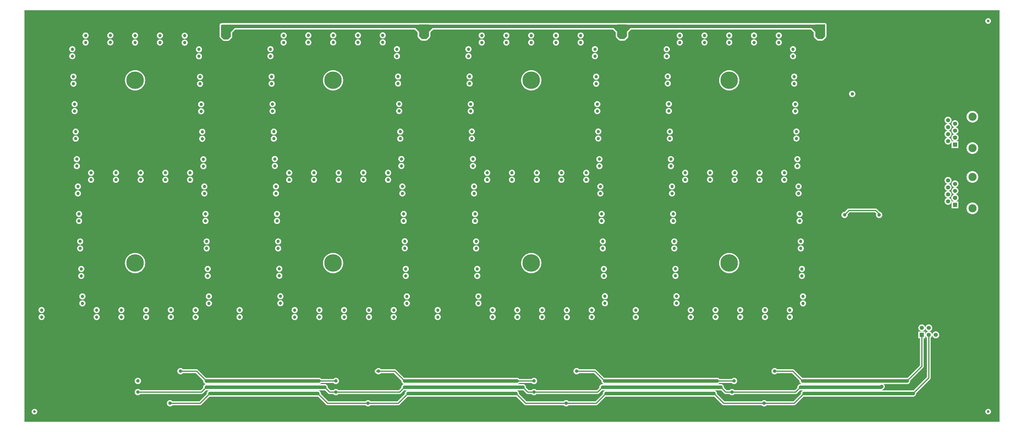
<source format=gbl>
%FSLAX24Y24*%
%MOIN*%
G70*
G01*
G75*
G04 Layer_Physical_Order=2*
G04 Layer_Color=16711680*
%ADD10R,0.1299X0.0787*%
%ADD11R,0.0866X0.0925*%
%ADD12R,0.0610X0.0925*%
%ADD13R,0.0335X0.0335*%
%ADD14R,0.0394X0.0394*%
%ADD15O,0.0236X0.0866*%
%ADD16O,0.0236X0.0866*%
%ADD17R,0.0787X0.2362*%
%ADD18R,0.0354X0.0354*%
%ADD19R,0.0630X0.1181*%
%ADD20C,0.0394*%
%ADD21R,0.0335X0.0669*%
%ADD22R,0.0472X0.1378*%
%ADD23R,0.2185X0.2559*%
%ADD24R,0.0492X0.1201*%
%ADD25O,0.0689X0.0217*%
%ADD26O,0.0217X0.0689*%
%ADD27R,0.0630X0.0236*%
%ADD28R,0.0630X0.0236*%
%ADD29C,0.0150*%
%ADD30C,0.0250*%
%ADD31C,0.0500*%
%ADD32C,0.0100*%
%ADD33C,0.0300*%
%ADD34C,0.2500*%
%ADD35C,0.0472*%
%ADD36R,0.0591X0.0591*%
%ADD37C,0.0591*%
%ADD38C,0.0472*%
%ADD39C,0.0591*%
%ADD40R,0.0591X0.0591*%
%ADD41C,0.0630*%
%ADD42C,0.1161*%
%ADD43C,0.0500*%
G36*
X204645Y42055D02*
X65055D01*
Y101045D01*
X204645D01*
Y42055D01*
D02*
G37*
%LPC*%
G36*
X90980Y71280D02*
X90866Y71265D01*
X90760Y71221D01*
X90669Y71151D01*
X90599Y71060D01*
X90555Y70954D01*
X90540Y70840D01*
X90555Y70726D01*
X90599Y70620D01*
X90669Y70529D01*
X90760Y70459D01*
X90866Y70415D01*
X90980Y70400D01*
X91094Y70415D01*
X91200Y70459D01*
X91291Y70529D01*
X91361Y70620D01*
X91405Y70726D01*
X91420Y70840D01*
X91405Y70954D01*
X91361Y71060D01*
X91291Y71151D01*
X91200Y71221D01*
X91094Y71265D01*
X90980Y71280D01*
D02*
G37*
G36*
X72880D02*
X72766Y71265D01*
X72660Y71221D01*
X72569Y71151D01*
X72499Y71060D01*
X72455Y70954D01*
X72440Y70840D01*
X72455Y70726D01*
X72499Y70620D01*
X72569Y70529D01*
X72660Y70459D01*
X72766Y70415D01*
X72880Y70400D01*
X72994Y70415D01*
X73100Y70459D01*
X73191Y70529D01*
X73261Y70620D01*
X73305Y70726D01*
X73320Y70840D01*
X73305Y70954D01*
X73261Y71060D01*
X73191Y71151D01*
X73100Y71221D01*
X72994Y71265D01*
X72880Y71280D01*
D02*
G37*
G36*
X101220D02*
X101106Y71265D01*
X101000Y71221D01*
X100909Y71151D01*
X100839Y71060D01*
X100795Y70954D01*
X100780Y70840D01*
X100795Y70726D01*
X100839Y70620D01*
X100909Y70529D01*
X101000Y70459D01*
X101106Y70415D01*
X101220Y70400D01*
X101334Y70415D01*
X101440Y70459D01*
X101531Y70529D01*
X101601Y70620D01*
X101645Y70726D01*
X101660Y70840D01*
X101645Y70954D01*
X101601Y71060D01*
X101531Y71151D01*
X101440Y71221D01*
X101334Y71265D01*
X101220Y71280D01*
D02*
G37*
G36*
X129560D02*
X129446Y71265D01*
X129340Y71221D01*
X129249Y71151D01*
X129179Y71060D01*
X129135Y70954D01*
X129120Y70840D01*
X129135Y70726D01*
X129179Y70620D01*
X129249Y70529D01*
X129340Y70459D01*
X129446Y70415D01*
X129560Y70400D01*
X129674Y70415D01*
X129780Y70459D01*
X129871Y70529D01*
X129941Y70620D01*
X129985Y70726D01*
X130000Y70840D01*
X129985Y70954D01*
X129941Y71060D01*
X129871Y71151D01*
X129780Y71221D01*
X129674Y71265D01*
X129560Y71280D01*
D02*
G37*
G36*
X119340D02*
X119226Y71265D01*
X119120Y71221D01*
X119029Y71151D01*
X118959Y71060D01*
X118915Y70954D01*
X118900Y70840D01*
X118915Y70726D01*
X118959Y70620D01*
X119029Y70529D01*
X119120Y70459D01*
X119226Y70415D01*
X119340Y70400D01*
X119454Y70415D01*
X119560Y70459D01*
X119651Y70529D01*
X119721Y70620D01*
X119765Y70726D01*
X119780Y70840D01*
X119765Y70954D01*
X119721Y71060D01*
X119651Y71151D01*
X119560Y71221D01*
X119454Y71265D01*
X119340Y71280D01*
D02*
G37*
G36*
X147840Y68340D02*
X147726Y68325D01*
X147620Y68281D01*
X147529Y68211D01*
X147459Y68120D01*
X147415Y68014D01*
X147400Y67900D01*
X147415Y67786D01*
X147459Y67680D01*
X147529Y67589D01*
X147620Y67519D01*
X147726Y67475D01*
X147840Y67460D01*
X147954Y67475D01*
X148060Y67519D01*
X148151Y67589D01*
X148221Y67680D01*
X148265Y67786D01*
X148280Y67900D01*
X148265Y68014D01*
X148221Y68120D01*
X148151Y68211D01*
X148060Y68281D01*
X147954Y68325D01*
X147840Y68340D01*
D02*
G37*
G36*
X129720D02*
X129606Y68325D01*
X129500Y68281D01*
X129409Y68211D01*
X129339Y68120D01*
X129295Y68014D01*
X129280Y67900D01*
X129295Y67786D01*
X129339Y67680D01*
X129409Y67589D01*
X129500Y67519D01*
X129606Y67475D01*
X129720Y67460D01*
X129834Y67475D01*
X129940Y67519D01*
X130031Y67589D01*
X130101Y67680D01*
X130145Y67786D01*
X130160Y67900D01*
X130145Y68014D01*
X130101Y68120D01*
X130031Y68211D01*
X129940Y68281D01*
X129834Y68325D01*
X129720Y68340D01*
D02*
G37*
G36*
X158080D02*
X157966Y68325D01*
X157860Y68281D01*
X157769Y68211D01*
X157699Y68120D01*
X157655Y68014D01*
X157640Y67900D01*
X157655Y67786D01*
X157699Y67680D01*
X157769Y67589D01*
X157860Y67519D01*
X157966Y67475D01*
X158080Y67460D01*
X158194Y67475D01*
X158300Y67519D01*
X158391Y67589D01*
X158461Y67680D01*
X158505Y67786D01*
X158520Y67900D01*
X158505Y68014D01*
X158461Y68120D01*
X158391Y68211D01*
X158300Y68281D01*
X158194Y68325D01*
X158080Y68340D01*
D02*
G37*
G36*
X119500Y68360D02*
X119386Y68345D01*
X119280Y68301D01*
X119189Y68231D01*
X119119Y68140D01*
X119075Y68034D01*
X119060Y67920D01*
X119075Y67806D01*
X119119Y67700D01*
X119189Y67609D01*
X119280Y67539D01*
X119386Y67495D01*
X119500Y67480D01*
X119614Y67495D01*
X119720Y67539D01*
X119811Y67609D01*
X119881Y67700D01*
X119925Y67806D01*
X119940Y67920D01*
X119925Y68034D01*
X119881Y68140D01*
X119811Y68231D01*
X119720Y68301D01*
X119614Y68345D01*
X119500Y68360D01*
D02*
G37*
G36*
X176180Y68340D02*
X176066Y68325D01*
X175960Y68281D01*
X175869Y68211D01*
X175799Y68120D01*
X175755Y68014D01*
X175740Y67900D01*
X175755Y67786D01*
X175799Y67680D01*
X175869Y67589D01*
X175960Y67519D01*
X176066Y67475D01*
X176180Y67460D01*
X176294Y67475D01*
X176400Y67519D01*
X176491Y67589D01*
X176561Y67680D01*
X176605Y67786D01*
X176620Y67900D01*
X176605Y68014D01*
X176561Y68120D01*
X176491Y68211D01*
X176400Y68281D01*
X176294Y68325D01*
X176180Y68340D01*
D02*
G37*
G36*
X119340Y72280D02*
X119226Y72265D01*
X119120Y72221D01*
X119029Y72151D01*
X118959Y72060D01*
X118915Y71954D01*
X118900Y71840D01*
X118915Y71726D01*
X118959Y71620D01*
X119029Y71529D01*
X119120Y71459D01*
X119226Y71415D01*
X119340Y71400D01*
X119454Y71415D01*
X119560Y71459D01*
X119651Y71529D01*
X119721Y71620D01*
X119765Y71726D01*
X119780Y71840D01*
X119765Y71954D01*
X119721Y72060D01*
X119651Y72151D01*
X119560Y72221D01*
X119454Y72265D01*
X119340Y72280D01*
D02*
G37*
G36*
X101220D02*
X101106Y72265D01*
X101000Y72221D01*
X100909Y72151D01*
X100839Y72060D01*
X100795Y71954D01*
X100780Y71840D01*
X100795Y71726D01*
X100839Y71620D01*
X100909Y71529D01*
X101000Y71459D01*
X101106Y71415D01*
X101220Y71400D01*
X101334Y71415D01*
X101440Y71459D01*
X101531Y71529D01*
X101601Y71620D01*
X101645Y71726D01*
X101660Y71840D01*
X101645Y71954D01*
X101601Y72060D01*
X101531Y72151D01*
X101440Y72221D01*
X101334Y72265D01*
X101220Y72280D01*
D02*
G37*
G36*
X129560D02*
X129446Y72265D01*
X129340Y72221D01*
X129249Y72151D01*
X129179Y72060D01*
X129135Y71954D01*
X129120Y71840D01*
X129135Y71726D01*
X129179Y71620D01*
X129249Y71529D01*
X129340Y71459D01*
X129446Y71415D01*
X129560Y71400D01*
X129674Y71415D01*
X129780Y71459D01*
X129871Y71529D01*
X129941Y71620D01*
X129985Y71726D01*
X130000Y71840D01*
X129985Y71954D01*
X129941Y72060D01*
X129871Y72151D01*
X129780Y72221D01*
X129674Y72265D01*
X129560Y72280D01*
D02*
G37*
G36*
X157920D02*
X157806Y72265D01*
X157700Y72221D01*
X157609Y72151D01*
X157539Y72060D01*
X157495Y71954D01*
X157480Y71840D01*
X157495Y71726D01*
X157539Y71620D01*
X157609Y71529D01*
X157700Y71459D01*
X157806Y71415D01*
X157920Y71400D01*
X158034Y71415D01*
X158140Y71459D01*
X158231Y71529D01*
X158301Y71620D01*
X158345Y71726D01*
X158360Y71840D01*
X158345Y71954D01*
X158301Y72060D01*
X158231Y72151D01*
X158140Y72221D01*
X158034Y72265D01*
X157920Y72280D01*
D02*
G37*
G36*
X147680D02*
X147566Y72265D01*
X147460Y72221D01*
X147369Y72151D01*
X147299Y72060D01*
X147255Y71954D01*
X147240Y71840D01*
X147255Y71726D01*
X147299Y71620D01*
X147369Y71529D01*
X147460Y71459D01*
X147566Y71415D01*
X147680Y71400D01*
X147794Y71415D01*
X147900Y71459D01*
X147991Y71529D01*
X148061Y71620D01*
X148105Y71726D01*
X148120Y71840D01*
X148105Y71954D01*
X148061Y72060D01*
X147991Y72151D01*
X147900Y72221D01*
X147794Y72265D01*
X147680Y72280D01*
D02*
G37*
G36*
X157920Y71280D02*
X157806Y71265D01*
X157700Y71221D01*
X157609Y71151D01*
X157539Y71060D01*
X157495Y70954D01*
X157480Y70840D01*
X157495Y70726D01*
X157539Y70620D01*
X157609Y70529D01*
X157700Y70459D01*
X157806Y70415D01*
X157920Y70400D01*
X158034Y70415D01*
X158140Y70459D01*
X158231Y70529D01*
X158301Y70620D01*
X158345Y70726D01*
X158360Y70840D01*
X158345Y70954D01*
X158301Y71060D01*
X158231Y71151D01*
X158140Y71221D01*
X158034Y71265D01*
X157920Y71280D01*
D02*
G37*
G36*
X147680D02*
X147566Y71265D01*
X147460Y71221D01*
X147369Y71151D01*
X147299Y71060D01*
X147255Y70954D01*
X147240Y70840D01*
X147255Y70726D01*
X147299Y70620D01*
X147369Y70529D01*
X147460Y70459D01*
X147566Y70415D01*
X147680Y70400D01*
X147794Y70415D01*
X147900Y70459D01*
X147991Y70529D01*
X148061Y70620D01*
X148105Y70726D01*
X148120Y70840D01*
X148105Y70954D01*
X148061Y71060D01*
X147991Y71151D01*
X147900Y71221D01*
X147794Y71265D01*
X147680Y71280D01*
D02*
G37*
G36*
X176020D02*
X175906Y71265D01*
X175800Y71221D01*
X175709Y71151D01*
X175639Y71060D01*
X175595Y70954D01*
X175580Y70840D01*
X175595Y70726D01*
X175639Y70620D01*
X175709Y70529D01*
X175800Y70459D01*
X175906Y70415D01*
X176020Y70400D01*
X176134Y70415D01*
X176240Y70459D01*
X176331Y70529D01*
X176401Y70620D01*
X176445Y70726D01*
X176460Y70840D01*
X176445Y70954D01*
X176401Y71060D01*
X176331Y71151D01*
X176240Y71221D01*
X176134Y71265D01*
X176020Y71280D01*
D02*
G37*
G36*
X90980Y72280D02*
X90866Y72265D01*
X90760Y72221D01*
X90669Y72151D01*
X90599Y72060D01*
X90555Y71954D01*
X90540Y71840D01*
X90555Y71726D01*
X90599Y71620D01*
X90669Y71529D01*
X90760Y71459D01*
X90866Y71415D01*
X90980Y71400D01*
X91094Y71415D01*
X91200Y71459D01*
X91291Y71529D01*
X91361Y71620D01*
X91405Y71726D01*
X91420Y71840D01*
X91405Y71954D01*
X91361Y72060D01*
X91291Y72151D01*
X91200Y72221D01*
X91094Y72265D01*
X90980Y72280D01*
D02*
G37*
G36*
X72880D02*
X72766Y72265D01*
X72660Y72221D01*
X72569Y72151D01*
X72499Y72060D01*
X72455Y71954D01*
X72440Y71840D01*
X72455Y71726D01*
X72499Y71620D01*
X72569Y71529D01*
X72660Y71459D01*
X72766Y71415D01*
X72880Y71400D01*
X72994Y71415D01*
X73100Y71459D01*
X73191Y71529D01*
X73261Y71620D01*
X73305Y71726D01*
X73320Y71840D01*
X73305Y71954D01*
X73261Y72060D01*
X73191Y72151D01*
X73100Y72221D01*
X72994Y72265D01*
X72880Y72280D01*
D02*
G37*
G36*
X176340Y64400D02*
X176226Y64385D01*
X176120Y64341D01*
X176029Y64271D01*
X175959Y64180D01*
X175915Y64074D01*
X175900Y63960D01*
X175915Y63846D01*
X175959Y63740D01*
X176029Y63649D01*
X176120Y63579D01*
X176226Y63535D01*
X176340Y63520D01*
X176454Y63535D01*
X176560Y63579D01*
X176651Y63649D01*
X176721Y63740D01*
X176765Y63846D01*
X176780Y63960D01*
X176765Y64074D01*
X176721Y64180D01*
X176651Y64271D01*
X176560Y64341D01*
X176454Y64385D01*
X176340Y64400D01*
D02*
G37*
G36*
X148000D02*
X147886Y64385D01*
X147780Y64341D01*
X147689Y64271D01*
X147619Y64180D01*
X147575Y64074D01*
X147560Y63960D01*
X147575Y63846D01*
X147619Y63740D01*
X147689Y63649D01*
X147780Y63579D01*
X147886Y63535D01*
X148000Y63520D01*
X148114Y63535D01*
X148220Y63579D01*
X148311Y63649D01*
X148381Y63740D01*
X148425Y63846D01*
X148440Y63960D01*
X148425Y64074D01*
X148381Y64180D01*
X148311Y64271D01*
X148220Y64341D01*
X148114Y64385D01*
X148000Y64400D01*
D02*
G37*
G36*
X158240Y64410D02*
X158126Y64395D01*
X158020Y64351D01*
X157929Y64281D01*
X157859Y64190D01*
X157815Y64084D01*
X157800Y63970D01*
X157815Y63856D01*
X157859Y63750D01*
X157929Y63659D01*
X158020Y63589D01*
X158126Y63545D01*
X158240Y63530D01*
X158354Y63545D01*
X158460Y63589D01*
X158551Y63659D01*
X158621Y63750D01*
X158665Y63856D01*
X158680Y63970D01*
X158665Y64084D01*
X158621Y64190D01*
X158551Y64281D01*
X158460Y64351D01*
X158354Y64395D01*
X158240Y64410D01*
D02*
G37*
G36*
X73040Y67340D02*
X72926Y67325D01*
X72820Y67281D01*
X72729Y67211D01*
X72659Y67120D01*
X72615Y67014D01*
X72600Y66900D01*
X72615Y66786D01*
X72659Y66680D01*
X72729Y66589D01*
X72820Y66519D01*
X72926Y66475D01*
X73040Y66460D01*
X73154Y66475D01*
X73260Y66519D01*
X73351Y66589D01*
X73421Y66680D01*
X73465Y66786D01*
X73480Y66900D01*
X73465Y67014D01*
X73421Y67120D01*
X73351Y67211D01*
X73260Y67281D01*
X73154Y67325D01*
X73040Y67340D01*
D02*
G37*
G36*
X101540Y64420D02*
X101426Y64405D01*
X101320Y64361D01*
X101229Y64291D01*
X101159Y64200D01*
X101115Y64094D01*
X101100Y63980D01*
X101115Y63866D01*
X101159Y63760D01*
X101229Y63669D01*
X101320Y63599D01*
X101426Y63555D01*
X101540Y63540D01*
X101654Y63555D01*
X101760Y63599D01*
X101851Y63669D01*
X101921Y63760D01*
X101965Y63866D01*
X101980Y63980D01*
X101965Y64094D01*
X101921Y64200D01*
X101851Y64291D01*
X101760Y64361D01*
X101654Y64405D01*
X101540Y64420D01*
D02*
G37*
G36*
X73200Y64400D02*
X73086Y64385D01*
X72980Y64341D01*
X72889Y64271D01*
X72819Y64180D01*
X72775Y64074D01*
X72760Y63960D01*
X72775Y63846D01*
X72819Y63740D01*
X72889Y63649D01*
X72980Y63579D01*
X73086Y63535D01*
X73200Y63520D01*
X73314Y63535D01*
X73420Y63579D01*
X73511Y63649D01*
X73581Y63740D01*
X73625Y63846D01*
X73640Y63960D01*
X73625Y64074D01*
X73581Y64180D01*
X73511Y64271D01*
X73420Y64341D01*
X73314Y64385D01*
X73200Y64400D01*
D02*
G37*
G36*
X165940Y66254D02*
X165712Y66237D01*
X165491Y66183D01*
X165280Y66096D01*
X165085Y65977D01*
X164912Y65828D01*
X164763Y65655D01*
X164644Y65460D01*
X164557Y65249D01*
X164503Y65028D01*
X164486Y64800D01*
X164503Y64572D01*
X164557Y64351D01*
X164644Y64140D01*
X164763Y63945D01*
X164912Y63772D01*
X165085Y63623D01*
X165280Y63504D01*
X165491Y63417D01*
X165712Y63363D01*
X165940Y63346D01*
X166168Y63363D01*
X166389Y63417D01*
X166600Y63504D01*
X166795Y63623D01*
X166968Y63772D01*
X167117Y63945D01*
X167236Y64140D01*
X167323Y64351D01*
X167377Y64572D01*
X167394Y64800D01*
X167377Y65028D01*
X167323Y65249D01*
X167236Y65460D01*
X167117Y65655D01*
X166968Y65828D01*
X166795Y65977D01*
X166600Y66096D01*
X166389Y66183D01*
X166168Y66237D01*
X165940Y66254D01*
D02*
G37*
G36*
X91300Y64400D02*
X91186Y64385D01*
X91080Y64341D01*
X90989Y64271D01*
X90919Y64180D01*
X90875Y64074D01*
X90860Y63960D01*
X90875Y63846D01*
X90919Y63740D01*
X90989Y63649D01*
X91080Y63579D01*
X91186Y63535D01*
X91300Y63520D01*
X91414Y63535D01*
X91520Y63579D01*
X91611Y63649D01*
X91681Y63740D01*
X91725Y63846D01*
X91740Y63960D01*
X91725Y64074D01*
X91681Y64180D01*
X91611Y64271D01*
X91520Y64341D01*
X91414Y64385D01*
X91300Y64400D01*
D02*
G37*
G36*
X129880D02*
X129766Y64385D01*
X129660Y64341D01*
X129569Y64271D01*
X129499Y64180D01*
X129455Y64074D01*
X129440Y63960D01*
X129455Y63846D01*
X129499Y63740D01*
X129569Y63649D01*
X129660Y63579D01*
X129766Y63535D01*
X129880Y63520D01*
X129994Y63535D01*
X130100Y63579D01*
X130191Y63649D01*
X130261Y63740D01*
X130305Y63846D01*
X130320Y63960D01*
X130305Y64074D01*
X130261Y64180D01*
X130191Y64271D01*
X130100Y64341D01*
X129994Y64385D01*
X129880Y64400D01*
D02*
G37*
G36*
X119640D02*
X119526Y64385D01*
X119420Y64341D01*
X119329Y64271D01*
X119259Y64180D01*
X119215Y64074D01*
X119200Y63960D01*
X119215Y63846D01*
X119259Y63740D01*
X119329Y63649D01*
X119420Y63579D01*
X119526Y63535D01*
X119640Y63520D01*
X119754Y63535D01*
X119860Y63579D01*
X119951Y63649D01*
X120021Y63740D01*
X120065Y63846D01*
X120080Y63960D01*
X120065Y64074D01*
X120021Y64180D01*
X119951Y64271D01*
X119860Y64341D01*
X119754Y64385D01*
X119640Y64400D01*
D02*
G37*
G36*
X119500Y67360D02*
X119386Y67345D01*
X119280Y67301D01*
X119189Y67231D01*
X119119Y67140D01*
X119075Y67034D01*
X119060Y66920D01*
X119075Y66806D01*
X119119Y66700D01*
X119189Y66609D01*
X119280Y66539D01*
X119386Y66495D01*
X119500Y66480D01*
X119614Y66495D01*
X119720Y66539D01*
X119811Y66609D01*
X119881Y66700D01*
X119925Y66806D01*
X119940Y66920D01*
X119925Y67034D01*
X119881Y67140D01*
X119811Y67231D01*
X119720Y67301D01*
X119614Y67345D01*
X119500Y67360D01*
D02*
G37*
G36*
X176180Y67340D02*
X176066Y67325D01*
X175960Y67281D01*
X175869Y67211D01*
X175799Y67120D01*
X175755Y67014D01*
X175740Y66900D01*
X175755Y66786D01*
X175799Y66680D01*
X175869Y66589D01*
X175960Y66519D01*
X176066Y66475D01*
X176180Y66460D01*
X176294Y66475D01*
X176400Y66519D01*
X176491Y66589D01*
X176561Y66680D01*
X176605Y66786D01*
X176620Y66900D01*
X176605Y67014D01*
X176561Y67120D01*
X176491Y67211D01*
X176400Y67281D01*
X176294Y67325D01*
X176180Y67340D01*
D02*
G37*
G36*
X73040Y68340D02*
X72926Y68325D01*
X72820Y68281D01*
X72729Y68211D01*
X72659Y68120D01*
X72615Y68014D01*
X72600Y67900D01*
X72615Y67786D01*
X72659Y67680D01*
X72729Y67589D01*
X72820Y67519D01*
X72926Y67475D01*
X73040Y67460D01*
X73154Y67475D01*
X73260Y67519D01*
X73351Y67589D01*
X73421Y67680D01*
X73465Y67786D01*
X73480Y67900D01*
X73465Y68014D01*
X73421Y68120D01*
X73351Y68211D01*
X73260Y68281D01*
X73154Y68325D01*
X73040Y68340D01*
D02*
G37*
G36*
X101380D02*
X101266Y68325D01*
X101160Y68281D01*
X101069Y68211D01*
X100999Y68120D01*
X100955Y68014D01*
X100940Y67900D01*
X100955Y67786D01*
X100999Y67680D01*
X101069Y67589D01*
X101160Y67519D01*
X101266Y67475D01*
X101380Y67460D01*
X101494Y67475D01*
X101600Y67519D01*
X101691Y67589D01*
X101761Y67680D01*
X101805Y67786D01*
X101820Y67900D01*
X101805Y68014D01*
X101761Y68120D01*
X101691Y68211D01*
X101600Y68281D01*
X101494Y68325D01*
X101380Y68340D01*
D02*
G37*
G36*
X91140D02*
X91026Y68325D01*
X90920Y68281D01*
X90829Y68211D01*
X90759Y68120D01*
X90715Y68014D01*
X90700Y67900D01*
X90715Y67786D01*
X90759Y67680D01*
X90829Y67589D01*
X90920Y67519D01*
X91026Y67475D01*
X91140Y67460D01*
X91254Y67475D01*
X91360Y67519D01*
X91451Y67589D01*
X91521Y67680D01*
X91565Y67786D01*
X91580Y67900D01*
X91565Y68014D01*
X91521Y68120D01*
X91451Y68211D01*
X91360Y68281D01*
X91254Y68325D01*
X91140Y68340D01*
D02*
G37*
G36*
X101380Y67340D02*
X101266Y67325D01*
X101160Y67281D01*
X101069Y67211D01*
X100999Y67120D01*
X100955Y67014D01*
X100940Y66900D01*
X100955Y66786D01*
X100999Y66680D01*
X101069Y66589D01*
X101160Y66519D01*
X101266Y66475D01*
X101380Y66460D01*
X101494Y66475D01*
X101600Y66519D01*
X101691Y66589D01*
X101761Y66680D01*
X101805Y66786D01*
X101820Y66900D01*
X101805Y67014D01*
X101761Y67120D01*
X101691Y67211D01*
X101600Y67281D01*
X101494Y67325D01*
X101380Y67340D01*
D02*
G37*
G36*
X91140D02*
X91026Y67325D01*
X90920Y67281D01*
X90829Y67211D01*
X90759Y67120D01*
X90715Y67014D01*
X90700Y66900D01*
X90715Y66786D01*
X90759Y66680D01*
X90829Y66589D01*
X90920Y66519D01*
X91026Y66475D01*
X91140Y66460D01*
X91254Y66475D01*
X91360Y66519D01*
X91451Y66589D01*
X91521Y66680D01*
X91565Y66786D01*
X91580Y66900D01*
X91565Y67014D01*
X91521Y67120D01*
X91451Y67211D01*
X91360Y67281D01*
X91254Y67325D01*
X91140Y67340D01*
D02*
G37*
G36*
X129720D02*
X129606Y67325D01*
X129500Y67281D01*
X129409Y67211D01*
X129339Y67120D01*
X129295Y67014D01*
X129280Y66900D01*
X129295Y66786D01*
X129339Y66680D01*
X129409Y66589D01*
X129500Y66519D01*
X129606Y66475D01*
X129720Y66460D01*
X129834Y66475D01*
X129940Y66519D01*
X130031Y66589D01*
X130101Y66680D01*
X130145Y66786D01*
X130160Y66900D01*
X130145Y67014D01*
X130101Y67120D01*
X130031Y67211D01*
X129940Y67281D01*
X129834Y67325D01*
X129720Y67340D01*
D02*
G37*
G36*
X158080D02*
X157966Y67325D01*
X157860Y67281D01*
X157769Y67211D01*
X157699Y67120D01*
X157655Y67014D01*
X157640Y66900D01*
X157655Y66786D01*
X157699Y66680D01*
X157769Y66589D01*
X157860Y66519D01*
X157966Y66475D01*
X158080Y66460D01*
X158194Y66475D01*
X158300Y66519D01*
X158391Y66589D01*
X158461Y66680D01*
X158505Y66786D01*
X158520Y66900D01*
X158505Y67014D01*
X158461Y67120D01*
X158391Y67211D01*
X158300Y67281D01*
X158194Y67325D01*
X158080Y67340D01*
D02*
G37*
G36*
X147840D02*
X147726Y67325D01*
X147620Y67281D01*
X147529Y67211D01*
X147459Y67120D01*
X147415Y67014D01*
X147400Y66900D01*
X147415Y66786D01*
X147459Y66680D01*
X147529Y66589D01*
X147620Y66519D01*
X147726Y66475D01*
X147840Y66460D01*
X147954Y66475D01*
X148060Y66519D01*
X148151Y66589D01*
X148221Y66680D01*
X148265Y66786D01*
X148280Y66900D01*
X148265Y67014D01*
X148221Y67120D01*
X148151Y67211D01*
X148060Y67281D01*
X147954Y67325D01*
X147840Y67340D01*
D02*
G37*
G36*
X176020Y72280D02*
X175906Y72265D01*
X175800Y72221D01*
X175709Y72151D01*
X175639Y72060D01*
X175595Y71954D01*
X175580Y71840D01*
X175595Y71726D01*
X175639Y71620D01*
X175709Y71529D01*
X175800Y71459D01*
X175906Y71415D01*
X176020Y71400D01*
X176134Y71415D01*
X176240Y71459D01*
X176331Y71529D01*
X176401Y71620D01*
X176445Y71726D01*
X176460Y71840D01*
X176445Y71954D01*
X176401Y72060D01*
X176331Y72151D01*
X176240Y72221D01*
X176134Y72265D01*
X176020Y72280D01*
D02*
G37*
G36*
X81700Y77180D02*
X81586Y77165D01*
X81480Y77121D01*
X81389Y77051D01*
X81319Y76960D01*
X81275Y76854D01*
X81260Y76740D01*
X81275Y76626D01*
X81319Y76520D01*
X81389Y76429D01*
X81480Y76359D01*
X81586Y76315D01*
X81700Y76300D01*
X81814Y76315D01*
X81920Y76359D01*
X82011Y76429D01*
X82081Y76520D01*
X82125Y76626D01*
X82140Y76740D01*
X82125Y76854D01*
X82081Y76960D01*
X82011Y77051D01*
X81920Y77121D01*
X81814Y77165D01*
X81700Y77180D01*
D02*
G37*
G36*
X78160D02*
X78046Y77165D01*
X77940Y77121D01*
X77849Y77051D01*
X77779Y76960D01*
X77735Y76854D01*
X77720Y76740D01*
X77735Y76626D01*
X77779Y76520D01*
X77849Y76429D01*
X77940Y76359D01*
X78046Y76315D01*
X78160Y76300D01*
X78274Y76315D01*
X78380Y76359D01*
X78471Y76429D01*
X78541Y76520D01*
X78585Y76626D01*
X78600Y76740D01*
X78585Y76854D01*
X78541Y76960D01*
X78471Y77051D01*
X78380Y77121D01*
X78274Y77165D01*
X78160Y77180D01*
D02*
G37*
G36*
X85240D02*
X85126Y77165D01*
X85020Y77121D01*
X84929Y77051D01*
X84859Y76960D01*
X84815Y76854D01*
X84800Y76740D01*
X84815Y76626D01*
X84859Y76520D01*
X84929Y76429D01*
X85020Y76359D01*
X85126Y76315D01*
X85240Y76300D01*
X85354Y76315D01*
X85460Y76359D01*
X85551Y76429D01*
X85621Y76520D01*
X85665Y76626D01*
X85680Y76740D01*
X85665Y76854D01*
X85621Y76960D01*
X85551Y77051D01*
X85460Y77121D01*
X85354Y77165D01*
X85240Y77180D01*
D02*
G37*
G36*
X102960D02*
X102846Y77165D01*
X102740Y77121D01*
X102649Y77051D01*
X102579Y76960D01*
X102535Y76854D01*
X102520Y76740D01*
X102535Y76626D01*
X102579Y76520D01*
X102649Y76429D01*
X102740Y76359D01*
X102846Y76315D01*
X102960Y76300D01*
X103074Y76315D01*
X103180Y76359D01*
X103271Y76429D01*
X103341Y76520D01*
X103385Y76626D01*
X103400Y76740D01*
X103385Y76854D01*
X103341Y76960D01*
X103271Y77051D01*
X103180Y77121D01*
X103074Y77165D01*
X102960Y77180D01*
D02*
G37*
G36*
X88780D02*
X88666Y77165D01*
X88560Y77121D01*
X88469Y77051D01*
X88399Y76960D01*
X88355Y76854D01*
X88340Y76740D01*
X88355Y76626D01*
X88399Y76520D01*
X88469Y76429D01*
X88560Y76359D01*
X88666Y76315D01*
X88780Y76300D01*
X88894Y76315D01*
X89000Y76359D01*
X89091Y76429D01*
X89161Y76520D01*
X89205Y76626D01*
X89220Y76740D01*
X89205Y76854D01*
X89161Y76960D01*
X89091Y77051D01*
X89000Y77121D01*
X88894Y77165D01*
X88780Y77180D01*
D02*
G37*
G36*
X175860Y76220D02*
X175746Y76205D01*
X175640Y76161D01*
X175549Y76091D01*
X175479Y76000D01*
X175435Y75894D01*
X175420Y75780D01*
X175435Y75666D01*
X175479Y75560D01*
X175549Y75469D01*
X175640Y75399D01*
X175746Y75355D01*
X175860Y75340D01*
X175974Y75355D01*
X176080Y75399D01*
X176171Y75469D01*
X176241Y75560D01*
X176285Y75666D01*
X176300Y75780D01*
X176285Y75894D01*
X176241Y76000D01*
X176171Y76091D01*
X176080Y76161D01*
X175974Y76205D01*
X175860Y76220D01*
D02*
G37*
G36*
X157750D02*
X157636Y76205D01*
X157530Y76161D01*
X157439Y76091D01*
X157369Y76000D01*
X157325Y75894D01*
X157310Y75780D01*
X157325Y75666D01*
X157369Y75560D01*
X157439Y75469D01*
X157530Y75399D01*
X157636Y75355D01*
X157750Y75340D01*
X157864Y75355D01*
X157970Y75399D01*
X158061Y75469D01*
X158131Y75560D01*
X158175Y75666D01*
X158190Y75780D01*
X158175Y75894D01*
X158131Y76000D01*
X158061Y76091D01*
X157970Y76161D01*
X157864Y76205D01*
X157750Y76220D01*
D02*
G37*
G36*
X198250Y76650D02*
X198121Y76633D01*
X198000Y76583D01*
X197897Y76503D01*
X197817Y76400D01*
X197767Y76279D01*
X197750Y76150D01*
X197767Y76021D01*
X197817Y75900D01*
X197897Y75797D01*
X198000Y75717D01*
X198121Y75667D01*
X198250Y75650D01*
X198379Y75667D01*
X198500Y75717D01*
X198603Y75797D01*
X198683Y75900D01*
X198733Y76021D01*
X198750Y76150D01*
X198733Y76279D01*
X198683Y76400D01*
X198603Y76503D01*
X198500Y76583D01*
X198379Y76633D01*
X198250Y76650D01*
D02*
G37*
G36*
X74600Y77180D02*
X74486Y77165D01*
X74380Y77121D01*
X74289Y77051D01*
X74219Y76960D01*
X74175Y76854D01*
X74160Y76740D01*
X74175Y76626D01*
X74219Y76520D01*
X74289Y76429D01*
X74380Y76359D01*
X74486Y76315D01*
X74600Y76300D01*
X74714Y76315D01*
X74820Y76359D01*
X74911Y76429D01*
X74981Y76520D01*
X75025Y76626D01*
X75040Y76740D01*
X75025Y76854D01*
X74981Y76960D01*
X74911Y77051D01*
X74820Y77121D01*
X74714Y77165D01*
X74600Y77180D01*
D02*
G37*
G36*
X197250Y77150D02*
X197121Y77133D01*
X197000Y77083D01*
X196897Y77003D01*
X196817Y76900D01*
X196767Y76779D01*
X196750Y76650D01*
X196767Y76521D01*
X196817Y76400D01*
X196897Y76297D01*
X197000Y76217D01*
X197121Y76167D01*
X197250Y76150D01*
X197379Y76167D01*
X197500Y76217D01*
X197603Y76297D01*
X197683Y76400D01*
X197733Y76521D01*
X197750Y76650D01*
X197733Y76779D01*
X197683Y76900D01*
X197603Y77003D01*
X197500Y77083D01*
X197379Y77133D01*
X197250Y77150D01*
D02*
G37*
G36*
X141920Y77180D02*
X141806Y77165D01*
X141700Y77121D01*
X141609Y77051D01*
X141539Y76960D01*
X141495Y76854D01*
X141480Y76740D01*
X141495Y76626D01*
X141539Y76520D01*
X141609Y76429D01*
X141700Y76359D01*
X141806Y76315D01*
X141920Y76300D01*
X142034Y76315D01*
X142140Y76359D01*
X142231Y76429D01*
X142301Y76520D01*
X142345Y76626D01*
X142360Y76740D01*
X142345Y76854D01*
X142301Y76960D01*
X142231Y77051D01*
X142140Y77121D01*
X142034Y77165D01*
X141920Y77180D01*
D02*
G37*
G36*
X138400D02*
X138286Y77165D01*
X138180Y77121D01*
X138089Y77051D01*
X138019Y76960D01*
X137975Y76854D01*
X137960Y76740D01*
X137975Y76626D01*
X138019Y76520D01*
X138089Y76429D01*
X138180Y76359D01*
X138286Y76315D01*
X138400Y76300D01*
X138514Y76315D01*
X138620Y76359D01*
X138711Y76429D01*
X138781Y76520D01*
X138825Y76626D01*
X138840Y76740D01*
X138825Y76854D01*
X138781Y76960D01*
X138711Y77051D01*
X138620Y77121D01*
X138514Y77165D01*
X138400Y77180D01*
D02*
G37*
G36*
X145480D02*
X145366Y77165D01*
X145260Y77121D01*
X145169Y77051D01*
X145099Y76960D01*
X145055Y76854D01*
X145040Y76740D01*
X145055Y76626D01*
X145099Y76520D01*
X145169Y76429D01*
X145260Y76359D01*
X145366Y76315D01*
X145480Y76300D01*
X145594Y76315D01*
X145700Y76359D01*
X145791Y76429D01*
X145861Y76520D01*
X145905Y76626D01*
X145920Y76740D01*
X145905Y76854D01*
X145861Y76960D01*
X145791Y77051D01*
X145700Y77121D01*
X145594Y77165D01*
X145480Y77180D01*
D02*
G37*
G36*
X166720D02*
X166606Y77165D01*
X166500Y77121D01*
X166409Y77051D01*
X166339Y76960D01*
X166295Y76854D01*
X166280Y76740D01*
X166295Y76626D01*
X166339Y76520D01*
X166409Y76429D01*
X166500Y76359D01*
X166606Y76315D01*
X166720Y76300D01*
X166834Y76315D01*
X166940Y76359D01*
X167031Y76429D01*
X167101Y76520D01*
X167145Y76626D01*
X167160Y76740D01*
X167145Y76854D01*
X167101Y76960D01*
X167031Y77051D01*
X166940Y77121D01*
X166834Y77165D01*
X166720Y77180D01*
D02*
G37*
G36*
X159640D02*
X159526Y77165D01*
X159420Y77121D01*
X159329Y77051D01*
X159259Y76960D01*
X159215Y76854D01*
X159200Y76740D01*
X159215Y76626D01*
X159259Y76520D01*
X159329Y76429D01*
X159420Y76359D01*
X159526Y76315D01*
X159640Y76300D01*
X159754Y76315D01*
X159860Y76359D01*
X159951Y76429D01*
X160021Y76520D01*
X160065Y76626D01*
X160080Y76740D01*
X160065Y76854D01*
X160021Y76960D01*
X159951Y77051D01*
X159860Y77121D01*
X159754Y77165D01*
X159640Y77180D01*
D02*
G37*
G36*
X110040D02*
X109926Y77165D01*
X109820Y77121D01*
X109729Y77051D01*
X109659Y76960D01*
X109615Y76854D01*
X109600Y76740D01*
X109615Y76626D01*
X109659Y76520D01*
X109729Y76429D01*
X109820Y76359D01*
X109926Y76315D01*
X110040Y76300D01*
X110154Y76315D01*
X110260Y76359D01*
X110351Y76429D01*
X110421Y76520D01*
X110465Y76626D01*
X110480Y76740D01*
X110465Y76854D01*
X110421Y76960D01*
X110351Y77051D01*
X110260Y77121D01*
X110154Y77165D01*
X110040Y77180D01*
D02*
G37*
G36*
X106500D02*
X106386Y77165D01*
X106280Y77121D01*
X106189Y77051D01*
X106119Y76960D01*
X106075Y76854D01*
X106060Y76740D01*
X106075Y76626D01*
X106119Y76520D01*
X106189Y76429D01*
X106280Y76359D01*
X106386Y76315D01*
X106500Y76300D01*
X106614Y76315D01*
X106720Y76359D01*
X106811Y76429D01*
X106881Y76520D01*
X106925Y76626D01*
X106940Y76740D01*
X106925Y76854D01*
X106881Y76960D01*
X106811Y77051D01*
X106720Y77121D01*
X106614Y77165D01*
X106500Y77180D01*
D02*
G37*
G36*
X117120D02*
X117006Y77165D01*
X116900Y77121D01*
X116809Y77051D01*
X116739Y76960D01*
X116695Y76854D01*
X116680Y76740D01*
X116695Y76626D01*
X116739Y76520D01*
X116809Y76429D01*
X116900Y76359D01*
X117006Y76315D01*
X117120Y76300D01*
X117234Y76315D01*
X117340Y76359D01*
X117431Y76429D01*
X117501Y76520D01*
X117545Y76626D01*
X117560Y76740D01*
X117545Y76854D01*
X117501Y76960D01*
X117431Y77051D01*
X117340Y77121D01*
X117234Y77165D01*
X117120Y77180D01*
D02*
G37*
G36*
X134840D02*
X134726Y77165D01*
X134620Y77121D01*
X134529Y77051D01*
X134459Y76960D01*
X134415Y76854D01*
X134400Y76740D01*
X134415Y76626D01*
X134459Y76520D01*
X134529Y76429D01*
X134620Y76359D01*
X134726Y76315D01*
X134840Y76300D01*
X134954Y76315D01*
X135060Y76359D01*
X135151Y76429D01*
X135221Y76520D01*
X135265Y76626D01*
X135280Y76740D01*
X135265Y76854D01*
X135221Y76960D01*
X135151Y77051D01*
X135060Y77121D01*
X134954Y77165D01*
X134840Y77180D01*
D02*
G37*
G36*
X131300D02*
X131186Y77165D01*
X131080Y77121D01*
X130989Y77051D01*
X130919Y76960D01*
X130875Y76854D01*
X130860Y76740D01*
X130875Y76626D01*
X130919Y76520D01*
X130989Y76429D01*
X131080Y76359D01*
X131186Y76315D01*
X131300Y76300D01*
X131414Y76315D01*
X131520Y76359D01*
X131611Y76429D01*
X131681Y76520D01*
X131725Y76626D01*
X131740Y76740D01*
X131725Y76854D01*
X131681Y76960D01*
X131611Y77051D01*
X131520Y77121D01*
X131414Y77165D01*
X131300Y77180D01*
D02*
G37*
G36*
X90820Y75220D02*
X90706Y75205D01*
X90600Y75161D01*
X90509Y75091D01*
X90439Y75000D01*
X90395Y74894D01*
X90380Y74780D01*
X90395Y74666D01*
X90439Y74560D01*
X90509Y74469D01*
X90600Y74399D01*
X90706Y74355D01*
X90820Y74340D01*
X90934Y74355D01*
X91040Y74399D01*
X91131Y74469D01*
X91201Y74560D01*
X91245Y74666D01*
X91260Y74780D01*
X91245Y74894D01*
X91201Y75000D01*
X91131Y75091D01*
X91040Y75161D01*
X90934Y75205D01*
X90820Y75220D01*
D02*
G37*
G36*
X72720D02*
X72606Y75205D01*
X72500Y75161D01*
X72409Y75091D01*
X72339Y75000D01*
X72295Y74894D01*
X72280Y74780D01*
X72295Y74666D01*
X72339Y74560D01*
X72409Y74469D01*
X72500Y74399D01*
X72606Y74355D01*
X72720Y74340D01*
X72834Y74355D01*
X72940Y74399D01*
X73031Y74469D01*
X73101Y74560D01*
X73145Y74666D01*
X73160Y74780D01*
X73145Y74894D01*
X73101Y75000D01*
X73031Y75091D01*
X72940Y75161D01*
X72834Y75205D01*
X72720Y75220D01*
D02*
G37*
G36*
X101060D02*
X100946Y75205D01*
X100840Y75161D01*
X100749Y75091D01*
X100679Y75000D01*
X100635Y74894D01*
X100620Y74780D01*
X100635Y74666D01*
X100679Y74560D01*
X100749Y74469D01*
X100840Y74399D01*
X100946Y74355D01*
X101060Y74340D01*
X101174Y74355D01*
X101280Y74399D01*
X101371Y74469D01*
X101441Y74560D01*
X101485Y74666D01*
X101500Y74780D01*
X101485Y74894D01*
X101441Y75000D01*
X101371Y75091D01*
X101280Y75161D01*
X101174Y75205D01*
X101060Y75220D01*
D02*
G37*
G36*
X129420D02*
X129306Y75205D01*
X129200Y75161D01*
X129109Y75091D01*
X129039Y75000D01*
X128995Y74894D01*
X128980Y74780D01*
X128995Y74666D01*
X129039Y74560D01*
X129109Y74469D01*
X129200Y74399D01*
X129306Y74355D01*
X129420Y74340D01*
X129534Y74355D01*
X129640Y74399D01*
X129731Y74469D01*
X129801Y74560D01*
X129845Y74666D01*
X129860Y74780D01*
X129845Y74894D01*
X129801Y75000D01*
X129731Y75091D01*
X129640Y75161D01*
X129534Y75205D01*
X129420Y75220D01*
D02*
G37*
G36*
X119160D02*
X119046Y75205D01*
X118940Y75161D01*
X118849Y75091D01*
X118779Y75000D01*
X118735Y74894D01*
X118720Y74780D01*
X118735Y74666D01*
X118779Y74560D01*
X118849Y74469D01*
X118940Y74399D01*
X119046Y74355D01*
X119160Y74340D01*
X119274Y74355D01*
X119380Y74399D01*
X119471Y74469D01*
X119541Y74560D01*
X119585Y74666D01*
X119600Y74780D01*
X119585Y74894D01*
X119541Y75000D01*
X119471Y75091D01*
X119380Y75161D01*
X119274Y75205D01*
X119160Y75220D01*
D02*
G37*
G36*
X186900Y72627D02*
X183050D01*
X183044Y72627D01*
X183039Y72627D01*
X183009Y72622D01*
X182978Y72618D01*
X182973Y72616D01*
X182968Y72615D01*
X182940Y72602D01*
X182911Y72590D01*
X182907Y72587D01*
X182902Y72584D01*
X182878Y72565D01*
X182854Y72546D01*
X182850Y72542D01*
X182846Y72538D01*
X182487Y72149D01*
X182450Y72154D01*
X182333Y72138D01*
X182223Y72093D01*
X182129Y72021D01*
X182057Y71927D01*
X182012Y71817D01*
X181996Y71700D01*
X182012Y71583D01*
X182057Y71473D01*
X182129Y71379D01*
X182223Y71307D01*
X182333Y71262D01*
X182450Y71246D01*
X182567Y71262D01*
X182677Y71307D01*
X182771Y71379D01*
X182843Y71473D01*
X182888Y71583D01*
X182904Y71700D01*
X182894Y71772D01*
X183171Y72073D01*
X186785D01*
X186985Y71873D01*
X186962Y71817D01*
X186946Y71700D01*
X186962Y71583D01*
X187007Y71473D01*
X187079Y71379D01*
X187173Y71307D01*
X187283Y71262D01*
X187400Y71246D01*
X187517Y71262D01*
X187627Y71307D01*
X187721Y71379D01*
X187793Y71473D01*
X187838Y71583D01*
X187854Y71700D01*
X187838Y71817D01*
X187793Y71927D01*
X187721Y72021D01*
X187627Y72093D01*
X187517Y72138D01*
X187502Y72140D01*
X187096Y72546D01*
X187039Y72590D01*
X187011Y72602D01*
X186972Y72618D01*
X186900Y72627D01*
D02*
G37*
G36*
X200750Y73494D02*
X200585Y73478D01*
X200427Y73430D01*
X200281Y73352D01*
X200153Y73247D01*
X200048Y73119D01*
X199970Y72973D01*
X199922Y72815D01*
X199906Y72650D01*
X199922Y72485D01*
X199970Y72327D01*
X200048Y72181D01*
X200153Y72053D01*
X200281Y71948D01*
X200427Y71870D01*
X200585Y71822D01*
X200750Y71806D01*
X200915Y71822D01*
X201073Y71870D01*
X201219Y71948D01*
X201347Y72053D01*
X201452Y72181D01*
X201530Y72327D01*
X201578Y72485D01*
X201594Y72650D01*
X201578Y72815D01*
X201530Y72973D01*
X201452Y73119D01*
X201347Y73247D01*
X201219Y73352D01*
X201073Y73430D01*
X200915Y73478D01*
X200750Y73494D01*
D02*
G37*
G36*
X198250Y75650D02*
X198121Y75633D01*
X198000Y75583D01*
X197897Y75503D01*
X197817Y75400D01*
X197767Y75279D01*
X197750Y75150D01*
X197767Y75021D01*
X197817Y74900D01*
X197897Y74797D01*
X198000Y74717D01*
X198121Y74667D01*
X198178Y74660D01*
D01*
D01*
D01*
Y74660D01*
X198116Y74652D01*
X197990Y74600D01*
X197883Y74517D01*
X197800Y74410D01*
X197748Y74284D01*
X197731Y74150D01*
X197748Y74016D01*
X197800Y73890D01*
X197883Y73783D01*
X197990Y73700D01*
X198116Y73648D01*
X198139Y73645D01*
D01*
D01*
X197755D01*
Y72655D01*
X198745D01*
Y73645D01*
X198361D01*
D01*
X198384Y73648D01*
X198510Y73700D01*
X198617Y73783D01*
X198700Y73890D01*
X198752Y74016D01*
X198769Y74150D01*
X198752Y74284D01*
X198700Y74410D01*
X198617Y74517D01*
X198510Y74600D01*
X198384Y74652D01*
X198322Y74660D01*
D01*
X198379Y74667D01*
X198500Y74717D01*
X198603Y74797D01*
X198683Y74900D01*
X198733Y75021D01*
X198750Y75150D01*
X198733Y75279D01*
X198683Y75400D01*
X198603Y75503D01*
X198500Y75583D01*
X198379Y75633D01*
X198250Y75650D01*
D02*
G37*
G36*
X197250Y75150D02*
X197121Y75133D01*
X197000Y75083D01*
X196897Y75003D01*
X196817Y74900D01*
X196767Y74779D01*
X196750Y74650D01*
X196767Y74521D01*
X196817Y74400D01*
X196897Y74297D01*
X197000Y74217D01*
X197121Y74167D01*
X197250Y74150D01*
X197379Y74167D01*
X197500Y74217D01*
X197603Y74297D01*
X197683Y74400D01*
X197733Y74521D01*
X197750Y74650D01*
X197733Y74779D01*
X197683Y74900D01*
X197603Y75003D01*
X197500Y75083D01*
X197379Y75133D01*
X197250Y75150D01*
D02*
G37*
G36*
Y74150D02*
X197121Y74133D01*
X197000Y74083D01*
X196897Y74003D01*
X196817Y73900D01*
X196767Y73779D01*
X196750Y73650D01*
X196767Y73521D01*
X196817Y73400D01*
X196897Y73297D01*
X197000Y73217D01*
X197121Y73167D01*
X197250Y73150D01*
X197379Y73167D01*
X197500Y73217D01*
X197603Y73297D01*
X197683Y73400D01*
X197733Y73521D01*
X197750Y73650D01*
X197733Y73779D01*
X197683Y73900D01*
X197603Y74003D01*
X197500Y74083D01*
X197379Y74133D01*
X197250Y74150D01*
D02*
G37*
G36*
X101060Y76220D02*
X100946Y76205D01*
X100840Y76161D01*
X100749Y76091D01*
X100679Y76000D01*
X100635Y75894D01*
X100620Y75780D01*
X100635Y75666D01*
X100679Y75560D01*
X100749Y75469D01*
X100840Y75399D01*
X100946Y75355D01*
X101060Y75340D01*
X101174Y75355D01*
X101280Y75399D01*
X101371Y75469D01*
X101441Y75560D01*
X101485Y75666D01*
X101500Y75780D01*
X101485Y75894D01*
X101441Y76000D01*
X101371Y76091D01*
X101280Y76161D01*
X101174Y76205D01*
X101060Y76220D01*
D02*
G37*
G36*
X90820D02*
X90706Y76205D01*
X90600Y76161D01*
X90509Y76091D01*
X90439Y76000D01*
X90395Y75894D01*
X90380Y75780D01*
X90395Y75666D01*
X90439Y75560D01*
X90509Y75469D01*
X90600Y75399D01*
X90706Y75355D01*
X90820Y75340D01*
X90934Y75355D01*
X91040Y75399D01*
X91131Y75469D01*
X91201Y75560D01*
X91245Y75666D01*
X91260Y75780D01*
X91245Y75894D01*
X91201Y76000D01*
X91131Y76091D01*
X91040Y76161D01*
X90934Y76205D01*
X90820Y76220D01*
D02*
G37*
G36*
X119160D02*
X119046Y76205D01*
X118940Y76161D01*
X118849Y76091D01*
X118779Y76000D01*
X118735Y75894D01*
X118720Y75780D01*
X118735Y75666D01*
X118779Y75560D01*
X118849Y75469D01*
X118940Y75399D01*
X119046Y75355D01*
X119160Y75340D01*
X119274Y75355D01*
X119380Y75399D01*
X119471Y75469D01*
X119541Y75560D01*
X119585Y75666D01*
X119600Y75780D01*
X119585Y75894D01*
X119541Y76000D01*
X119471Y76091D01*
X119380Y76161D01*
X119274Y76205D01*
X119160Y76220D01*
D02*
G37*
G36*
X147500D02*
X147386Y76205D01*
X147280Y76161D01*
X147189Y76091D01*
X147119Y76000D01*
X147075Y75894D01*
X147060Y75780D01*
X147075Y75666D01*
X147119Y75560D01*
X147189Y75469D01*
X147280Y75399D01*
X147386Y75355D01*
X147500Y75340D01*
X147614Y75355D01*
X147720Y75399D01*
X147811Y75469D01*
X147881Y75560D01*
X147925Y75666D01*
X147940Y75780D01*
X147925Y75894D01*
X147881Y76000D01*
X147811Y76091D01*
X147720Y76161D01*
X147614Y76205D01*
X147500Y76220D01*
D02*
G37*
G36*
X129420D02*
X129306Y76205D01*
X129200Y76161D01*
X129109Y76091D01*
X129039Y76000D01*
X128995Y75894D01*
X128980Y75780D01*
X128995Y75666D01*
X129039Y75560D01*
X129109Y75469D01*
X129200Y75399D01*
X129306Y75355D01*
X129420Y75340D01*
X129534Y75355D01*
X129640Y75399D01*
X129731Y75469D01*
X129801Y75560D01*
X129845Y75666D01*
X129860Y75780D01*
X129845Y75894D01*
X129801Y76000D01*
X129731Y76091D01*
X129640Y76161D01*
X129534Y76205D01*
X129420Y76220D01*
D02*
G37*
G36*
X157750Y75220D02*
X157636Y75205D01*
X157530Y75161D01*
X157439Y75091D01*
X157369Y75000D01*
X157325Y74894D01*
X157310Y74780D01*
X157325Y74666D01*
X157369Y74560D01*
X157439Y74469D01*
X157530Y74399D01*
X157636Y74355D01*
X157750Y74340D01*
X157864Y74355D01*
X157970Y74399D01*
X158061Y74469D01*
X158131Y74560D01*
X158175Y74666D01*
X158190Y74780D01*
X158175Y74894D01*
X158131Y75000D01*
X158061Y75091D01*
X157970Y75161D01*
X157864Y75205D01*
X157750Y75220D01*
D02*
G37*
G36*
X147500D02*
X147386Y75205D01*
X147280Y75161D01*
X147189Y75091D01*
X147119Y75000D01*
X147075Y74894D01*
X147060Y74780D01*
X147075Y74666D01*
X147119Y74560D01*
X147189Y74469D01*
X147280Y74399D01*
X147386Y74355D01*
X147500Y74340D01*
X147614Y74355D01*
X147720Y74399D01*
X147811Y74469D01*
X147881Y74560D01*
X147925Y74666D01*
X147940Y74780D01*
X147925Y74894D01*
X147881Y75000D01*
X147811Y75091D01*
X147720Y75161D01*
X147614Y75205D01*
X147500Y75220D01*
D02*
G37*
G36*
X175860D02*
X175746Y75205D01*
X175640Y75161D01*
X175549Y75091D01*
X175479Y75000D01*
X175435Y74894D01*
X175420Y74780D01*
X175435Y74666D01*
X175479Y74560D01*
X175549Y74469D01*
X175640Y74399D01*
X175746Y74355D01*
X175860Y74340D01*
X175974Y74355D01*
X176080Y74399D01*
X176171Y74469D01*
X176241Y74560D01*
X176285Y74666D01*
X176300Y74780D01*
X176285Y74894D01*
X176241Y75000D01*
X176171Y75091D01*
X176080Y75161D01*
X175974Y75205D01*
X175860Y75220D01*
D02*
G37*
G36*
X72720Y76220D02*
X72606Y76205D01*
X72500Y76161D01*
X72409Y76091D01*
X72339Y76000D01*
X72295Y75894D01*
X72280Y75780D01*
X72295Y75666D01*
X72339Y75560D01*
X72409Y75469D01*
X72500Y75399D01*
X72606Y75355D01*
X72720Y75340D01*
X72834Y75355D01*
X72940Y75399D01*
X73031Y75469D01*
X73101Y75560D01*
X73145Y75666D01*
X73160Y75780D01*
X73145Y75894D01*
X73101Y76000D01*
X73031Y76091D01*
X72940Y76161D01*
X72834Y76205D01*
X72720Y76220D01*
D02*
G37*
G36*
X197250Y76150D02*
X197121Y76133D01*
X197000Y76083D01*
X196897Y76003D01*
X196817Y75900D01*
X196767Y75779D01*
X196750Y75650D01*
X196767Y75521D01*
X196817Y75400D01*
X196897Y75297D01*
X197000Y75217D01*
X197121Y75167D01*
X197250Y75150D01*
X197379Y75167D01*
X197500Y75217D01*
X197603Y75297D01*
X197683Y75400D01*
X197733Y75521D01*
X197750Y75650D01*
X197733Y75779D01*
X197683Y75900D01*
X197603Y76003D01*
X197500Y76083D01*
X197379Y76133D01*
X197250Y76150D01*
D02*
G37*
G36*
X137600Y66254D02*
X137372Y66237D01*
X137151Y66183D01*
X136940Y66096D01*
X136745Y65977D01*
X136572Y65828D01*
X136423Y65655D01*
X136304Y65460D01*
X136217Y65249D01*
X136163Y65028D01*
X136146Y64800D01*
X136163Y64572D01*
X136217Y64351D01*
X136304Y64140D01*
X136423Y63945D01*
X136572Y63772D01*
X136745Y63623D01*
X136940Y63504D01*
X137151Y63417D01*
X137372Y63363D01*
X137600Y63346D01*
X137828Y63363D01*
X138049Y63417D01*
X138260Y63504D01*
X138455Y63623D01*
X138628Y63772D01*
X138777Y63945D01*
X138896Y64140D01*
X138983Y64351D01*
X139037Y64572D01*
X139054Y64800D01*
X139037Y65028D01*
X138983Y65249D01*
X138896Y65460D01*
X138777Y65655D01*
X138628Y65828D01*
X138455Y65977D01*
X138260Y66096D01*
X138049Y66183D01*
X137828Y66237D01*
X137600Y66254D01*
D02*
G37*
G36*
X167510Y57500D02*
X167396Y57485D01*
X167290Y57441D01*
X167199Y57371D01*
X167129Y57280D01*
X167085Y57174D01*
X167070Y57060D01*
X167085Y56946D01*
X167129Y56840D01*
X167199Y56749D01*
X167290Y56679D01*
X167396Y56635D01*
X167510Y56620D01*
X167624Y56635D01*
X167730Y56679D01*
X167821Y56749D01*
X167891Y56840D01*
X167935Y56946D01*
X167950Y57060D01*
X167935Y57174D01*
X167891Y57280D01*
X167821Y57371D01*
X167730Y57441D01*
X167624Y57485D01*
X167510Y57500D01*
D02*
G37*
G36*
X160430D02*
X160316Y57485D01*
X160210Y57441D01*
X160119Y57371D01*
X160049Y57280D01*
X160005Y57174D01*
X159990Y57060D01*
X160005Y56946D01*
X160049Y56840D01*
X160119Y56749D01*
X160210Y56679D01*
X160316Y56635D01*
X160430Y56620D01*
X160544Y56635D01*
X160650Y56679D01*
X160741Y56749D01*
X160811Y56840D01*
X160855Y56946D01*
X160870Y57060D01*
X160855Y57174D01*
X160811Y57280D01*
X160741Y57371D01*
X160650Y57441D01*
X160544Y57485D01*
X160430Y57500D01*
D02*
G37*
G36*
X174610D02*
X174496Y57485D01*
X174390Y57441D01*
X174299Y57371D01*
X174229Y57280D01*
X174185Y57174D01*
X174170Y57060D01*
X174185Y56946D01*
X174229Y56840D01*
X174299Y56749D01*
X174390Y56679D01*
X174496Y56635D01*
X174610Y56620D01*
X174724Y56635D01*
X174830Y56679D01*
X174921Y56749D01*
X174991Y56840D01*
X175035Y56946D01*
X175050Y57060D01*
X175035Y57174D01*
X174991Y57280D01*
X174921Y57371D01*
X174830Y57441D01*
X174724Y57485D01*
X174610Y57500D01*
D02*
G37*
G36*
X171060Y57510D02*
X170946Y57495D01*
X170840Y57451D01*
X170749Y57381D01*
X170679Y57290D01*
X170635Y57184D01*
X170620Y57070D01*
X170635Y56956D01*
X170679Y56850D01*
X170749Y56759D01*
X170840Y56689D01*
X170946Y56645D01*
X171060Y56630D01*
X171174Y56645D01*
X171280Y56689D01*
X171371Y56759D01*
X171441Y56850D01*
X171485Y56956D01*
X171500Y57070D01*
X171485Y57184D01*
X171441Y57290D01*
X171371Y57381D01*
X171280Y57451D01*
X171174Y57495D01*
X171060Y57510D01*
D02*
G37*
G36*
X163980D02*
X163866Y57495D01*
X163760Y57451D01*
X163669Y57381D01*
X163599Y57290D01*
X163555Y57184D01*
X163540Y57070D01*
X163555Y56956D01*
X163599Y56850D01*
X163669Y56759D01*
X163760Y56689D01*
X163866Y56645D01*
X163980Y56630D01*
X164094Y56645D01*
X164200Y56689D01*
X164291Y56759D01*
X164361Y56850D01*
X164405Y56956D01*
X164420Y57070D01*
X164405Y57184D01*
X164361Y57290D01*
X164291Y57381D01*
X164200Y57451D01*
X164094Y57495D01*
X163980Y57510D01*
D02*
G37*
G36*
X135620Y57500D02*
X135506Y57485D01*
X135400Y57441D01*
X135309Y57371D01*
X135239Y57280D01*
X135195Y57174D01*
X135180Y57060D01*
X135195Y56946D01*
X135239Y56840D01*
X135309Y56749D01*
X135400Y56679D01*
X135506Y56635D01*
X135620Y56620D01*
X135734Y56635D01*
X135840Y56679D01*
X135931Y56749D01*
X136001Y56840D01*
X136045Y56946D01*
X136060Y57060D01*
X136045Y57174D01*
X136001Y57280D01*
X135931Y57371D01*
X135840Y57441D01*
X135734Y57485D01*
X135620Y57500D01*
D02*
G37*
G36*
X132080D02*
X131966Y57485D01*
X131860Y57441D01*
X131769Y57371D01*
X131699Y57280D01*
X131655Y57174D01*
X131640Y57060D01*
X131655Y56946D01*
X131699Y56840D01*
X131769Y56749D01*
X131860Y56679D01*
X131966Y56635D01*
X132080Y56620D01*
X132194Y56635D01*
X132300Y56679D01*
X132391Y56749D01*
X132461Y56840D01*
X132505Y56946D01*
X132520Y57060D01*
X132505Y57174D01*
X132461Y57280D01*
X132391Y57371D01*
X132300Y57441D01*
X132194Y57485D01*
X132080Y57500D01*
D02*
G37*
G36*
X139160D02*
X139046Y57485D01*
X138940Y57441D01*
X138849Y57371D01*
X138779Y57280D01*
X138735Y57174D01*
X138720Y57060D01*
X138735Y56946D01*
X138779Y56840D01*
X138849Y56749D01*
X138940Y56679D01*
X139046Y56635D01*
X139160Y56620D01*
X139274Y56635D01*
X139380Y56679D01*
X139471Y56749D01*
X139541Y56840D01*
X139585Y56946D01*
X139600Y57060D01*
X139585Y57174D01*
X139541Y57280D01*
X139471Y57371D01*
X139380Y57441D01*
X139274Y57485D01*
X139160Y57500D01*
D02*
G37*
G36*
X152560D02*
X152446Y57485D01*
X152340Y57441D01*
X152249Y57371D01*
X152179Y57280D01*
X152135Y57174D01*
X152120Y57060D01*
X152135Y56946D01*
X152179Y56840D01*
X152249Y56749D01*
X152340Y56679D01*
X152446Y56635D01*
X152560Y56620D01*
X152674Y56635D01*
X152780Y56679D01*
X152871Y56749D01*
X152941Y56840D01*
X152985Y56946D01*
X153000Y57060D01*
X152985Y57174D01*
X152941Y57280D01*
X152871Y57371D01*
X152780Y57441D01*
X152674Y57485D01*
X152560Y57500D01*
D02*
G37*
G36*
X146260D02*
X146146Y57485D01*
X146040Y57441D01*
X145949Y57371D01*
X145879Y57280D01*
X145835Y57174D01*
X145820Y57060D01*
X145835Y56946D01*
X145879Y56840D01*
X145949Y56749D01*
X146040Y56679D01*
X146146Y56635D01*
X146260Y56620D01*
X146374Y56635D01*
X146480Y56679D01*
X146571Y56749D01*
X146641Y56840D01*
X146685Y56946D01*
X146700Y57060D01*
X146685Y57174D01*
X146641Y57280D01*
X146571Y57371D01*
X146480Y57441D01*
X146374Y57485D01*
X146260Y57500D01*
D02*
G37*
G36*
X89560Y58500D02*
X89446Y58485D01*
X89340Y58441D01*
X89249Y58371D01*
X89179Y58280D01*
X89135Y58174D01*
X89120Y58060D01*
X89135Y57946D01*
X89179Y57840D01*
X89249Y57749D01*
X89340Y57679D01*
X89446Y57635D01*
X89560Y57620D01*
X89674Y57635D01*
X89780Y57679D01*
X89871Y57749D01*
X89941Y57840D01*
X89985Y57946D01*
X90000Y58060D01*
X89985Y58174D01*
X89941Y58280D01*
X89871Y58371D01*
X89780Y58441D01*
X89674Y58485D01*
X89560Y58500D01*
D02*
G37*
G36*
X82480D02*
X82366Y58485D01*
X82260Y58441D01*
X82169Y58371D01*
X82099Y58280D01*
X82055Y58174D01*
X82040Y58060D01*
X82055Y57946D01*
X82099Y57840D01*
X82169Y57749D01*
X82260Y57679D01*
X82366Y57635D01*
X82480Y57620D01*
X82594Y57635D01*
X82700Y57679D01*
X82791Y57749D01*
X82861Y57840D01*
X82905Y57946D01*
X82920Y58060D01*
X82905Y58174D01*
X82861Y58280D01*
X82791Y58371D01*
X82700Y58441D01*
X82594Y58485D01*
X82480Y58500D01*
D02*
G37*
G36*
X95860D02*
X95746Y58485D01*
X95640Y58441D01*
X95549Y58371D01*
X95479Y58280D01*
X95435Y58174D01*
X95420Y58060D01*
X95435Y57946D01*
X95479Y57840D01*
X95549Y57749D01*
X95640Y57679D01*
X95746Y57635D01*
X95860Y57620D01*
X95974Y57635D01*
X96080Y57679D01*
X96171Y57749D01*
X96241Y57840D01*
X96285Y57946D01*
X96300Y58060D01*
X96285Y58174D01*
X96241Y58280D01*
X96171Y58371D01*
X96080Y58441D01*
X95974Y58485D01*
X95860Y58500D01*
D02*
G37*
G36*
X107280D02*
X107166Y58485D01*
X107060Y58441D01*
X106969Y58371D01*
X106899Y58280D01*
X106855Y58174D01*
X106840Y58060D01*
X106855Y57946D01*
X106899Y57840D01*
X106969Y57749D01*
X107060Y57679D01*
X107166Y57635D01*
X107280Y57620D01*
X107394Y57635D01*
X107500Y57679D01*
X107591Y57749D01*
X107661Y57840D01*
X107705Y57946D01*
X107720Y58060D01*
X107705Y58174D01*
X107661Y58280D01*
X107591Y58371D01*
X107500Y58441D01*
X107394Y58485D01*
X107280Y58500D01*
D02*
G37*
G36*
X103740D02*
X103626Y58485D01*
X103520Y58441D01*
X103429Y58371D01*
X103359Y58280D01*
X103315Y58174D01*
X103300Y58060D01*
X103315Y57946D01*
X103359Y57840D01*
X103429Y57749D01*
X103520Y57679D01*
X103626Y57635D01*
X103740Y57620D01*
X103854Y57635D01*
X103960Y57679D01*
X104051Y57749D01*
X104121Y57840D01*
X104165Y57946D01*
X104180Y58060D01*
X104165Y58174D01*
X104121Y58280D01*
X104051Y58371D01*
X103960Y58441D01*
X103854Y58485D01*
X103740Y58500D01*
D02*
G37*
G36*
X142700Y58480D02*
X142586Y58465D01*
X142480Y58421D01*
X142389Y58351D01*
X142319Y58260D01*
X142275Y58154D01*
X142260Y58040D01*
X142275Y57926D01*
X142319Y57820D01*
X142389Y57729D01*
X142480Y57659D01*
X142586Y57615D01*
X142700Y57600D01*
X142814Y57615D01*
X142920Y57659D01*
X143011Y57729D01*
X143081Y57820D01*
X143125Y57926D01*
X143140Y58040D01*
X143125Y58154D01*
X143081Y58260D01*
X143011Y58351D01*
X142920Y58421D01*
X142814Y58465D01*
X142700Y58480D01*
D02*
G37*
G36*
X86020Y57520D02*
X85906Y57505D01*
X85800Y57461D01*
X85709Y57391D01*
X85639Y57300D01*
X85595Y57194D01*
X85580Y57080D01*
X85595Y56966D01*
X85639Y56860D01*
X85709Y56769D01*
X85800Y56699D01*
X85906Y56655D01*
X86020Y56640D01*
X86134Y56655D01*
X86240Y56699D01*
X86331Y56769D01*
X86401Y56860D01*
X86445Y56966D01*
X86460Y57080D01*
X86445Y57194D01*
X86401Y57300D01*
X86331Y57391D01*
X86240Y57461D01*
X86134Y57505D01*
X86020Y57520D01*
D02*
G37*
G36*
X67520Y58500D02*
X67406Y58485D01*
X67300Y58441D01*
X67209Y58371D01*
X67139Y58280D01*
X67095Y58174D01*
X67080Y58060D01*
X67095Y57946D01*
X67139Y57840D01*
X67209Y57749D01*
X67300Y57679D01*
X67406Y57635D01*
X67520Y57620D01*
X67634Y57635D01*
X67740Y57679D01*
X67831Y57749D01*
X67901Y57840D01*
X67945Y57946D01*
X67960Y58060D01*
X67945Y58174D01*
X67901Y58280D01*
X67831Y58371D01*
X67740Y58441D01*
X67634Y58485D01*
X67520Y58500D01*
D02*
G37*
G36*
X78940D02*
X78826Y58485D01*
X78720Y58441D01*
X78629Y58371D01*
X78559Y58280D01*
X78515Y58174D01*
X78500Y58060D01*
X78515Y57946D01*
X78559Y57840D01*
X78629Y57749D01*
X78720Y57679D01*
X78826Y57635D01*
X78940Y57620D01*
X79054Y57635D01*
X79160Y57679D01*
X79251Y57749D01*
X79321Y57840D01*
X79365Y57946D01*
X79380Y58060D01*
X79365Y58174D01*
X79321Y58280D01*
X79251Y58371D01*
X79160Y58441D01*
X79054Y58485D01*
X78940Y58500D01*
D02*
G37*
G36*
X75400D02*
X75286Y58485D01*
X75180Y58441D01*
X75089Y58371D01*
X75019Y58280D01*
X74975Y58174D01*
X74960Y58060D01*
X74975Y57946D01*
X75019Y57840D01*
X75089Y57749D01*
X75180Y57679D01*
X75286Y57635D01*
X75400Y57620D01*
X75514Y57635D01*
X75620Y57679D01*
X75711Y57749D01*
X75781Y57840D01*
X75825Y57946D01*
X75840Y58060D01*
X75825Y58174D01*
X75781Y58280D01*
X75711Y58371D01*
X75620Y58441D01*
X75514Y58485D01*
X75400Y58500D01*
D02*
G37*
G36*
X194500Y56000D02*
X194371Y55983D01*
X194250Y55933D01*
X194147Y55853D01*
X194067Y55750D01*
X194017Y55629D01*
X194000Y55500D01*
X194017Y55371D01*
X194067Y55250D01*
X194147Y55147D01*
X194250Y55067D01*
X194371Y55017D01*
X194500Y55000D01*
X194629Y55017D01*
X194750Y55067D01*
X194853Y55147D01*
X194933Y55250D01*
X194983Y55371D01*
X195000Y55500D01*
X194983Y55629D01*
X194933Y55750D01*
X194853Y55853D01*
X194750Y55933D01*
X194629Y55983D01*
X194500Y56000D01*
D02*
G37*
G36*
X193500D02*
X193371Y55983D01*
X193250Y55933D01*
X193147Y55853D01*
X193067Y55750D01*
X193017Y55629D01*
X193000Y55500D01*
X193017Y55371D01*
X193067Y55250D01*
X193147Y55147D01*
X193250Y55067D01*
X193371Y55017D01*
X193500Y55000D01*
X193629Y55017D01*
X193750Y55067D01*
X193853Y55147D01*
X193933Y55250D01*
X193983Y55371D01*
X194000Y55500D01*
X193983Y55629D01*
X193933Y55750D01*
X193853Y55853D01*
X193750Y55933D01*
X193629Y55983D01*
X193500Y56000D01*
D02*
G37*
G36*
X142700Y57480D02*
X142586Y57465D01*
X142480Y57421D01*
X142389Y57351D01*
X142319Y57260D01*
X142275Y57154D01*
X142260Y57040D01*
X142275Y56926D01*
X142319Y56820D01*
X142389Y56729D01*
X142480Y56659D01*
X142586Y56615D01*
X142700Y56600D01*
X142814Y56615D01*
X142920Y56659D01*
X143011Y56729D01*
X143081Y56820D01*
X143125Y56926D01*
X143140Y57040D01*
X143125Y57154D01*
X143081Y57260D01*
X143011Y57351D01*
X142920Y57421D01*
X142814Y57465D01*
X142700Y57480D01*
D02*
G37*
G36*
X75400Y57500D02*
X75286Y57485D01*
X75180Y57441D01*
X75089Y57371D01*
X75019Y57280D01*
X74975Y57174D01*
X74960Y57060D01*
X74975Y56946D01*
X75019Y56840D01*
X75089Y56749D01*
X75180Y56679D01*
X75286Y56635D01*
X75400Y56620D01*
X75514Y56635D01*
X75620Y56679D01*
X75711Y56749D01*
X75781Y56840D01*
X75825Y56946D01*
X75840Y57060D01*
X75825Y57174D01*
X75781Y57280D01*
X75711Y57371D01*
X75620Y57441D01*
X75514Y57485D01*
X75400Y57500D01*
D02*
G37*
G36*
X67520D02*
X67406Y57485D01*
X67300Y57441D01*
X67209Y57371D01*
X67139Y57280D01*
X67095Y57174D01*
X67080Y57060D01*
X67095Y56946D01*
X67139Y56840D01*
X67209Y56749D01*
X67300Y56679D01*
X67406Y56635D01*
X67520Y56620D01*
X67634Y56635D01*
X67740Y56679D01*
X67831Y56749D01*
X67901Y56840D01*
X67945Y56946D01*
X67960Y57060D01*
X67945Y57174D01*
X67901Y57280D01*
X67831Y57371D01*
X67740Y57441D01*
X67634Y57485D01*
X67520Y57500D01*
D02*
G37*
G36*
X203000Y43900D02*
X202896Y43887D01*
X202800Y43847D01*
X202717Y43783D01*
X202653Y43700D01*
X202613Y43604D01*
X202600Y43500D01*
X202613Y43396D01*
X202653Y43300D01*
X202717Y43217D01*
X202800Y43153D01*
X202896Y43113D01*
X203000Y43100D01*
X203104Y43113D01*
X203200Y43153D01*
X203283Y43217D01*
X203347Y43300D01*
X203387Y43396D01*
X203400Y43500D01*
X203387Y43604D01*
X203347Y43700D01*
X203283Y43783D01*
X203200Y43847D01*
X203104Y43887D01*
X203000Y43900D01*
D02*
G37*
G36*
X66500D02*
X66396Y43887D01*
X66300Y43847D01*
X66217Y43783D01*
X66153Y43700D01*
X66113Y43604D01*
X66100Y43500D01*
X66113Y43396D01*
X66153Y43300D01*
X66217Y43217D01*
X66300Y43153D01*
X66396Y43113D01*
X66500Y43100D01*
X66604Y43113D01*
X66700Y43153D01*
X66783Y43217D01*
X66847Y43300D01*
X66887Y43396D01*
X66900Y43500D01*
X66887Y43604D01*
X66847Y43700D01*
X66783Y43783D01*
X66700Y43847D01*
X66604Y43887D01*
X66500Y43900D01*
D02*
G37*
G36*
X81300Y48354D02*
X81183Y48338D01*
X81073Y48293D01*
X80979Y48221D01*
X80907Y48127D01*
X80862Y48017D01*
X80846Y47900D01*
X80862Y47783D01*
X80907Y47673D01*
X80979Y47579D01*
X81073Y47507D01*
X81183Y47462D01*
X81300Y47446D01*
X81417Y47462D01*
X81527Y47507D01*
X81621Y47579D01*
X81693Y47673D01*
X81738Y47783D01*
X81754Y47900D01*
X81738Y48017D01*
X81693Y48127D01*
X81621Y48221D01*
X81527Y48293D01*
X81417Y48338D01*
X81300Y48354D01*
D02*
G37*
G36*
X195500Y55000D02*
X195371Y54983D01*
X195250Y54933D01*
X195147Y54853D01*
X195067Y54750D01*
X195017Y54629D01*
X195000Y54500D01*
X195017Y54371D01*
X195067Y54250D01*
X195147Y54147D01*
X195250Y54067D01*
X195371Y54017D01*
X195500Y54000D01*
X195629Y54017D01*
X195750Y54067D01*
X195853Y54147D01*
X195933Y54250D01*
X195983Y54371D01*
X196000Y54500D01*
X195983Y54629D01*
X195933Y54750D01*
X195853Y54853D01*
X195750Y54933D01*
X195629Y54983D01*
X195500Y55000D01*
D02*
G37*
G36*
X194500D02*
X194371Y54983D01*
X194250Y54933D01*
X194147Y54853D01*
X194067Y54750D01*
X194017Y54629D01*
X194000Y54500D01*
X194017Y54371D01*
X194067Y54250D01*
X194147Y54147D01*
X194223Y54089D01*
Y48465D01*
X192304Y46547D01*
X192250Y46554D01*
X187709D01*
D01*
X187767Y46562D01*
X187832Y46588D01*
X187877Y46607D01*
X187971Y46679D01*
X187971Y46679D01*
X187971Y46679D01*
X188071Y46779D01*
X188071Y46779D01*
X188143Y46873D01*
X188188Y46983D01*
X188204Y47100D01*
X188188Y47217D01*
X188143Y47327D01*
X188071Y47421D01*
X188038Y47446D01*
X188038D01*
Y47446D01*
X191400D01*
X191517Y47462D01*
X191627Y47507D01*
X191721Y47579D01*
X191793Y47673D01*
X191838Y47783D01*
X191854Y47900D01*
X191847Y47954D01*
X193696Y49804D01*
X193740Y49861D01*
X193768Y49928D01*
X193768D01*
X193768D01*
X193768D01*
X193768Y49928D01*
X193777Y50000D01*
Y54005D01*
X193995D01*
Y54995D01*
X193005D01*
Y54005D01*
X193223D01*
Y50115D01*
X191454Y48347D01*
X191400Y48354D01*
X176440D01*
X176386Y48347D01*
X175236Y49496D01*
X175179Y49540D01*
X175151Y49552D01*
X175112Y49568D01*
X175040Y49577D01*
X172794D01*
X172761Y49621D01*
X172667Y49693D01*
X172557Y49738D01*
X172440Y49754D01*
X172323Y49738D01*
X172213Y49693D01*
X172119Y49621D01*
X172047Y49527D01*
X172002Y49417D01*
X171986Y49300D01*
X172002Y49183D01*
X172047Y49073D01*
X172119Y48979D01*
X172213Y48907D01*
X172323Y48862D01*
X172440Y48846D01*
X172557Y48862D01*
X172667Y48907D01*
X172761Y48979D01*
X172794Y49023D01*
X174925D01*
X175993Y47954D01*
X175986Y47900D01*
X176002Y47783D01*
X176047Y47673D01*
X176119Y47579D01*
X176213Y47507D01*
X176323Y47462D01*
X176381Y47454D01*
X176381D01*
X176381D01*
X176140D01*
X176023Y47438D01*
X175913Y47393D01*
X175819Y47321D01*
X175747Y47227D01*
X175702Y47117D01*
X175686Y47000D01*
X175693Y46946D01*
X175325Y46577D01*
X166694D01*
X166661Y46621D01*
X166567Y46693D01*
X166457Y46738D01*
X166340Y46754D01*
X166223Y46738D01*
X166113Y46693D01*
X166019Y46621D01*
X165986Y46577D01*
X165555D01*
X165187Y46946D01*
X165194Y47000D01*
X165178Y47117D01*
X165133Y47227D01*
X165061Y47321D01*
X164967Y47393D01*
X164857Y47438D01*
X164740Y47454D01*
X164259D01*
D01*
X164317Y47462D01*
X164427Y47507D01*
X164521Y47579D01*
X164554Y47623D01*
X166286D01*
X166319Y47579D01*
X166413Y47507D01*
X166523Y47462D01*
X166640Y47446D01*
X166757Y47462D01*
X166867Y47507D01*
X166961Y47579D01*
X167033Y47673D01*
X167078Y47783D01*
X167094Y47900D01*
X167078Y48017D01*
X167033Y48127D01*
X166961Y48221D01*
X166867Y48293D01*
X166757Y48338D01*
X166640Y48354D01*
X166523Y48338D01*
X166413Y48293D01*
X166319Y48221D01*
X166286Y48177D01*
X164554D01*
X164521Y48221D01*
X164427Y48293D01*
X164317Y48338D01*
X164200Y48354D01*
X148100D01*
X148046Y48347D01*
X146896Y49496D01*
X146839Y49540D01*
X146811Y49552D01*
X146772Y49568D01*
X146700Y49577D01*
X144454D01*
X144421Y49621D01*
X144327Y49693D01*
X144217Y49738D01*
X144100Y49754D01*
X143983Y49738D01*
X143873Y49693D01*
X143779Y49621D01*
X143707Y49527D01*
X143662Y49417D01*
X143646Y49300D01*
X143662Y49183D01*
X143707Y49073D01*
X143779Y48979D01*
X143873Y48907D01*
X143983Y48862D01*
X144100Y48846D01*
X144217Y48862D01*
X144327Y48907D01*
X144421Y48979D01*
X144454Y49023D01*
X146585D01*
X147653Y47954D01*
X147646Y47900D01*
X147662Y47783D01*
X147707Y47673D01*
X147779Y47579D01*
X147873Y47507D01*
X147983Y47462D01*
X148041Y47454D01*
X148041D01*
X148041D01*
X147800D01*
X147683Y47438D01*
X147573Y47393D01*
X147479Y47321D01*
X147407Y47227D01*
X147362Y47117D01*
X147346Y47000D01*
X147353Y46946D01*
X146985Y46577D01*
X138354D01*
X138321Y46621D01*
X138227Y46693D01*
X138117Y46738D01*
X138000Y46754D01*
X137883Y46738D01*
X137773Y46693D01*
X137679Y46621D01*
X137646Y46577D01*
X137215D01*
X136847Y46946D01*
X136854Y47000D01*
X136838Y47117D01*
X136793Y47227D01*
X136721Y47321D01*
X136627Y47393D01*
X136517Y47438D01*
X136400Y47454D01*
X135619D01*
D01*
X135677Y47462D01*
X135787Y47507D01*
X135881Y47579D01*
X135914Y47623D01*
X137646D01*
X137679Y47579D01*
X137773Y47507D01*
X137883Y47462D01*
X138000Y47446D01*
X138117Y47462D01*
X138227Y47507D01*
X138321Y47579D01*
X138393Y47673D01*
X138438Y47783D01*
X138454Y47900D01*
X138438Y48017D01*
X138393Y48127D01*
X138321Y48221D01*
X138227Y48293D01*
X138117Y48338D01*
X138000Y48354D01*
X137883Y48338D01*
X137773Y48293D01*
X137679Y48221D01*
X137646Y48177D01*
X135914D01*
X135881Y48221D01*
X135787Y48293D01*
X135677Y48338D01*
X135560Y48354D01*
X119460D01*
X119406Y48347D01*
X118256Y49496D01*
X118199Y49540D01*
X118171Y49552D01*
X118132Y49568D01*
X118060Y49577D01*
X116094D01*
X116061Y49621D01*
X115967Y49693D01*
X115857Y49738D01*
X115740Y49754D01*
X115623Y49738D01*
X115513Y49693D01*
X115419Y49621D01*
X115374Y49562D01*
X115321Y49540D01*
X115264Y49496D01*
X115220Y49439D01*
X115192Y49372D01*
X115183Y49300D01*
X115192Y49228D01*
X115220Y49161D01*
X115264Y49104D01*
X115321Y49060D01*
X115374Y49038D01*
X115419Y48979D01*
X115513Y48907D01*
X115623Y48862D01*
X115740Y48846D01*
X115857Y48862D01*
X115967Y48907D01*
X116061Y48979D01*
X116094Y49023D01*
X117945D01*
X119013Y47954D01*
X119006Y47900D01*
X119022Y47783D01*
X119067Y47673D01*
X119139Y47579D01*
X119233Y47507D01*
X119343Y47462D01*
X119431Y47450D01*
D01*
X119431D01*
X119431D01*
X119431D01*
X119343Y47438D01*
X119233Y47393D01*
X119139Y47321D01*
X119067Y47227D01*
X119022Y47117D01*
X119006Y47000D01*
X119013Y46946D01*
X118645Y46577D01*
X109994D01*
X109961Y46621D01*
X109867Y46693D01*
X109757Y46738D01*
X109640Y46754D01*
X109523Y46738D01*
X109413Y46693D01*
X109319Y46621D01*
X109286Y46577D01*
X108855D01*
X108487Y46946D01*
X108494Y47000D01*
X108478Y47117D01*
X108433Y47227D01*
X108361Y47321D01*
X108267Y47393D01*
X108157Y47438D01*
X108040Y47454D01*
X107259D01*
D01*
X107317Y47462D01*
X107427Y47507D01*
X107521Y47579D01*
X107554Y47623D01*
X109286D01*
X109319Y47579D01*
X109413Y47507D01*
X109523Y47462D01*
X109640Y47446D01*
X109757Y47462D01*
X109867Y47507D01*
X109961Y47579D01*
X110033Y47673D01*
X110078Y47783D01*
X110094Y47900D01*
X110078Y48017D01*
X110033Y48127D01*
X109961Y48221D01*
X109867Y48293D01*
X109757Y48338D01*
X109640Y48354D01*
X109523Y48338D01*
X109413Y48293D01*
X109319Y48221D01*
X109286Y48177D01*
X107554D01*
X107521Y48221D01*
X107427Y48293D01*
X107317Y48338D01*
X107200Y48354D01*
X91100D01*
X91046Y48347D01*
X89896Y49496D01*
X89839Y49540D01*
X89811Y49552D01*
X89772Y49568D01*
X89700Y49577D01*
X87754D01*
X87721Y49621D01*
X87627Y49693D01*
X87517Y49738D01*
X87400Y49754D01*
X87283Y49738D01*
X87173Y49693D01*
X87079Y49621D01*
X87007Y49527D01*
X86962Y49417D01*
X86946Y49300D01*
X86962Y49183D01*
X87007Y49073D01*
X87079Y48979D01*
X87173Y48907D01*
X87283Y48862D01*
X87400Y48846D01*
X87517Y48862D01*
X87627Y48907D01*
X87721Y48979D01*
X87754Y49023D01*
X89585D01*
X90653Y47954D01*
X90646Y47900D01*
X90662Y47783D01*
X90707Y47673D01*
X90779Y47579D01*
X90873Y47507D01*
X90983Y47462D01*
X91070Y47450D01*
D01*
X91070D01*
X91070D01*
X91070D01*
X90983Y47438D01*
X90873Y47393D01*
X90779Y47321D01*
X90707Y47227D01*
X90662Y47117D01*
X90646Y47000D01*
X90653Y46946D01*
X90285Y46577D01*
X81654D01*
X81621Y46621D01*
X81527Y46693D01*
X81417Y46738D01*
X81300Y46754D01*
X81183Y46738D01*
X81073Y46693D01*
X80979Y46621D01*
X80907Y46527D01*
X80862Y46417D01*
X80846Y46300D01*
X80862Y46183D01*
X80907Y46073D01*
X80979Y45979D01*
X81073Y45907D01*
X81183Y45862D01*
X81300Y45846D01*
X81417Y45862D01*
X81527Y45907D01*
X81621Y45979D01*
X81654Y46023D01*
X90400D01*
X90472Y46032D01*
X90511Y46048D01*
X90539Y46060D01*
X90596Y46104D01*
X91046Y46553D01*
X91100Y46546D01*
X91541D01*
D01*
D01*
X91483Y46538D01*
X91373Y46493D01*
X91279Y46421D01*
X91207Y46327D01*
X91162Y46217D01*
X91146Y46100D01*
X91153Y46046D01*
X90085Y44977D01*
X86254D01*
X86221Y45021D01*
X86127Y45093D01*
X86017Y45138D01*
X85900Y45154D01*
X85783Y45138D01*
X85673Y45093D01*
X85579Y45021D01*
X85507Y44927D01*
X85462Y44817D01*
X85446Y44700D01*
X85462Y44583D01*
X85507Y44473D01*
X85579Y44379D01*
X85673Y44307D01*
X85783Y44262D01*
X85900Y44246D01*
X86017Y44262D01*
X86127Y44307D01*
X86221Y44379D01*
X86254Y44423D01*
X90200D01*
X90272Y44432D01*
X90311Y44448D01*
X90339Y44460D01*
X90396Y44504D01*
X91546Y45653D01*
X91600Y45646D01*
X107040D01*
X107094Y45653D01*
X108244Y44504D01*
X108301Y44460D01*
X108368Y44432D01*
X108440Y44423D01*
X108450Y44424D01*
X108460Y44423D01*
X113886D01*
X113919Y44379D01*
X114013Y44307D01*
X114123Y44262D01*
X114240Y44246D01*
X114357Y44262D01*
X114467Y44307D01*
X114561Y44379D01*
X114594Y44423D01*
X118560D01*
X118632Y44432D01*
X118671Y44448D01*
X118699Y44460D01*
X118756Y44504D01*
X119906Y45653D01*
X119960Y45646D01*
X135400D01*
X135454Y45653D01*
X136604Y44504D01*
X136661Y44460D01*
X136728Y44432D01*
X136800Y44423D01*
X142246D01*
X142279Y44379D01*
X142373Y44307D01*
X142483Y44262D01*
X142600Y44246D01*
X142717Y44262D01*
X142827Y44307D01*
X142921Y44379D01*
X142954Y44423D01*
X146900D01*
X146972Y44432D01*
X147011Y44448D01*
X147039Y44460D01*
X147096Y44504D01*
X148246Y45653D01*
X148300Y45646D01*
X163740D01*
X163794Y45653D01*
X164944Y44504D01*
X165001Y44460D01*
X165068Y44432D01*
X165140Y44423D01*
X170586D01*
X170619Y44379D01*
X170713Y44307D01*
X170823Y44262D01*
X170940Y44246D01*
X171057Y44262D01*
X171167Y44307D01*
X171261Y44379D01*
X171294Y44423D01*
X175240D01*
X175312Y44432D01*
X175351Y44448D01*
X175379Y44460D01*
X175436Y44504D01*
X176586Y45653D01*
X176640Y45646D01*
X192250D01*
X192367Y45662D01*
X192477Y45707D01*
X192571Y45779D01*
X192643Y45873D01*
X192688Y45983D01*
X192704Y46100D01*
X192697Y46154D01*
X194696Y48154D01*
X194740Y48211D01*
X194768Y48278D01*
X194768D01*
X194768D01*
X194768D01*
X194768Y48278D01*
X194777Y48350D01*
Y54089D01*
X194853Y54147D01*
X194933Y54250D01*
X194983Y54371D01*
X195000Y54500D01*
X194983Y54629D01*
X194933Y54750D01*
X194853Y54853D01*
X194750Y54933D01*
X194629Y54983D01*
X194500Y55000D01*
D02*
G37*
G36*
X110820Y57500D02*
X110706Y57485D01*
X110600Y57441D01*
X110509Y57371D01*
X110439Y57280D01*
X110395Y57174D01*
X110380Y57060D01*
X110395Y56946D01*
X110439Y56840D01*
X110509Y56749D01*
X110600Y56679D01*
X110706Y56635D01*
X110820Y56620D01*
X110934Y56635D01*
X111040Y56679D01*
X111131Y56749D01*
X111201Y56840D01*
X111245Y56946D01*
X111260Y57060D01*
X111245Y57174D01*
X111201Y57280D01*
X111131Y57371D01*
X111040Y57441D01*
X110934Y57485D01*
X110820Y57500D01*
D02*
G37*
G36*
X107280D02*
X107166Y57485D01*
X107060Y57441D01*
X106969Y57371D01*
X106899Y57280D01*
X106855Y57174D01*
X106840Y57060D01*
X106855Y56946D01*
X106899Y56840D01*
X106969Y56749D01*
X107060Y56679D01*
X107166Y56635D01*
X107280Y56620D01*
X107394Y56635D01*
X107500Y56679D01*
X107591Y56749D01*
X107661Y56840D01*
X107705Y56946D01*
X107720Y57060D01*
X107705Y57174D01*
X107661Y57280D01*
X107591Y57371D01*
X107500Y57441D01*
X107394Y57485D01*
X107280Y57500D01*
D02*
G37*
G36*
X114380D02*
X114266Y57485D01*
X114160Y57441D01*
X114069Y57371D01*
X113999Y57280D01*
X113955Y57174D01*
X113940Y57060D01*
X113955Y56946D01*
X113999Y56840D01*
X114069Y56749D01*
X114160Y56679D01*
X114266Y56635D01*
X114380Y56620D01*
X114494Y56635D01*
X114600Y56679D01*
X114691Y56749D01*
X114761Y56840D01*
X114805Y56946D01*
X114820Y57060D01*
X114805Y57174D01*
X114761Y57280D01*
X114691Y57371D01*
X114600Y57441D01*
X114494Y57485D01*
X114380Y57500D01*
D02*
G37*
G36*
X124220D02*
X124106Y57485D01*
X124000Y57441D01*
X123909Y57371D01*
X123839Y57280D01*
X123795Y57174D01*
X123780Y57060D01*
X123795Y56946D01*
X123839Y56840D01*
X123909Y56749D01*
X124000Y56679D01*
X124106Y56635D01*
X124220Y56620D01*
X124334Y56635D01*
X124440Y56679D01*
X124531Y56749D01*
X124601Y56840D01*
X124645Y56946D01*
X124660Y57060D01*
X124645Y57174D01*
X124601Y57280D01*
X124531Y57371D01*
X124440Y57441D01*
X124334Y57485D01*
X124220Y57500D01*
D02*
G37*
G36*
X117920D02*
X117806Y57485D01*
X117700Y57441D01*
X117609Y57371D01*
X117539Y57280D01*
X117495Y57174D01*
X117480Y57060D01*
X117495Y56946D01*
X117539Y56840D01*
X117609Y56749D01*
X117700Y56679D01*
X117806Y56635D01*
X117920Y56620D01*
X118034Y56635D01*
X118140Y56679D01*
X118231Y56749D01*
X118301Y56840D01*
X118345Y56946D01*
X118360Y57060D01*
X118345Y57174D01*
X118301Y57280D01*
X118231Y57371D01*
X118140Y57441D01*
X118034Y57485D01*
X117920Y57500D01*
D02*
G37*
G36*
X82480D02*
X82366Y57485D01*
X82260Y57441D01*
X82169Y57371D01*
X82099Y57280D01*
X82055Y57174D01*
X82040Y57060D01*
X82055Y56946D01*
X82099Y56840D01*
X82169Y56749D01*
X82260Y56679D01*
X82366Y56635D01*
X82480Y56620D01*
X82594Y56635D01*
X82700Y56679D01*
X82791Y56749D01*
X82861Y56840D01*
X82905Y56946D01*
X82920Y57060D01*
X82905Y57174D01*
X82861Y57280D01*
X82791Y57371D01*
X82700Y57441D01*
X82594Y57485D01*
X82480Y57500D01*
D02*
G37*
G36*
X78940D02*
X78826Y57485D01*
X78720Y57441D01*
X78629Y57371D01*
X78559Y57280D01*
X78515Y57174D01*
X78500Y57060D01*
X78515Y56946D01*
X78559Y56840D01*
X78629Y56749D01*
X78720Y56679D01*
X78826Y56635D01*
X78940Y56620D01*
X79054Y56635D01*
X79160Y56679D01*
X79251Y56749D01*
X79321Y56840D01*
X79365Y56946D01*
X79380Y57060D01*
X79365Y57174D01*
X79321Y57280D01*
X79251Y57371D01*
X79160Y57441D01*
X79054Y57485D01*
X78940Y57500D01*
D02*
G37*
G36*
X89560D02*
X89446Y57485D01*
X89340Y57441D01*
X89249Y57371D01*
X89179Y57280D01*
X89135Y57174D01*
X89120Y57060D01*
X89135Y56946D01*
X89179Y56840D01*
X89249Y56749D01*
X89340Y56679D01*
X89446Y56635D01*
X89560Y56620D01*
X89674Y56635D01*
X89780Y56679D01*
X89871Y56749D01*
X89941Y56840D01*
X89985Y56946D01*
X90000Y57060D01*
X89985Y57174D01*
X89941Y57280D01*
X89871Y57371D01*
X89780Y57441D01*
X89674Y57485D01*
X89560Y57500D01*
D02*
G37*
G36*
X103740D02*
X103626Y57485D01*
X103520Y57441D01*
X103429Y57371D01*
X103359Y57280D01*
X103315Y57174D01*
X103300Y57060D01*
X103315Y56946D01*
X103359Y56840D01*
X103429Y56749D01*
X103520Y56679D01*
X103626Y56635D01*
X103740Y56620D01*
X103854Y56635D01*
X103960Y56679D01*
X104051Y56749D01*
X104121Y56840D01*
X104165Y56946D01*
X104180Y57060D01*
X104165Y57174D01*
X104121Y57280D01*
X104051Y57371D01*
X103960Y57441D01*
X103854Y57485D01*
X103740Y57500D01*
D02*
G37*
G36*
X95860D02*
X95746Y57485D01*
X95640Y57441D01*
X95549Y57371D01*
X95479Y57280D01*
X95435Y57174D01*
X95420Y57060D01*
X95435Y56946D01*
X95479Y56840D01*
X95549Y56749D01*
X95640Y56679D01*
X95746Y56635D01*
X95860Y56620D01*
X95974Y56635D01*
X96080Y56679D01*
X96171Y56749D01*
X96241Y56840D01*
X96285Y56946D01*
X96300Y57060D01*
X96285Y57174D01*
X96241Y57280D01*
X96171Y57371D01*
X96080Y57441D01*
X95974Y57485D01*
X95860Y57500D01*
D02*
G37*
G36*
X110820Y58500D02*
X110706Y58485D01*
X110600Y58441D01*
X110509Y58371D01*
X110439Y58280D01*
X110395Y58174D01*
X110380Y58060D01*
X110395Y57946D01*
X110439Y57840D01*
X110509Y57749D01*
X110600Y57679D01*
X110706Y57635D01*
X110820Y57620D01*
X110934Y57635D01*
X111040Y57679D01*
X111131Y57749D01*
X111201Y57840D01*
X111245Y57946D01*
X111260Y58060D01*
X111245Y58174D01*
X111201Y58280D01*
X111131Y58371D01*
X111040Y58441D01*
X110934Y58485D01*
X110820Y58500D01*
D02*
G37*
G36*
X176500Y60460D02*
X176386Y60445D01*
X176280Y60401D01*
X176189Y60331D01*
X176119Y60240D01*
X176075Y60134D01*
X176060Y60020D01*
X176075Y59906D01*
X176119Y59800D01*
X176189Y59709D01*
X176280Y59639D01*
X176386Y59595D01*
X176500Y59580D01*
X176614Y59595D01*
X176720Y59639D01*
X176811Y59709D01*
X176881Y59800D01*
X176925Y59906D01*
X176940Y60020D01*
X176925Y60134D01*
X176881Y60240D01*
X176811Y60331D01*
X176720Y60401D01*
X176614Y60445D01*
X176500Y60460D01*
D02*
G37*
G36*
X130040D02*
X129926Y60445D01*
X129820Y60401D01*
X129729Y60331D01*
X129659Y60240D01*
X129615Y60134D01*
X129600Y60020D01*
X129615Y59906D01*
X129659Y59800D01*
X129729Y59709D01*
X129820Y59639D01*
X129926Y59595D01*
X130040Y59580D01*
X130154Y59595D01*
X130260Y59639D01*
X130351Y59709D01*
X130421Y59800D01*
X130465Y59906D01*
X130480Y60020D01*
X130465Y60134D01*
X130421Y60240D01*
X130351Y60331D01*
X130260Y60401D01*
X130154Y60445D01*
X130040Y60460D01*
D02*
G37*
G36*
X101700Y60480D02*
X101586Y60465D01*
X101480Y60421D01*
X101389Y60351D01*
X101319Y60260D01*
X101275Y60154D01*
X101260Y60040D01*
X101275Y59926D01*
X101319Y59820D01*
X101389Y59729D01*
X101480Y59659D01*
X101586Y59615D01*
X101700Y59600D01*
X101814Y59615D01*
X101920Y59659D01*
X102011Y59729D01*
X102081Y59820D01*
X102125Y59926D01*
X102140Y60040D01*
X102125Y60154D01*
X102081Y60260D01*
X102011Y60351D01*
X101920Y60421D01*
X101814Y60465D01*
X101700Y60480D01*
D02*
G37*
G36*
X158390D02*
X158276Y60465D01*
X158170Y60421D01*
X158079Y60351D01*
X158009Y60260D01*
X157965Y60154D01*
X157950Y60040D01*
X157965Y59926D01*
X158009Y59820D01*
X158079Y59729D01*
X158170Y59659D01*
X158276Y59615D01*
X158390Y59600D01*
X158504Y59615D01*
X158610Y59659D01*
X158701Y59729D01*
X158771Y59820D01*
X158815Y59926D01*
X158830Y60040D01*
X158815Y60154D01*
X158771Y60260D01*
X158701Y60351D01*
X158610Y60421D01*
X158504Y60465D01*
X158390Y60480D01*
D02*
G37*
G36*
X148140D02*
X148026Y60465D01*
X147920Y60421D01*
X147829Y60351D01*
X147759Y60260D01*
X147715Y60154D01*
X147700Y60040D01*
X147715Y59926D01*
X147759Y59820D01*
X147829Y59729D01*
X147920Y59659D01*
X148026Y59615D01*
X148140Y59600D01*
X148254Y59615D01*
X148360Y59659D01*
X148451Y59729D01*
X148521Y59820D01*
X148565Y59926D01*
X148580Y60040D01*
X148565Y60154D01*
X148521Y60260D01*
X148451Y60351D01*
X148360Y60421D01*
X148254Y60465D01*
X148140Y60480D01*
D02*
G37*
G36*
X158390Y59480D02*
X158276Y59465D01*
X158170Y59421D01*
X158079Y59351D01*
X158009Y59260D01*
X157965Y59154D01*
X157950Y59040D01*
X157965Y58926D01*
X158009Y58820D01*
X158079Y58729D01*
X158170Y58659D01*
X158276Y58615D01*
X158390Y58600D01*
X158504Y58615D01*
X158610Y58659D01*
X158701Y58729D01*
X158771Y58820D01*
X158815Y58926D01*
X158830Y59040D01*
X158815Y59154D01*
X158771Y59260D01*
X158701Y59351D01*
X158610Y59421D01*
X158504Y59465D01*
X158390Y59480D01*
D02*
G37*
G36*
X148140D02*
X148026Y59465D01*
X147920Y59421D01*
X147829Y59351D01*
X147759Y59260D01*
X147715Y59154D01*
X147700Y59040D01*
X147715Y58926D01*
X147759Y58820D01*
X147829Y58729D01*
X147920Y58659D01*
X148026Y58615D01*
X148140Y58600D01*
X148254Y58615D01*
X148360Y58659D01*
X148451Y58729D01*
X148521Y58820D01*
X148565Y58926D01*
X148580Y59040D01*
X148565Y59154D01*
X148521Y59260D01*
X148451Y59351D01*
X148360Y59421D01*
X148254Y59465D01*
X148140Y59480D01*
D02*
G37*
G36*
X73360Y60460D02*
X73246Y60445D01*
X73140Y60401D01*
X73049Y60331D01*
X72979Y60240D01*
X72935Y60134D01*
X72920Y60020D01*
X72935Y59906D01*
X72979Y59800D01*
X73049Y59709D01*
X73140Y59639D01*
X73246Y59595D01*
X73360Y59580D01*
X73474Y59595D01*
X73580Y59639D01*
X73671Y59709D01*
X73741Y59800D01*
X73785Y59906D01*
X73800Y60020D01*
X73785Y60134D01*
X73741Y60240D01*
X73671Y60331D01*
X73580Y60401D01*
X73474Y60445D01*
X73360Y60460D01*
D02*
G37*
G36*
X119800D02*
X119686Y60445D01*
X119580Y60401D01*
X119489Y60331D01*
X119419Y60240D01*
X119375Y60134D01*
X119360Y60020D01*
X119375Y59906D01*
X119419Y59800D01*
X119489Y59709D01*
X119580Y59639D01*
X119686Y59595D01*
X119800Y59580D01*
X119914Y59595D01*
X120020Y59639D01*
X120111Y59709D01*
X120181Y59800D01*
X120225Y59906D01*
X120240Y60020D01*
X120225Y60134D01*
X120181Y60240D01*
X120111Y60331D01*
X120020Y60401D01*
X119914Y60445D01*
X119800Y60460D01*
D02*
G37*
G36*
X91460D02*
X91346Y60445D01*
X91240Y60401D01*
X91149Y60331D01*
X91079Y60240D01*
X91035Y60134D01*
X91020Y60020D01*
X91035Y59906D01*
X91079Y59800D01*
X91149Y59709D01*
X91240Y59639D01*
X91346Y59595D01*
X91460Y59580D01*
X91574Y59595D01*
X91680Y59639D01*
X91771Y59709D01*
X91841Y59800D01*
X91885Y59906D01*
X91900Y60020D01*
X91885Y60134D01*
X91841Y60240D01*
X91771Y60331D01*
X91680Y60401D01*
X91574Y60445D01*
X91460Y60460D01*
D02*
G37*
G36*
X158240Y63410D02*
X158126Y63395D01*
X158020Y63351D01*
X157929Y63281D01*
X157859Y63190D01*
X157815Y63084D01*
X157800Y62970D01*
X157815Y62856D01*
X157859Y62750D01*
X157929Y62659D01*
X158020Y62589D01*
X158126Y62545D01*
X158240Y62530D01*
X158354Y62545D01*
X158460Y62589D01*
X158551Y62659D01*
X158621Y62750D01*
X158665Y62856D01*
X158680Y62970D01*
X158665Y63084D01*
X158621Y63190D01*
X158551Y63281D01*
X158460Y63351D01*
X158354Y63395D01*
X158240Y63410D01*
D02*
G37*
G36*
X176340Y63400D02*
X176226Y63385D01*
X176120Y63341D01*
X176029Y63271D01*
X175959Y63180D01*
X175915Y63074D01*
X175900Y62960D01*
X175915Y62846D01*
X175959Y62740D01*
X176029Y62649D01*
X176120Y62579D01*
X176226Y62535D01*
X176340Y62520D01*
X176454Y62535D01*
X176560Y62579D01*
X176651Y62649D01*
X176721Y62740D01*
X176765Y62846D01*
X176780Y62960D01*
X176765Y63074D01*
X176721Y63180D01*
X176651Y63271D01*
X176560Y63341D01*
X176454Y63385D01*
X176340Y63400D01*
D02*
G37*
G36*
X101540Y63420D02*
X101426Y63405D01*
X101320Y63361D01*
X101229Y63291D01*
X101159Y63200D01*
X101115Y63094D01*
X101100Y62980D01*
X101115Y62866D01*
X101159Y62760D01*
X101229Y62669D01*
X101320Y62599D01*
X101426Y62555D01*
X101540Y62540D01*
X101654Y62555D01*
X101760Y62599D01*
X101851Y62669D01*
X101921Y62760D01*
X101965Y62866D01*
X101980Y62980D01*
X101965Y63094D01*
X101921Y63200D01*
X101851Y63291D01*
X101760Y63361D01*
X101654Y63405D01*
X101540Y63420D01*
D02*
G37*
G36*
X109240Y66254D02*
X109012Y66237D01*
X108791Y66183D01*
X108580Y66096D01*
X108385Y65977D01*
X108212Y65828D01*
X108063Y65655D01*
X107944Y65460D01*
X107857Y65249D01*
X107803Y65028D01*
X107786Y64800D01*
X107803Y64572D01*
X107857Y64351D01*
X107944Y64140D01*
X108063Y63945D01*
X108212Y63772D01*
X108385Y63623D01*
X108580Y63504D01*
X108791Y63417D01*
X109012Y63363D01*
X109240Y63346D01*
X109468Y63363D01*
X109689Y63417D01*
X109900Y63504D01*
X110095Y63623D01*
X110268Y63772D01*
X110417Y63945D01*
X110536Y64140D01*
X110623Y64351D01*
X110677Y64572D01*
X110694Y64800D01*
X110677Y65028D01*
X110623Y65249D01*
X110536Y65460D01*
X110417Y65655D01*
X110268Y65828D01*
X110095Y65977D01*
X109900Y66096D01*
X109689Y66183D01*
X109468Y66237D01*
X109240Y66254D01*
D02*
G37*
G36*
X80900D02*
X80672Y66237D01*
X80451Y66183D01*
X80240Y66096D01*
X80045Y65977D01*
X79872Y65828D01*
X79723Y65655D01*
X79604Y65460D01*
X79517Y65249D01*
X79463Y65028D01*
X79446Y64800D01*
X79463Y64572D01*
X79517Y64351D01*
X79604Y64140D01*
X79723Y63945D01*
X79872Y63772D01*
X80045Y63623D01*
X80240Y63504D01*
X80451Y63417D01*
X80672Y63363D01*
X80900Y63346D01*
X81128Y63363D01*
X81349Y63417D01*
X81560Y63504D01*
X81755Y63623D01*
X81928Y63772D01*
X82077Y63945D01*
X82196Y64140D01*
X82283Y64351D01*
X82337Y64572D01*
X82354Y64800D01*
X82337Y65028D01*
X82283Y65249D01*
X82196Y65460D01*
X82077Y65655D01*
X81928Y65828D01*
X81755Y65977D01*
X81560Y66096D01*
X81349Y66183D01*
X81128Y66237D01*
X80900Y66254D01*
D02*
G37*
G36*
X91300Y63400D02*
X91186Y63385D01*
X91080Y63341D01*
X90989Y63271D01*
X90919Y63180D01*
X90875Y63074D01*
X90860Y62960D01*
X90875Y62846D01*
X90919Y62740D01*
X90989Y62649D01*
X91080Y62579D01*
X91186Y62535D01*
X91300Y62520D01*
X91414Y62535D01*
X91520Y62579D01*
X91611Y62649D01*
X91681Y62740D01*
X91725Y62846D01*
X91740Y62960D01*
X91725Y63074D01*
X91681Y63180D01*
X91611Y63271D01*
X91520Y63341D01*
X91414Y63385D01*
X91300Y63400D01*
D02*
G37*
G36*
X73200D02*
X73086Y63385D01*
X72980Y63341D01*
X72889Y63271D01*
X72819Y63180D01*
X72775Y63074D01*
X72760Y62960D01*
X72775Y62846D01*
X72819Y62740D01*
X72889Y62649D01*
X72980Y62579D01*
X73086Y62535D01*
X73200Y62520D01*
X73314Y62535D01*
X73420Y62579D01*
X73511Y62649D01*
X73581Y62740D01*
X73625Y62846D01*
X73640Y62960D01*
X73625Y63074D01*
X73581Y63180D01*
X73511Y63271D01*
X73420Y63341D01*
X73314Y63385D01*
X73200Y63400D01*
D02*
G37*
G36*
X119640D02*
X119526Y63385D01*
X119420Y63341D01*
X119329Y63271D01*
X119259Y63180D01*
X119215Y63074D01*
X119200Y62960D01*
X119215Y62846D01*
X119259Y62740D01*
X119329Y62649D01*
X119420Y62579D01*
X119526Y62535D01*
X119640Y62520D01*
X119754Y62535D01*
X119860Y62579D01*
X119951Y62649D01*
X120021Y62740D01*
X120065Y62846D01*
X120080Y62960D01*
X120065Y63074D01*
X120021Y63180D01*
X119951Y63271D01*
X119860Y63341D01*
X119754Y63385D01*
X119640Y63400D01*
D02*
G37*
G36*
X148000D02*
X147886Y63385D01*
X147780Y63341D01*
X147689Y63271D01*
X147619Y63180D01*
X147575Y63074D01*
X147560Y62960D01*
X147575Y62846D01*
X147619Y62740D01*
X147689Y62649D01*
X147780Y62579D01*
X147886Y62535D01*
X148000Y62520D01*
X148114Y62535D01*
X148220Y62579D01*
X148311Y62649D01*
X148381Y62740D01*
X148425Y62846D01*
X148440Y62960D01*
X148425Y63074D01*
X148381Y63180D01*
X148311Y63271D01*
X148220Y63341D01*
X148114Y63385D01*
X148000Y63400D01*
D02*
G37*
G36*
X129880D02*
X129766Y63385D01*
X129660Y63341D01*
X129569Y63271D01*
X129499Y63180D01*
X129455Y63074D01*
X129440Y62960D01*
X129455Y62846D01*
X129499Y62740D01*
X129569Y62649D01*
X129660Y62579D01*
X129766Y62535D01*
X129880Y62520D01*
X129994Y62535D01*
X130100Y62579D01*
X130191Y62649D01*
X130261Y62740D01*
X130305Y62846D01*
X130320Y62960D01*
X130305Y63074D01*
X130261Y63180D01*
X130191Y63271D01*
X130100Y63341D01*
X129994Y63385D01*
X129880Y63400D01*
D02*
G37*
G36*
X146260Y58500D02*
X146146Y58485D01*
X146040Y58441D01*
X145949Y58371D01*
X145879Y58280D01*
X145835Y58174D01*
X145820Y58060D01*
X145835Y57946D01*
X145879Y57840D01*
X145949Y57749D01*
X146040Y57679D01*
X146146Y57635D01*
X146260Y57620D01*
X146374Y57635D01*
X146480Y57679D01*
X146571Y57749D01*
X146641Y57840D01*
X146685Y57946D01*
X146700Y58060D01*
X146685Y58174D01*
X146641Y58280D01*
X146571Y58371D01*
X146480Y58441D01*
X146374Y58485D01*
X146260Y58500D01*
D02*
G37*
G36*
X139160D02*
X139046Y58485D01*
X138940Y58441D01*
X138849Y58371D01*
X138779Y58280D01*
X138735Y58174D01*
X138720Y58060D01*
X138735Y57946D01*
X138779Y57840D01*
X138849Y57749D01*
X138940Y57679D01*
X139046Y57635D01*
X139160Y57620D01*
X139274Y57635D01*
X139380Y57679D01*
X139471Y57749D01*
X139541Y57840D01*
X139585Y57946D01*
X139600Y58060D01*
X139585Y58174D01*
X139541Y58280D01*
X139471Y58371D01*
X139380Y58441D01*
X139274Y58485D01*
X139160Y58500D01*
D02*
G37*
G36*
X152560D02*
X152446Y58485D01*
X152340Y58441D01*
X152249Y58371D01*
X152179Y58280D01*
X152135Y58174D01*
X152120Y58060D01*
X152135Y57946D01*
X152179Y57840D01*
X152249Y57749D01*
X152340Y57679D01*
X152446Y57635D01*
X152560Y57620D01*
X152674Y57635D01*
X152780Y57679D01*
X152871Y57749D01*
X152941Y57840D01*
X152985Y57946D01*
X153000Y58060D01*
X152985Y58174D01*
X152941Y58280D01*
X152871Y58371D01*
X152780Y58441D01*
X152674Y58485D01*
X152560Y58500D01*
D02*
G37*
G36*
X167510D02*
X167396Y58485D01*
X167290Y58441D01*
X167199Y58371D01*
X167129Y58280D01*
X167085Y58174D01*
X167070Y58060D01*
X167085Y57946D01*
X167129Y57840D01*
X167199Y57749D01*
X167290Y57679D01*
X167396Y57635D01*
X167510Y57620D01*
X167624Y57635D01*
X167730Y57679D01*
X167821Y57749D01*
X167891Y57840D01*
X167935Y57946D01*
X167950Y58060D01*
X167935Y58174D01*
X167891Y58280D01*
X167821Y58371D01*
X167730Y58441D01*
X167624Y58485D01*
X167510Y58500D01*
D02*
G37*
G36*
X160430D02*
X160316Y58485D01*
X160210Y58441D01*
X160119Y58371D01*
X160049Y58280D01*
X160005Y58174D01*
X159990Y58060D01*
X160005Y57946D01*
X160049Y57840D01*
X160119Y57749D01*
X160210Y57679D01*
X160316Y57635D01*
X160430Y57620D01*
X160544Y57635D01*
X160650Y57679D01*
X160741Y57749D01*
X160811Y57840D01*
X160855Y57946D01*
X160870Y58060D01*
X160855Y58174D01*
X160811Y58280D01*
X160741Y58371D01*
X160650Y58441D01*
X160544Y58485D01*
X160430Y58500D01*
D02*
G37*
G36*
X117920D02*
X117806Y58485D01*
X117700Y58441D01*
X117609Y58371D01*
X117539Y58280D01*
X117495Y58174D01*
X117480Y58060D01*
X117495Y57946D01*
X117539Y57840D01*
X117609Y57749D01*
X117700Y57679D01*
X117806Y57635D01*
X117920Y57620D01*
X118034Y57635D01*
X118140Y57679D01*
X118231Y57749D01*
X118301Y57840D01*
X118345Y57946D01*
X118360Y58060D01*
X118345Y58174D01*
X118301Y58280D01*
X118231Y58371D01*
X118140Y58441D01*
X118034Y58485D01*
X117920Y58500D01*
D02*
G37*
G36*
X114380D02*
X114266Y58485D01*
X114160Y58441D01*
X114069Y58371D01*
X113999Y58280D01*
X113955Y58174D01*
X113940Y58060D01*
X113955Y57946D01*
X113999Y57840D01*
X114069Y57749D01*
X114160Y57679D01*
X114266Y57635D01*
X114380Y57620D01*
X114494Y57635D01*
X114600Y57679D01*
X114691Y57749D01*
X114761Y57840D01*
X114805Y57946D01*
X114820Y58060D01*
X114805Y58174D01*
X114761Y58280D01*
X114691Y58371D01*
X114600Y58441D01*
X114494Y58485D01*
X114380Y58500D01*
D02*
G37*
G36*
X124220D02*
X124106Y58485D01*
X124000Y58441D01*
X123909Y58371D01*
X123839Y58280D01*
X123795Y58174D01*
X123780Y58060D01*
X123795Y57946D01*
X123839Y57840D01*
X123909Y57749D01*
X124000Y57679D01*
X124106Y57635D01*
X124220Y57620D01*
X124334Y57635D01*
X124440Y57679D01*
X124531Y57749D01*
X124601Y57840D01*
X124645Y57946D01*
X124660Y58060D01*
X124645Y58174D01*
X124601Y58280D01*
X124531Y58371D01*
X124440Y58441D01*
X124334Y58485D01*
X124220Y58500D01*
D02*
G37*
G36*
X135620D02*
X135506Y58485D01*
X135400Y58441D01*
X135309Y58371D01*
X135239Y58280D01*
X135195Y58174D01*
X135180Y58060D01*
X135195Y57946D01*
X135239Y57840D01*
X135309Y57749D01*
X135400Y57679D01*
X135506Y57635D01*
X135620Y57620D01*
X135734Y57635D01*
X135840Y57679D01*
X135931Y57749D01*
X136001Y57840D01*
X136045Y57946D01*
X136060Y58060D01*
X136045Y58174D01*
X136001Y58280D01*
X135931Y58371D01*
X135840Y58441D01*
X135734Y58485D01*
X135620Y58500D01*
D02*
G37*
G36*
X132080D02*
X131966Y58485D01*
X131860Y58441D01*
X131769Y58371D01*
X131699Y58280D01*
X131655Y58174D01*
X131640Y58060D01*
X131655Y57946D01*
X131699Y57840D01*
X131769Y57749D01*
X131860Y57679D01*
X131966Y57635D01*
X132080Y57620D01*
X132194Y57635D01*
X132300Y57679D01*
X132391Y57749D01*
X132461Y57840D01*
X132505Y57946D01*
X132520Y58060D01*
X132505Y58174D01*
X132461Y58280D01*
X132391Y58371D01*
X132300Y58441D01*
X132194Y58485D01*
X132080Y58500D01*
D02*
G37*
G36*
X119800Y59460D02*
X119686Y59445D01*
X119580Y59401D01*
X119489Y59331D01*
X119419Y59240D01*
X119375Y59134D01*
X119360Y59020D01*
X119375Y58906D01*
X119419Y58800D01*
X119489Y58709D01*
X119580Y58639D01*
X119686Y58595D01*
X119800Y58580D01*
X119914Y58595D01*
X120020Y58639D01*
X120111Y58709D01*
X120181Y58800D01*
X120225Y58906D01*
X120240Y59020D01*
X120225Y59134D01*
X120181Y59240D01*
X120111Y59331D01*
X120020Y59401D01*
X119914Y59445D01*
X119800Y59460D01*
D02*
G37*
G36*
X91460D02*
X91346Y59445D01*
X91240Y59401D01*
X91149Y59331D01*
X91079Y59240D01*
X91035Y59134D01*
X91020Y59020D01*
X91035Y58906D01*
X91079Y58800D01*
X91149Y58709D01*
X91240Y58639D01*
X91346Y58595D01*
X91460Y58580D01*
X91574Y58595D01*
X91680Y58639D01*
X91771Y58709D01*
X91841Y58800D01*
X91885Y58906D01*
X91900Y59020D01*
X91885Y59134D01*
X91841Y59240D01*
X91771Y59331D01*
X91680Y59401D01*
X91574Y59445D01*
X91460Y59460D01*
D02*
G37*
G36*
X130040D02*
X129926Y59445D01*
X129820Y59401D01*
X129729Y59331D01*
X129659Y59240D01*
X129615Y59134D01*
X129600Y59020D01*
X129615Y58906D01*
X129659Y58800D01*
X129729Y58709D01*
X129820Y58639D01*
X129926Y58595D01*
X130040Y58580D01*
X130154Y58595D01*
X130260Y58639D01*
X130351Y58709D01*
X130421Y58800D01*
X130465Y58906D01*
X130480Y59020D01*
X130465Y59134D01*
X130421Y59240D01*
X130351Y59331D01*
X130260Y59401D01*
X130154Y59445D01*
X130040Y59460D01*
D02*
G37*
G36*
X101700Y59480D02*
X101586Y59465D01*
X101480Y59421D01*
X101389Y59351D01*
X101319Y59260D01*
X101275Y59154D01*
X101260Y59040D01*
X101275Y58926D01*
X101319Y58820D01*
X101389Y58729D01*
X101480Y58659D01*
X101586Y58615D01*
X101700Y58600D01*
X101814Y58615D01*
X101920Y58659D01*
X102011Y58729D01*
X102081Y58820D01*
X102125Y58926D01*
X102140Y59040D01*
X102125Y59154D01*
X102081Y59260D01*
X102011Y59351D01*
X101920Y59421D01*
X101814Y59465D01*
X101700Y59480D01*
D02*
G37*
G36*
X176500Y59460D02*
X176386Y59445D01*
X176280Y59401D01*
X176189Y59331D01*
X176119Y59240D01*
X176075Y59134D01*
X176060Y59020D01*
X176075Y58906D01*
X176119Y58800D01*
X176189Y58709D01*
X176280Y58639D01*
X176386Y58595D01*
X176500Y58580D01*
X176614Y58595D01*
X176720Y58639D01*
X176811Y58709D01*
X176881Y58800D01*
X176925Y58906D01*
X176940Y59020D01*
X176925Y59134D01*
X176881Y59240D01*
X176811Y59331D01*
X176720Y59401D01*
X176614Y59445D01*
X176500Y59460D01*
D02*
G37*
G36*
X163980Y58510D02*
X163866Y58495D01*
X163760Y58451D01*
X163669Y58381D01*
X163599Y58290D01*
X163555Y58184D01*
X163540Y58070D01*
X163555Y57956D01*
X163599Y57850D01*
X163669Y57759D01*
X163760Y57689D01*
X163866Y57645D01*
X163980Y57630D01*
X164094Y57645D01*
X164200Y57689D01*
X164291Y57759D01*
X164361Y57850D01*
X164405Y57956D01*
X164420Y58070D01*
X164405Y58184D01*
X164361Y58290D01*
X164291Y58381D01*
X164200Y58451D01*
X164094Y58495D01*
X163980Y58510D01*
D02*
G37*
G36*
X174610Y58500D02*
X174496Y58485D01*
X174390Y58441D01*
X174299Y58371D01*
X174229Y58280D01*
X174185Y58174D01*
X174170Y58060D01*
X174185Y57946D01*
X174229Y57840D01*
X174299Y57749D01*
X174390Y57679D01*
X174496Y57635D01*
X174610Y57620D01*
X174724Y57635D01*
X174830Y57679D01*
X174921Y57749D01*
X174991Y57840D01*
X175035Y57946D01*
X175050Y58060D01*
X175035Y58174D01*
X174991Y58280D01*
X174921Y58371D01*
X174830Y58441D01*
X174724Y58485D01*
X174610Y58500D01*
D02*
G37*
G36*
X171060Y58510D02*
X170946Y58495D01*
X170840Y58451D01*
X170749Y58381D01*
X170679Y58290D01*
X170635Y58184D01*
X170620Y58070D01*
X170635Y57956D01*
X170679Y57850D01*
X170749Y57759D01*
X170840Y57689D01*
X170946Y57645D01*
X171060Y57630D01*
X171174Y57645D01*
X171280Y57689D01*
X171371Y57759D01*
X171441Y57850D01*
X171485Y57956D01*
X171500Y58070D01*
X171485Y58184D01*
X171441Y58290D01*
X171371Y58381D01*
X171280Y58451D01*
X171174Y58495D01*
X171060Y58510D01*
D02*
G37*
G36*
X73360Y59460D02*
X73246Y59445D01*
X73140Y59401D01*
X73049Y59331D01*
X72979Y59240D01*
X72935Y59134D01*
X72920Y59020D01*
X72935Y58906D01*
X72979Y58800D01*
X73049Y58709D01*
X73140Y58639D01*
X73246Y58595D01*
X73360Y58580D01*
X73474Y58595D01*
X73580Y58639D01*
X73671Y58709D01*
X73741Y58800D01*
X73785Y58906D01*
X73800Y59020D01*
X73785Y59134D01*
X73741Y59240D01*
X73671Y59331D01*
X73580Y59401D01*
X73474Y59445D01*
X73360Y59460D01*
D02*
G37*
G36*
X86020Y58520D02*
X85906Y58505D01*
X85800Y58461D01*
X85709Y58391D01*
X85639Y58300D01*
X85595Y58194D01*
X85580Y58080D01*
X85595Y57966D01*
X85639Y57860D01*
X85709Y57769D01*
X85800Y57699D01*
X85906Y57655D01*
X86020Y57640D01*
X86134Y57655D01*
X86240Y57699D01*
X86331Y57769D01*
X86401Y57860D01*
X86445Y57966D01*
X86460Y58080D01*
X86445Y58194D01*
X86401Y58300D01*
X86331Y58391D01*
X86240Y58461D01*
X86134Y58505D01*
X86020Y58520D01*
D02*
G37*
G36*
X118380Y94900D02*
X118266Y94885D01*
X118160Y94841D01*
X118069Y94771D01*
X117999Y94680D01*
X117955Y94574D01*
X117940Y94460D01*
X117955Y94346D01*
X117999Y94240D01*
X118069Y94149D01*
X118160Y94079D01*
X118266Y94035D01*
X118380Y94020D01*
X118494Y94035D01*
X118600Y94079D01*
X118691Y94149D01*
X118761Y94240D01*
X118805Y94346D01*
X118820Y94460D01*
X118805Y94574D01*
X118761Y94680D01*
X118691Y94771D01*
X118600Y94841D01*
X118494Y94885D01*
X118380Y94900D01*
D02*
G37*
G36*
X100280D02*
X100166Y94885D01*
X100060Y94841D01*
X99969Y94771D01*
X99899Y94680D01*
X99855Y94574D01*
X99840Y94460D01*
X99855Y94346D01*
X99899Y94240D01*
X99969Y94149D01*
X100060Y94079D01*
X100166Y94035D01*
X100280Y94020D01*
X100394Y94035D01*
X100500Y94079D01*
X100591Y94149D01*
X100661Y94240D01*
X100705Y94346D01*
X100720Y94460D01*
X100705Y94574D01*
X100661Y94680D01*
X100591Y94771D01*
X100500Y94841D01*
X100394Y94885D01*
X100280Y94900D01*
D02*
G37*
G36*
X128620D02*
X128506Y94885D01*
X128400Y94841D01*
X128309Y94771D01*
X128239Y94680D01*
X128195Y94574D01*
X128180Y94460D01*
X128195Y94346D01*
X128239Y94240D01*
X128309Y94149D01*
X128400Y94079D01*
X128506Y94035D01*
X128620Y94020D01*
X128734Y94035D01*
X128840Y94079D01*
X128931Y94149D01*
X129001Y94240D01*
X129045Y94346D01*
X129060Y94460D01*
X129045Y94574D01*
X129001Y94680D01*
X128931Y94771D01*
X128840Y94841D01*
X128734Y94885D01*
X128620Y94900D01*
D02*
G37*
G36*
X175070D02*
X174956Y94885D01*
X174850Y94841D01*
X174759Y94771D01*
X174689Y94680D01*
X174645Y94574D01*
X174630Y94460D01*
X174645Y94346D01*
X174689Y94240D01*
X174759Y94149D01*
X174850Y94079D01*
X174956Y94035D01*
X175070Y94020D01*
X175184Y94035D01*
X175290Y94079D01*
X175381Y94149D01*
X175451Y94240D01*
X175495Y94346D01*
X175510Y94460D01*
X175495Y94574D01*
X175451Y94680D01*
X175381Y94771D01*
X175290Y94841D01*
X175184Y94885D01*
X175070Y94900D01*
D02*
G37*
G36*
X146720D02*
X146606Y94885D01*
X146500Y94841D01*
X146409Y94771D01*
X146339Y94680D01*
X146295Y94574D01*
X146280Y94460D01*
X146295Y94346D01*
X146339Y94240D01*
X146409Y94149D01*
X146500Y94079D01*
X146606Y94035D01*
X146720Y94020D01*
X146834Y94035D01*
X146940Y94079D01*
X147031Y94149D01*
X147101Y94240D01*
X147145Y94346D01*
X147160Y94460D01*
X147145Y94574D01*
X147101Y94680D01*
X147031Y94771D01*
X146940Y94841D01*
X146834Y94885D01*
X146720Y94900D01*
D02*
G37*
G36*
X157140Y91990D02*
X157026Y91975D01*
X156920Y91931D01*
X156829Y91861D01*
X156759Y91770D01*
X156715Y91664D01*
X156700Y91550D01*
X156715Y91436D01*
X156759Y91330D01*
X156829Y91239D01*
X156920Y91169D01*
X157026Y91125D01*
X157140Y91110D01*
X157254Y91125D01*
X157360Y91169D01*
X157451Y91239D01*
X157521Y91330D01*
X157565Y91436D01*
X157580Y91550D01*
X157565Y91664D01*
X157521Y91770D01*
X157451Y91861D01*
X157360Y91931D01*
X157254Y91975D01*
X157140Y91990D01*
D02*
G37*
G36*
X128780Y91980D02*
X128666Y91965D01*
X128560Y91921D01*
X128469Y91851D01*
X128399Y91760D01*
X128355Y91654D01*
X128340Y91540D01*
X128355Y91426D01*
X128399Y91320D01*
X128469Y91229D01*
X128560Y91159D01*
X128666Y91115D01*
X128780Y91100D01*
X128894Y91115D01*
X129000Y91159D01*
X129091Y91229D01*
X129161Y91320D01*
X129205Y91426D01*
X129220Y91540D01*
X129205Y91654D01*
X129161Y91760D01*
X129091Y91851D01*
X129000Y91921D01*
X128894Y91965D01*
X128780Y91980D01*
D02*
G37*
G36*
X90040Y94880D02*
X89926Y94865D01*
X89820Y94821D01*
X89729Y94751D01*
X89659Y94660D01*
X89615Y94554D01*
X89600Y94440D01*
X89615Y94326D01*
X89659Y94220D01*
X89729Y94129D01*
X89820Y94059D01*
X89926Y94015D01*
X90040Y94000D01*
X90154Y94015D01*
X90260Y94059D01*
X90351Y94129D01*
X90421Y94220D01*
X90465Y94326D01*
X90480Y94440D01*
X90465Y94554D01*
X90421Y94660D01*
X90351Y94751D01*
X90260Y94821D01*
X90154Y94865D01*
X90040Y94880D01*
D02*
G37*
G36*
X71920Y94900D02*
X71806Y94885D01*
X71700Y94841D01*
X71609Y94771D01*
X71539Y94680D01*
X71495Y94574D01*
X71480Y94460D01*
X71495Y94346D01*
X71539Y94240D01*
X71609Y94149D01*
X71700Y94079D01*
X71806Y94035D01*
X71920Y94020D01*
X72034Y94035D01*
X72140Y94079D01*
X72231Y94149D01*
X72301Y94240D01*
X72345Y94346D01*
X72360Y94460D01*
X72345Y94574D01*
X72301Y94680D01*
X72231Y94771D01*
X72140Y94841D01*
X72034Y94885D01*
X71920Y94900D01*
D02*
G37*
G36*
X156990Y94890D02*
X156876Y94875D01*
X156770Y94831D01*
X156679Y94761D01*
X156609Y94670D01*
X156565Y94564D01*
X156550Y94450D01*
X156565Y94336D01*
X156609Y94230D01*
X156679Y94139D01*
X156770Y94069D01*
X156876Y94025D01*
X156990Y94010D01*
X157104Y94025D01*
X157210Y94069D01*
X157301Y94139D01*
X157371Y94230D01*
X157415Y94336D01*
X157430Y94450D01*
X157415Y94564D01*
X157371Y94670D01*
X157301Y94761D01*
X157210Y94831D01*
X157104Y94875D01*
X156990Y94890D01*
D02*
G37*
G36*
X146720Y95900D02*
X146606Y95885D01*
X146500Y95841D01*
X146409Y95771D01*
X146339Y95680D01*
X146295Y95574D01*
X146280Y95460D01*
X146295Y95346D01*
X146339Y95240D01*
X146409Y95149D01*
X146500Y95079D01*
X146606Y95035D01*
X146720Y95020D01*
X146834Y95035D01*
X146940Y95079D01*
X147031Y95149D01*
X147101Y95240D01*
X147145Y95346D01*
X147160Y95460D01*
X147145Y95574D01*
X147101Y95680D01*
X147031Y95771D01*
X146940Y95841D01*
X146834Y95885D01*
X146720Y95900D01*
D02*
G37*
G36*
X128620D02*
X128506Y95885D01*
X128400Y95841D01*
X128309Y95771D01*
X128239Y95680D01*
X128195Y95574D01*
X128180Y95460D01*
X128195Y95346D01*
X128239Y95240D01*
X128309Y95149D01*
X128400Y95079D01*
X128506Y95035D01*
X128620Y95020D01*
X128734Y95035D01*
X128840Y95079D01*
X128931Y95149D01*
X129001Y95240D01*
X129045Y95346D01*
X129060Y95460D01*
X129045Y95574D01*
X129001Y95680D01*
X128931Y95771D01*
X128840Y95841D01*
X128734Y95885D01*
X128620Y95900D01*
D02*
G37*
G36*
X175070D02*
X174956Y95885D01*
X174850Y95841D01*
X174759Y95771D01*
X174689Y95680D01*
X174645Y95574D01*
X174630Y95460D01*
X174645Y95346D01*
X174689Y95240D01*
X174759Y95149D01*
X174850Y95079D01*
X174956Y95035D01*
X175070Y95020D01*
X175184Y95035D01*
X175290Y95079D01*
X175381Y95149D01*
X175451Y95240D01*
X175495Y95346D01*
X175510Y95460D01*
X175495Y95574D01*
X175451Y95680D01*
X175381Y95771D01*
X175290Y95841D01*
X175184Y95885D01*
X175070Y95900D01*
D02*
G37*
G36*
X73820Y96860D02*
X73706Y96845D01*
X73600Y96801D01*
X73509Y96731D01*
X73439Y96640D01*
X73395Y96534D01*
X73380Y96420D01*
X73395Y96306D01*
X73439Y96200D01*
X73509Y96109D01*
X73600Y96039D01*
X73706Y95995D01*
X73820Y95980D01*
X73934Y95995D01*
X74040Y96039D01*
X74131Y96109D01*
X74201Y96200D01*
X74245Y96306D01*
X74260Y96420D01*
X74245Y96534D01*
X74201Y96640D01*
X74131Y96731D01*
X74040Y96801D01*
X73934Y96845D01*
X73820Y96860D01*
D02*
G37*
G36*
X88000Y96840D02*
X87886Y96825D01*
X87780Y96781D01*
X87689Y96711D01*
X87619Y96620D01*
X87575Y96514D01*
X87560Y96400D01*
X87575Y96286D01*
X87619Y96180D01*
X87689Y96089D01*
X87780Y96019D01*
X87886Y95975D01*
X88000Y95960D01*
X88114Y95975D01*
X88220Y96019D01*
X88311Y96089D01*
X88381Y96180D01*
X88425Y96286D01*
X88440Y96400D01*
X88425Y96514D01*
X88381Y96620D01*
X88311Y96711D01*
X88220Y96781D01*
X88114Y96825D01*
X88000Y96840D01*
D02*
G37*
G36*
X156990Y95890D02*
X156876Y95875D01*
X156770Y95831D01*
X156679Y95761D01*
X156609Y95670D01*
X156565Y95564D01*
X156550Y95450D01*
X156565Y95336D01*
X156609Y95230D01*
X156679Y95139D01*
X156770Y95069D01*
X156876Y95025D01*
X156990Y95010D01*
X157104Y95025D01*
X157210Y95069D01*
X157301Y95139D01*
X157371Y95230D01*
X157415Y95336D01*
X157430Y95450D01*
X157415Y95564D01*
X157371Y95670D01*
X157301Y95761D01*
X157210Y95831D01*
X157104Y95875D01*
X156990Y95890D01*
D02*
G37*
G36*
X90040Y95880D02*
X89926Y95865D01*
X89820Y95821D01*
X89729Y95751D01*
X89659Y95660D01*
X89615Y95554D01*
X89600Y95440D01*
X89615Y95326D01*
X89659Y95220D01*
X89729Y95129D01*
X89820Y95059D01*
X89926Y95015D01*
X90040Y95000D01*
X90154Y95015D01*
X90260Y95059D01*
X90351Y95129D01*
X90421Y95220D01*
X90465Y95326D01*
X90480Y95440D01*
X90465Y95554D01*
X90421Y95660D01*
X90351Y95751D01*
X90260Y95821D01*
X90154Y95865D01*
X90040Y95880D01*
D02*
G37*
G36*
X71920Y95900D02*
X71806Y95885D01*
X71700Y95841D01*
X71609Y95771D01*
X71539Y95680D01*
X71495Y95574D01*
X71480Y95460D01*
X71495Y95346D01*
X71539Y95240D01*
X71609Y95149D01*
X71700Y95079D01*
X71806Y95035D01*
X71920Y95020D01*
X72034Y95035D01*
X72140Y95079D01*
X72231Y95149D01*
X72301Y95240D01*
X72345Y95346D01*
X72360Y95460D01*
X72345Y95574D01*
X72301Y95680D01*
X72231Y95771D01*
X72140Y95841D01*
X72034Y95885D01*
X71920Y95900D01*
D02*
G37*
G36*
X118380D02*
X118266Y95885D01*
X118160Y95841D01*
X118069Y95771D01*
X117999Y95680D01*
X117955Y95574D01*
X117940Y95460D01*
X117955Y95346D01*
X117999Y95240D01*
X118069Y95149D01*
X118160Y95079D01*
X118266Y95035D01*
X118380Y95020D01*
X118494Y95035D01*
X118600Y95079D01*
X118691Y95149D01*
X118761Y95240D01*
X118805Y95346D01*
X118820Y95460D01*
X118805Y95574D01*
X118761Y95680D01*
X118691Y95771D01*
X118600Y95841D01*
X118494Y95885D01*
X118380Y95900D01*
D02*
G37*
G36*
X100280D02*
X100166Y95885D01*
X100060Y95841D01*
X99969Y95771D01*
X99899Y95680D01*
X99855Y95574D01*
X99840Y95460D01*
X99855Y95346D01*
X99899Y95240D01*
X99969Y95149D01*
X100060Y95079D01*
X100166Y95035D01*
X100280Y95020D01*
X100394Y95035D01*
X100500Y95079D01*
X100591Y95149D01*
X100661Y95240D01*
X100705Y95346D01*
X100720Y95460D01*
X100705Y95574D01*
X100661Y95680D01*
X100591Y95771D01*
X100500Y95841D01*
X100394Y95885D01*
X100280Y95900D01*
D02*
G37*
G36*
X90200Y90940D02*
X90086Y90925D01*
X89980Y90881D01*
X89889Y90811D01*
X89819Y90720D01*
X89775Y90614D01*
X89760Y90500D01*
X89775Y90386D01*
X89819Y90280D01*
X89889Y90189D01*
X89980Y90119D01*
X90086Y90075D01*
X90200Y90060D01*
X90314Y90075D01*
X90420Y90119D01*
X90511Y90189D01*
X90581Y90280D01*
X90625Y90386D01*
X90640Y90500D01*
X90625Y90614D01*
X90581Y90720D01*
X90511Y90811D01*
X90420Y90881D01*
X90314Y90925D01*
X90200Y90940D01*
D02*
G37*
G36*
X165940Y92454D02*
X165712Y92437D01*
X165491Y92383D01*
X165280Y92296D01*
X165085Y92177D01*
X164912Y92028D01*
X164763Y91855D01*
X164644Y91660D01*
X164557Y91449D01*
X164503Y91228D01*
X164486Y91000D01*
X164503Y90772D01*
X164557Y90551D01*
X164644Y90340D01*
X164763Y90145D01*
X164912Y89972D01*
X165085Y89823D01*
X165280Y89704D01*
X165491Y89617D01*
X165712Y89563D01*
X165940Y89546D01*
X166168Y89563D01*
X166389Y89617D01*
X166600Y89704D01*
X166795Y89823D01*
X166968Y89972D01*
X167117Y90145D01*
X167236Y90340D01*
X167323Y90551D01*
X167377Y90772D01*
X167394Y91000D01*
X167377Y91228D01*
X167323Y91449D01*
X167236Y91660D01*
X167117Y91855D01*
X166968Y92028D01*
X166795Y92177D01*
X166600Y92296D01*
X166389Y92383D01*
X166168Y92437D01*
X165940Y92454D01*
D02*
G37*
G36*
X72080Y90960D02*
X71966Y90945D01*
X71860Y90901D01*
X71769Y90831D01*
X71699Y90740D01*
X71655Y90634D01*
X71640Y90520D01*
X71655Y90406D01*
X71699Y90300D01*
X71769Y90209D01*
X71860Y90139D01*
X71966Y90095D01*
X72080Y90080D01*
X72194Y90095D01*
X72300Y90139D01*
X72391Y90209D01*
X72461Y90300D01*
X72505Y90406D01*
X72520Y90520D01*
X72505Y90634D01*
X72461Y90740D01*
X72391Y90831D01*
X72300Y90901D01*
X72194Y90945D01*
X72080Y90960D01*
D02*
G37*
G36*
X146900D02*
X146786Y90945D01*
X146680Y90901D01*
X146589Y90831D01*
X146519Y90740D01*
X146475Y90634D01*
X146460Y90520D01*
X146475Y90406D01*
X146519Y90300D01*
X146589Y90209D01*
X146680Y90139D01*
X146786Y90095D01*
X146900Y90080D01*
X147014Y90095D01*
X147120Y90139D01*
X147211Y90209D01*
X147281Y90300D01*
X147325Y90406D01*
X147340Y90520D01*
X147325Y90634D01*
X147281Y90740D01*
X147211Y90831D01*
X147120Y90901D01*
X147014Y90945D01*
X146900Y90960D01*
D02*
G37*
G36*
X100440D02*
X100326Y90945D01*
X100220Y90901D01*
X100129Y90831D01*
X100059Y90740D01*
X100015Y90634D01*
X100000Y90520D01*
X100015Y90406D01*
X100059Y90300D01*
X100129Y90209D01*
X100220Y90139D01*
X100326Y90095D01*
X100440Y90080D01*
X100554Y90095D01*
X100660Y90139D01*
X100751Y90209D01*
X100821Y90300D01*
X100865Y90406D01*
X100880Y90520D01*
X100865Y90634D01*
X100821Y90740D01*
X100751Y90831D01*
X100660Y90901D01*
X100554Y90945D01*
X100440Y90960D01*
D02*
G37*
G36*
X183550Y89504D02*
X183433Y89488D01*
X183323Y89443D01*
X183229Y89371D01*
X183157Y89277D01*
X183112Y89167D01*
X183096Y89050D01*
X183112Y88933D01*
X183157Y88823D01*
X183229Y88729D01*
X183323Y88657D01*
X183433Y88612D01*
X183550Y88596D01*
X183667Y88612D01*
X183777Y88657D01*
X183871Y88729D01*
X183943Y88823D01*
X183988Y88933D01*
X184004Y89050D01*
X183988Y89167D01*
X183943Y89277D01*
X183871Y89371D01*
X183777Y89443D01*
X183667Y89488D01*
X183550Y89504D01*
D02*
G37*
G36*
X157290Y88040D02*
X157176Y88025D01*
X157070Y87981D01*
X156979Y87911D01*
X156909Y87820D01*
X156865Y87714D01*
X156850Y87600D01*
X156865Y87486D01*
X156909Y87380D01*
X156979Y87289D01*
X157070Y87219D01*
X157176Y87175D01*
X157290Y87160D01*
X157404Y87175D01*
X157510Y87219D01*
X157601Y87289D01*
X157671Y87380D01*
X157715Y87486D01*
X157730Y87600D01*
X157715Y87714D01*
X157671Y87820D01*
X157601Y87911D01*
X157510Y87981D01*
X157404Y88025D01*
X157290Y88040D01*
D02*
G37*
G36*
X80900Y92454D02*
X80672Y92437D01*
X80451Y92383D01*
X80240Y92296D01*
X80045Y92177D01*
X79872Y92028D01*
X79723Y91855D01*
X79604Y91660D01*
X79517Y91449D01*
X79463Y91228D01*
X79446Y91000D01*
X79463Y90772D01*
X79517Y90551D01*
X79604Y90340D01*
X79723Y90145D01*
X79872Y89972D01*
X80045Y89823D01*
X80240Y89704D01*
X80451Y89617D01*
X80672Y89563D01*
X80900Y89546D01*
X81128Y89563D01*
X81349Y89617D01*
X81560Y89704D01*
X81755Y89823D01*
X81928Y89972D01*
X82077Y90145D01*
X82196Y90340D01*
X82283Y90551D01*
X82337Y90772D01*
X82354Y91000D01*
X82337Y91228D01*
X82283Y91449D01*
X82196Y91660D01*
X82077Y91855D01*
X81928Y92028D01*
X81755Y92177D01*
X81560Y92296D01*
X81349Y92383D01*
X81128Y92437D01*
X80900Y92454D01*
D02*
G37*
G36*
X137600D02*
X137372Y92437D01*
X137151Y92383D01*
X136940Y92296D01*
X136745Y92177D01*
X136572Y92028D01*
X136423Y91855D01*
X136304Y91660D01*
X136217Y91449D01*
X136163Y91228D01*
X136146Y91000D01*
X136163Y90772D01*
X136217Y90551D01*
X136304Y90340D01*
X136423Y90145D01*
X136572Y89972D01*
X136745Y89823D01*
X136940Y89704D01*
X137151Y89617D01*
X137372Y89563D01*
X137600Y89546D01*
X137828Y89563D01*
X138049Y89617D01*
X138260Y89704D01*
X138455Y89823D01*
X138628Y89972D01*
X138777Y90145D01*
X138896Y90340D01*
X138983Y90551D01*
X139037Y90772D01*
X139054Y91000D01*
X139037Y91228D01*
X138983Y91449D01*
X138896Y91660D01*
X138777Y91855D01*
X138628Y92028D01*
X138455Y92177D01*
X138260Y92296D01*
X138049Y92383D01*
X137828Y92437D01*
X137600Y92454D01*
D02*
G37*
G36*
X109240D02*
X109012Y92437D01*
X108791Y92383D01*
X108580Y92296D01*
X108385Y92177D01*
X108212Y92028D01*
X108063Y91855D01*
X107944Y91660D01*
X107857Y91449D01*
X107803Y91228D01*
X107786Y91000D01*
X107803Y90772D01*
X107857Y90551D01*
X107944Y90340D01*
X108063Y90145D01*
X108212Y89972D01*
X108385Y89823D01*
X108580Y89704D01*
X108791Y89617D01*
X109012Y89563D01*
X109240Y89546D01*
X109468Y89563D01*
X109689Y89617D01*
X109900Y89704D01*
X110095Y89823D01*
X110268Y89972D01*
X110417Y90145D01*
X110536Y90340D01*
X110623Y90551D01*
X110677Y90772D01*
X110694Y91000D01*
X110677Y91228D01*
X110623Y91449D01*
X110536Y91660D01*
X110417Y91855D01*
X110268Y92028D01*
X110095Y92177D01*
X109900Y92296D01*
X109689Y92383D01*
X109468Y92437D01*
X109240Y92454D01*
D02*
G37*
G36*
X100440Y91960D02*
X100326Y91945D01*
X100220Y91901D01*
X100129Y91831D01*
X100059Y91740D01*
X100015Y91634D01*
X100000Y91520D01*
X100015Y91406D01*
X100059Y91300D01*
X100129Y91209D01*
X100220Y91139D01*
X100326Y91095D01*
X100440Y91080D01*
X100554Y91095D01*
X100660Y91139D01*
X100751Y91209D01*
X100821Y91300D01*
X100865Y91406D01*
X100880Y91520D01*
X100865Y91634D01*
X100821Y91740D01*
X100751Y91831D01*
X100660Y91901D01*
X100554Y91945D01*
X100440Y91960D01*
D02*
G37*
G36*
X72080D02*
X71966Y91945D01*
X71860Y91901D01*
X71769Y91831D01*
X71699Y91740D01*
X71655Y91634D01*
X71640Y91520D01*
X71655Y91406D01*
X71699Y91300D01*
X71769Y91209D01*
X71860Y91139D01*
X71966Y91095D01*
X72080Y91080D01*
X72194Y91095D01*
X72300Y91139D01*
X72391Y91209D01*
X72461Y91300D01*
X72505Y91406D01*
X72520Y91520D01*
X72505Y91634D01*
X72461Y91740D01*
X72391Y91831D01*
X72300Y91901D01*
X72194Y91945D01*
X72080Y91960D01*
D02*
G37*
G36*
X146900D02*
X146786Y91945D01*
X146680Y91901D01*
X146589Y91831D01*
X146519Y91740D01*
X146475Y91634D01*
X146460Y91520D01*
X146475Y91406D01*
X146519Y91300D01*
X146589Y91209D01*
X146680Y91139D01*
X146786Y91095D01*
X146900Y91080D01*
X147014Y91095D01*
X147120Y91139D01*
X147211Y91209D01*
X147281Y91300D01*
X147325Y91406D01*
X147340Y91520D01*
X147325Y91634D01*
X147281Y91740D01*
X147211Y91831D01*
X147120Y91901D01*
X147014Y91945D01*
X146900Y91960D01*
D02*
G37*
G36*
X118540Y91980D02*
X118426Y91965D01*
X118320Y91921D01*
X118229Y91851D01*
X118159Y91760D01*
X118115Y91654D01*
X118100Y91540D01*
X118115Y91426D01*
X118159Y91320D01*
X118229Y91229D01*
X118320Y91159D01*
X118426Y91115D01*
X118540Y91100D01*
X118654Y91115D01*
X118760Y91159D01*
X118851Y91229D01*
X118921Y91320D01*
X118965Y91426D01*
X118980Y91540D01*
X118965Y91654D01*
X118921Y91760D01*
X118851Y91851D01*
X118760Y91921D01*
X118654Y91965D01*
X118540Y91980D01*
D02*
G37*
G36*
X175240Y91970D02*
X175126Y91955D01*
X175020Y91911D01*
X174929Y91841D01*
X174859Y91750D01*
X174815Y91644D01*
X174800Y91530D01*
X174815Y91416D01*
X174859Y91310D01*
X174929Y91219D01*
X175020Y91149D01*
X175126Y91105D01*
X175240Y91090D01*
X175354Y91105D01*
X175460Y91149D01*
X175551Y91219D01*
X175621Y91310D01*
X175665Y91416D01*
X175680Y91530D01*
X175665Y91644D01*
X175621Y91750D01*
X175551Y91841D01*
X175460Y91911D01*
X175354Y91955D01*
X175240Y91970D01*
D02*
G37*
G36*
X118540Y90980D02*
X118426Y90965D01*
X118320Y90921D01*
X118229Y90851D01*
X118159Y90760D01*
X118115Y90654D01*
X118100Y90540D01*
X118115Y90426D01*
X118159Y90320D01*
X118229Y90229D01*
X118320Y90159D01*
X118426Y90115D01*
X118540Y90100D01*
X118654Y90115D01*
X118760Y90159D01*
X118851Y90229D01*
X118921Y90320D01*
X118965Y90426D01*
X118980Y90540D01*
X118965Y90654D01*
X118921Y90760D01*
X118851Y90851D01*
X118760Y90921D01*
X118654Y90965D01*
X118540Y90980D01*
D02*
G37*
G36*
X175240Y90970D02*
X175126Y90955D01*
X175020Y90911D01*
X174929Y90841D01*
X174859Y90750D01*
X174815Y90644D01*
X174800Y90530D01*
X174815Y90416D01*
X174859Y90310D01*
X174929Y90219D01*
X175020Y90149D01*
X175126Y90105D01*
X175240Y90090D01*
X175354Y90105D01*
X175460Y90149D01*
X175551Y90219D01*
X175621Y90310D01*
X175665Y90416D01*
X175680Y90530D01*
X175665Y90644D01*
X175621Y90750D01*
X175551Y90841D01*
X175460Y90911D01*
X175354Y90955D01*
X175240Y90970D01*
D02*
G37*
G36*
X128780Y90980D02*
X128666Y90965D01*
X128560Y90921D01*
X128469Y90851D01*
X128399Y90760D01*
X128355Y90654D01*
X128340Y90540D01*
X128355Y90426D01*
X128399Y90320D01*
X128469Y90229D01*
X128560Y90159D01*
X128666Y90115D01*
X128780Y90100D01*
X128894Y90115D01*
X129000Y90159D01*
X129091Y90229D01*
X129161Y90320D01*
X129205Y90426D01*
X129220Y90540D01*
X129205Y90654D01*
X129161Y90760D01*
X129091Y90851D01*
X129000Y90921D01*
X128894Y90965D01*
X128780Y90980D01*
D02*
G37*
G36*
X90200Y91940D02*
X90086Y91925D01*
X89980Y91881D01*
X89889Y91811D01*
X89819Y91720D01*
X89775Y91614D01*
X89760Y91500D01*
X89775Y91386D01*
X89819Y91280D01*
X89889Y91189D01*
X89980Y91119D01*
X90086Y91075D01*
X90200Y91060D01*
X90314Y91075D01*
X90420Y91119D01*
X90511Y91189D01*
X90581Y91280D01*
X90625Y91386D01*
X90640Y91500D01*
X90625Y91614D01*
X90581Y91720D01*
X90511Y91811D01*
X90420Y91881D01*
X90314Y91925D01*
X90200Y91940D01*
D02*
G37*
G36*
X157140Y90990D02*
X157026Y90975D01*
X156920Y90931D01*
X156829Y90861D01*
X156759Y90770D01*
X156715Y90664D01*
X156700Y90550D01*
X156715Y90436D01*
X156759Y90330D01*
X156829Y90239D01*
X156920Y90169D01*
X157026Y90125D01*
X157140Y90110D01*
X157254Y90125D01*
X157360Y90169D01*
X157451Y90239D01*
X157521Y90330D01*
X157565Y90436D01*
X157580Y90550D01*
X157565Y90664D01*
X157521Y90770D01*
X157451Y90861D01*
X157360Y90931D01*
X157254Y90975D01*
X157140Y90990D01*
D02*
G37*
G36*
X141140Y97860D02*
X141026Y97845D01*
X140920Y97801D01*
X140829Y97731D01*
X140759Y97640D01*
X140715Y97534D01*
X140700Y97420D01*
X140715Y97306D01*
X140759Y97200D01*
X140829Y97109D01*
X140920Y97039D01*
X141026Y96995D01*
X141140Y96980D01*
X141254Y96995D01*
X141360Y97039D01*
X141451Y97109D01*
X141521Y97200D01*
X141565Y97306D01*
X141580Y97420D01*
X141565Y97534D01*
X141521Y97640D01*
X141451Y97731D01*
X141360Y97801D01*
X141254Y97845D01*
X141140Y97860D01*
D02*
G37*
G36*
X137600D02*
X137486Y97845D01*
X137380Y97801D01*
X137289Y97731D01*
X137219Y97640D01*
X137175Y97534D01*
X137160Y97420D01*
X137175Y97306D01*
X137219Y97200D01*
X137289Y97109D01*
X137380Y97039D01*
X137486Y96995D01*
X137600Y96980D01*
X137714Y96995D01*
X137820Y97039D01*
X137911Y97109D01*
X137981Y97200D01*
X138025Y97306D01*
X138040Y97420D01*
X138025Y97534D01*
X137981Y97640D01*
X137911Y97731D01*
X137820Y97801D01*
X137714Y97845D01*
X137600Y97860D01*
D02*
G37*
G36*
X144680D02*
X144566Y97845D01*
X144460Y97801D01*
X144369Y97731D01*
X144299Y97640D01*
X144255Y97534D01*
X144240Y97420D01*
X144255Y97306D01*
X144299Y97200D01*
X144369Y97109D01*
X144460Y97039D01*
X144566Y96995D01*
X144680Y96980D01*
X144794Y96995D01*
X144900Y97039D01*
X144991Y97109D01*
X145061Y97200D01*
X145105Y97306D01*
X145120Y97420D01*
X145105Y97534D01*
X145061Y97640D01*
X144991Y97731D01*
X144900Y97801D01*
X144794Y97845D01*
X144680Y97860D01*
D02*
G37*
G36*
X162400Y97870D02*
X162286Y97855D01*
X162180Y97811D01*
X162089Y97741D01*
X162019Y97650D01*
X161975Y97544D01*
X161960Y97430D01*
X161975Y97316D01*
X162019Y97210D01*
X162089Y97119D01*
X162180Y97049D01*
X162286Y97005D01*
X162400Y96990D01*
X162514Y97005D01*
X162620Y97049D01*
X162711Y97119D01*
X162781Y97210D01*
X162825Y97316D01*
X162840Y97430D01*
X162825Y97544D01*
X162781Y97650D01*
X162711Y97741D01*
X162620Y97811D01*
X162514Y97855D01*
X162400Y97870D01*
D02*
G37*
G36*
X158860Y97860D02*
X158746Y97845D01*
X158640Y97801D01*
X158549Y97731D01*
X158479Y97640D01*
X158435Y97534D01*
X158420Y97420D01*
X158435Y97306D01*
X158479Y97200D01*
X158549Y97109D01*
X158640Y97039D01*
X158746Y96995D01*
X158860Y96980D01*
X158974Y96995D01*
X159080Y97039D01*
X159171Y97109D01*
X159241Y97200D01*
X159285Y97306D01*
X159300Y97420D01*
X159285Y97534D01*
X159241Y97640D01*
X159171Y97731D01*
X159080Y97801D01*
X158974Y97845D01*
X158860Y97860D01*
D02*
G37*
G36*
X84460D02*
X84346Y97845D01*
X84240Y97801D01*
X84149Y97731D01*
X84079Y97640D01*
X84035Y97534D01*
X84020Y97420D01*
X84035Y97306D01*
X84079Y97200D01*
X84149Y97109D01*
X84240Y97039D01*
X84346Y96995D01*
X84460Y96980D01*
X84574Y96995D01*
X84680Y97039D01*
X84771Y97109D01*
X84841Y97200D01*
X84885Y97306D01*
X84900Y97420D01*
X84885Y97534D01*
X84841Y97640D01*
X84771Y97731D01*
X84680Y97801D01*
X84574Y97845D01*
X84460Y97860D01*
D02*
G37*
G36*
X80900D02*
X80786Y97845D01*
X80680Y97801D01*
X80589Y97731D01*
X80519Y97640D01*
X80475Y97534D01*
X80460Y97420D01*
X80475Y97306D01*
X80519Y97200D01*
X80589Y97109D01*
X80680Y97039D01*
X80786Y96995D01*
X80900Y96980D01*
X81014Y96995D01*
X81120Y97039D01*
X81211Y97109D01*
X81281Y97200D01*
X81325Y97306D01*
X81340Y97420D01*
X81325Y97534D01*
X81281Y97640D01*
X81211Y97731D01*
X81120Y97801D01*
X81014Y97845D01*
X80900Y97860D01*
D02*
G37*
G36*
X102160D02*
X102046Y97845D01*
X101940Y97801D01*
X101849Y97731D01*
X101779Y97640D01*
X101735Y97534D01*
X101720Y97420D01*
X101735Y97306D01*
X101779Y97200D01*
X101849Y97109D01*
X101940Y97039D01*
X102046Y96995D01*
X102160Y96980D01*
X102274Y96995D01*
X102380Y97039D01*
X102471Y97109D01*
X102541Y97200D01*
X102585Y97306D01*
X102600Y97420D01*
X102585Y97534D01*
X102541Y97640D01*
X102471Y97731D01*
X102380Y97801D01*
X102274Y97845D01*
X102160Y97860D01*
D02*
G37*
G36*
X134040D02*
X133926Y97845D01*
X133820Y97801D01*
X133729Y97731D01*
X133659Y97640D01*
X133615Y97534D01*
X133600Y97420D01*
X133615Y97306D01*
X133659Y97200D01*
X133729Y97109D01*
X133820Y97039D01*
X133926Y96995D01*
X134040Y96980D01*
X134154Y96995D01*
X134260Y97039D01*
X134351Y97109D01*
X134421Y97200D01*
X134465Y97306D01*
X134480Y97420D01*
X134465Y97534D01*
X134421Y97640D01*
X134351Y97731D01*
X134260Y97801D01*
X134154Y97845D01*
X134040Y97860D01*
D02*
G37*
G36*
X130520D02*
X130406Y97845D01*
X130300Y97801D01*
X130209Y97731D01*
X130139Y97640D01*
X130095Y97534D01*
X130080Y97420D01*
X130095Y97306D01*
X130139Y97200D01*
X130209Y97109D01*
X130300Y97039D01*
X130406Y96995D01*
X130520Y96980D01*
X130634Y96995D01*
X130740Y97039D01*
X130831Y97109D01*
X130901Y97200D01*
X130945Y97306D01*
X130960Y97420D01*
X130945Y97534D01*
X130901Y97640D01*
X130831Y97731D01*
X130740Y97801D01*
X130634Y97845D01*
X130520Y97860D01*
D02*
G37*
G36*
X112800Y97880D02*
X112686Y97865D01*
X112580Y97821D01*
X112489Y97751D01*
X112419Y97660D01*
X112375Y97554D01*
X112360Y97440D01*
X112375Y97326D01*
X112419Y97220D01*
X112489Y97129D01*
X112580Y97059D01*
X112686Y97015D01*
X112800Y97000D01*
X112914Y97015D01*
X113020Y97059D01*
X113111Y97129D01*
X113181Y97220D01*
X113225Y97326D01*
X113240Y97440D01*
X113225Y97554D01*
X113181Y97660D01*
X113111Y97751D01*
X113020Y97821D01*
X112914Y97865D01*
X112800Y97880D01*
D02*
G37*
G36*
X109260D02*
X109146Y97865D01*
X109040Y97821D01*
X108949Y97751D01*
X108879Y97660D01*
X108835Y97554D01*
X108820Y97440D01*
X108835Y97326D01*
X108879Y97220D01*
X108949Y97129D01*
X109040Y97059D01*
X109146Y97015D01*
X109260Y97000D01*
X109374Y97015D01*
X109480Y97059D01*
X109571Y97129D01*
X109641Y97220D01*
X109685Y97326D01*
X109700Y97440D01*
X109685Y97554D01*
X109641Y97660D01*
X109571Y97751D01*
X109480Y97821D01*
X109374Y97865D01*
X109260Y97880D01*
D02*
G37*
G36*
X116340D02*
X116226Y97865D01*
X116120Y97821D01*
X116029Y97751D01*
X115959Y97660D01*
X115915Y97554D01*
X115900Y97440D01*
X115915Y97326D01*
X115959Y97220D01*
X116029Y97129D01*
X116120Y97059D01*
X116226Y97015D01*
X116340Y97000D01*
X116454Y97015D01*
X116560Y97059D01*
X116651Y97129D01*
X116721Y97220D01*
X116765Y97326D01*
X116780Y97440D01*
X116765Y97554D01*
X116721Y97660D01*
X116651Y97751D01*
X116560Y97821D01*
X116454Y97865D01*
X116340Y97880D01*
D02*
G37*
G36*
X179650Y99204D02*
X178250D01*
X178250Y99204D01*
X151310D01*
X151310Y99204D01*
X149910D01*
X149910Y99204D01*
X122950D01*
X122950Y99204D01*
X121550D01*
X121550Y99204D01*
X93450D01*
X93333Y99188D01*
X93273Y99164D01*
X93210D01*
X93132Y99148D01*
X93066Y99104D01*
X93022Y99038D01*
X93006Y98960D01*
Y98826D01*
X92996Y98750D01*
X93006Y98674D01*
Y97260D01*
X93022Y97182D01*
X93066Y97116D01*
X93466Y96716D01*
X93532Y96672D01*
X93610Y96656D01*
X94210D01*
X94288Y96672D01*
X94354Y96716D01*
X94754Y97116D01*
X94798Y97182D01*
X94814Y97260D01*
Y97844D01*
X95275Y98296D01*
X120926D01*
X121346Y97876D01*
Y97300D01*
X121362Y97222D01*
X121406Y97156D01*
X121806Y96756D01*
X121872Y96712D01*
X121950Y96696D01*
X122550D01*
X122628Y96712D01*
X122694Y96756D01*
X123094Y97156D01*
X123138Y97222D01*
X123154Y97300D01*
Y97884D01*
X123574Y98296D01*
X149285D01*
X149706Y97876D01*
Y97300D01*
X149722Y97222D01*
X149766Y97156D01*
X150166Y96756D01*
X150232Y96712D01*
X150310Y96696D01*
X150910D01*
X150988Y96712D01*
X151054Y96756D01*
X151454Y97156D01*
X151498Y97222D01*
X151514Y97300D01*
Y97884D01*
X151934Y98296D01*
X177626D01*
X178046Y97876D01*
Y97300D01*
X178062Y97222D01*
X178106Y97156D01*
X178506Y96756D01*
X178572Y96712D01*
X178650Y96696D01*
X179250D01*
X179328Y96712D01*
X179394Y96756D01*
X179794Y97156D01*
X179838Y97222D01*
X179854Y97300D01*
Y99000D01*
X179838Y99078D01*
X179794Y99144D01*
X179728Y99188D01*
X179650Y99204D01*
D02*
G37*
G36*
X203000Y99900D02*
X202896Y99887D01*
X202800Y99847D01*
X202717Y99783D01*
X202653Y99700D01*
X202613Y99604D01*
X202600Y99500D01*
X202613Y99396D01*
X202653Y99300D01*
X202717Y99217D01*
X202800Y99153D01*
X202896Y99113D01*
X203000Y99100D01*
X203104Y99113D01*
X203200Y99153D01*
X203283Y99217D01*
X203347Y99300D01*
X203387Y99396D01*
X203400Y99500D01*
X203387Y99604D01*
X203347Y99700D01*
X203283Y99783D01*
X203200Y99847D01*
X203104Y99887D01*
X203000Y99900D01*
D02*
G37*
G36*
X169490Y97870D02*
X169376Y97855D01*
X169270Y97811D01*
X169179Y97741D01*
X169109Y97650D01*
X169065Y97544D01*
X169050Y97430D01*
X169065Y97316D01*
X169109Y97210D01*
X169179Y97119D01*
X169270Y97049D01*
X169376Y97005D01*
X169490Y96990D01*
X169604Y97005D01*
X169710Y97049D01*
X169801Y97119D01*
X169871Y97210D01*
X169915Y97316D01*
X169930Y97430D01*
X169915Y97544D01*
X169871Y97650D01*
X169801Y97741D01*
X169710Y97811D01*
X169604Y97855D01*
X169490Y97870D01*
D02*
G37*
G36*
X165940D02*
X165826Y97855D01*
X165720Y97811D01*
X165629Y97741D01*
X165559Y97650D01*
X165515Y97544D01*
X165500Y97430D01*
X165515Y97316D01*
X165559Y97210D01*
X165629Y97119D01*
X165720Y97049D01*
X165826Y97005D01*
X165940Y96990D01*
X166054Y97005D01*
X166160Y97049D01*
X166251Y97119D01*
X166321Y97210D01*
X166365Y97316D01*
X166380Y97430D01*
X166365Y97544D01*
X166321Y97650D01*
X166251Y97741D01*
X166160Y97811D01*
X166054Y97855D01*
X165940Y97870D01*
D02*
G37*
G36*
X173030D02*
X172916Y97855D01*
X172810Y97811D01*
X172719Y97741D01*
X172649Y97650D01*
X172605Y97544D01*
X172590Y97430D01*
X172605Y97316D01*
X172649Y97210D01*
X172719Y97119D01*
X172810Y97049D01*
X172916Y97005D01*
X173030Y96990D01*
X173144Y97005D01*
X173250Y97049D01*
X173341Y97119D01*
X173411Y97210D01*
X173455Y97316D01*
X173470Y97430D01*
X173455Y97544D01*
X173411Y97650D01*
X173341Y97741D01*
X173250Y97811D01*
X173144Y97855D01*
X173030Y97870D01*
D02*
G37*
G36*
X105700Y97880D02*
X105586Y97865D01*
X105480Y97821D01*
X105389Y97751D01*
X105319Y97660D01*
X105275Y97554D01*
X105260Y97440D01*
X105275Y97326D01*
X105319Y97220D01*
X105389Y97129D01*
X105480Y97059D01*
X105586Y97015D01*
X105700Y97000D01*
X105814Y97015D01*
X105920Y97059D01*
X106011Y97129D01*
X106081Y97220D01*
X106125Y97326D01*
X106140Y97440D01*
X106125Y97554D01*
X106081Y97660D01*
X106011Y97751D01*
X105920Y97821D01*
X105814Y97865D01*
X105700Y97880D01*
D02*
G37*
G36*
X77360D02*
X77246Y97865D01*
X77140Y97821D01*
X77049Y97751D01*
X76979Y97660D01*
X76935Y97554D01*
X76920Y97440D01*
X76935Y97326D01*
X76979Y97220D01*
X77049Y97129D01*
X77140Y97059D01*
X77246Y97015D01*
X77360Y97000D01*
X77474Y97015D01*
X77580Y97059D01*
X77671Y97129D01*
X77741Y97220D01*
X77785Y97326D01*
X77800Y97440D01*
X77785Y97554D01*
X77741Y97660D01*
X77671Y97751D01*
X77580Y97821D01*
X77474Y97865D01*
X77360Y97880D01*
D02*
G37*
G36*
X141140Y96860D02*
X141026Y96845D01*
X140920Y96801D01*
X140829Y96731D01*
X140759Y96640D01*
X140715Y96534D01*
X140700Y96420D01*
X140715Y96306D01*
X140759Y96200D01*
X140829Y96109D01*
X140920Y96039D01*
X141026Y95995D01*
X141140Y95980D01*
X141254Y95995D01*
X141360Y96039D01*
X141451Y96109D01*
X141521Y96200D01*
X141565Y96306D01*
X141580Y96420D01*
X141565Y96534D01*
X141521Y96640D01*
X141451Y96731D01*
X141360Y96801D01*
X141254Y96845D01*
X141140Y96860D01*
D02*
G37*
G36*
X137600D02*
X137486Y96845D01*
X137380Y96801D01*
X137289Y96731D01*
X137219Y96640D01*
X137175Y96534D01*
X137160Y96420D01*
X137175Y96306D01*
X137219Y96200D01*
X137289Y96109D01*
X137380Y96039D01*
X137486Y95995D01*
X137600Y95980D01*
X137714Y95995D01*
X137820Y96039D01*
X137911Y96109D01*
X137981Y96200D01*
X138025Y96306D01*
X138040Y96420D01*
X138025Y96534D01*
X137981Y96640D01*
X137911Y96731D01*
X137820Y96801D01*
X137714Y96845D01*
X137600Y96860D01*
D02*
G37*
G36*
X144680D02*
X144566Y96845D01*
X144460Y96801D01*
X144369Y96731D01*
X144299Y96640D01*
X144255Y96534D01*
X144240Y96420D01*
X144255Y96306D01*
X144299Y96200D01*
X144369Y96109D01*
X144460Y96039D01*
X144566Y95995D01*
X144680Y95980D01*
X144794Y95995D01*
X144900Y96039D01*
X144991Y96109D01*
X145061Y96200D01*
X145105Y96306D01*
X145120Y96420D01*
X145105Y96534D01*
X145061Y96640D01*
X144991Y96731D01*
X144900Y96801D01*
X144794Y96845D01*
X144680Y96860D01*
D02*
G37*
G36*
X162400Y96870D02*
X162286Y96855D01*
X162180Y96811D01*
X162089Y96741D01*
X162019Y96650D01*
X161975Y96544D01*
X161960Y96430D01*
X161975Y96316D01*
X162019Y96210D01*
X162089Y96119D01*
X162180Y96049D01*
X162286Y96005D01*
X162400Y95990D01*
X162514Y96005D01*
X162620Y96049D01*
X162711Y96119D01*
X162781Y96210D01*
X162825Y96316D01*
X162840Y96430D01*
X162825Y96544D01*
X162781Y96650D01*
X162711Y96741D01*
X162620Y96811D01*
X162514Y96855D01*
X162400Y96870D01*
D02*
G37*
G36*
X158860Y96860D02*
X158746Y96845D01*
X158640Y96801D01*
X158549Y96731D01*
X158479Y96640D01*
X158435Y96534D01*
X158420Y96420D01*
X158435Y96306D01*
X158479Y96200D01*
X158549Y96109D01*
X158640Y96039D01*
X158746Y95995D01*
X158860Y95980D01*
X158974Y95995D01*
X159080Y96039D01*
X159171Y96109D01*
X159241Y96200D01*
X159285Y96306D01*
X159300Y96420D01*
X159285Y96534D01*
X159241Y96640D01*
X159171Y96731D01*
X159080Y96801D01*
X158974Y96845D01*
X158860Y96860D01*
D02*
G37*
G36*
X84460D02*
X84346Y96845D01*
X84240Y96801D01*
X84149Y96731D01*
X84079Y96640D01*
X84035Y96534D01*
X84020Y96420D01*
X84035Y96306D01*
X84079Y96200D01*
X84149Y96109D01*
X84240Y96039D01*
X84346Y95995D01*
X84460Y95980D01*
X84574Y95995D01*
X84680Y96039D01*
X84771Y96109D01*
X84841Y96200D01*
X84885Y96306D01*
X84900Y96420D01*
X84885Y96534D01*
X84841Y96640D01*
X84771Y96731D01*
X84680Y96801D01*
X84574Y96845D01*
X84460Y96860D01*
D02*
G37*
G36*
X80900D02*
X80786Y96845D01*
X80680Y96801D01*
X80589Y96731D01*
X80519Y96640D01*
X80475Y96534D01*
X80460Y96420D01*
X80475Y96306D01*
X80519Y96200D01*
X80589Y96109D01*
X80680Y96039D01*
X80786Y95995D01*
X80900Y95980D01*
X81014Y95995D01*
X81120Y96039D01*
X81211Y96109D01*
X81281Y96200D01*
X81325Y96306D01*
X81340Y96420D01*
X81325Y96534D01*
X81281Y96640D01*
X81211Y96731D01*
X81120Y96801D01*
X81014Y96845D01*
X80900Y96860D01*
D02*
G37*
G36*
X102160D02*
X102046Y96845D01*
X101940Y96801D01*
X101849Y96731D01*
X101779Y96640D01*
X101735Y96534D01*
X101720Y96420D01*
X101735Y96306D01*
X101779Y96200D01*
X101849Y96109D01*
X101940Y96039D01*
X102046Y95995D01*
X102160Y95980D01*
X102274Y95995D01*
X102380Y96039D01*
X102471Y96109D01*
X102541Y96200D01*
X102585Y96306D01*
X102600Y96420D01*
X102585Y96534D01*
X102541Y96640D01*
X102471Y96731D01*
X102380Y96801D01*
X102274Y96845D01*
X102160Y96860D01*
D02*
G37*
G36*
X134040D02*
X133926Y96845D01*
X133820Y96801D01*
X133729Y96731D01*
X133659Y96640D01*
X133615Y96534D01*
X133600Y96420D01*
X133615Y96306D01*
X133659Y96200D01*
X133729Y96109D01*
X133820Y96039D01*
X133926Y95995D01*
X134040Y95980D01*
X134154Y95995D01*
X134260Y96039D01*
X134351Y96109D01*
X134421Y96200D01*
X134465Y96306D01*
X134480Y96420D01*
X134465Y96534D01*
X134421Y96640D01*
X134351Y96731D01*
X134260Y96801D01*
X134154Y96845D01*
X134040Y96860D01*
D02*
G37*
G36*
X130520D02*
X130406Y96845D01*
X130300Y96801D01*
X130209Y96731D01*
X130139Y96640D01*
X130095Y96534D01*
X130080Y96420D01*
X130095Y96306D01*
X130139Y96200D01*
X130209Y96109D01*
X130300Y96039D01*
X130406Y95995D01*
X130520Y95980D01*
X130634Y95995D01*
X130740Y96039D01*
X130831Y96109D01*
X130901Y96200D01*
X130945Y96306D01*
X130960Y96420D01*
X130945Y96534D01*
X130901Y96640D01*
X130831Y96731D01*
X130740Y96801D01*
X130634Y96845D01*
X130520Y96860D01*
D02*
G37*
G36*
X112800Y96880D02*
X112686Y96865D01*
X112580Y96821D01*
X112489Y96751D01*
X112419Y96660D01*
X112375Y96554D01*
X112360Y96440D01*
X112375Y96326D01*
X112419Y96220D01*
X112489Y96129D01*
X112580Y96059D01*
X112686Y96015D01*
X112800Y96000D01*
X112914Y96015D01*
X113020Y96059D01*
X113111Y96129D01*
X113181Y96220D01*
X113225Y96326D01*
X113240Y96440D01*
X113225Y96554D01*
X113181Y96660D01*
X113111Y96751D01*
X113020Y96821D01*
X112914Y96865D01*
X112800Y96880D01*
D02*
G37*
G36*
X109260D02*
X109146Y96865D01*
X109040Y96821D01*
X108949Y96751D01*
X108879Y96660D01*
X108835Y96554D01*
X108820Y96440D01*
X108835Y96326D01*
X108879Y96220D01*
X108949Y96129D01*
X109040Y96059D01*
X109146Y96015D01*
X109260Y96000D01*
X109374Y96015D01*
X109480Y96059D01*
X109571Y96129D01*
X109641Y96220D01*
X109685Y96326D01*
X109700Y96440D01*
X109685Y96554D01*
X109641Y96660D01*
X109571Y96751D01*
X109480Y96821D01*
X109374Y96865D01*
X109260Y96880D01*
D02*
G37*
G36*
X116340D02*
X116226Y96865D01*
X116120Y96821D01*
X116029Y96751D01*
X115959Y96660D01*
X115915Y96554D01*
X115900Y96440D01*
X115915Y96326D01*
X115959Y96220D01*
X116029Y96129D01*
X116120Y96059D01*
X116226Y96015D01*
X116340Y96000D01*
X116454Y96015D01*
X116560Y96059D01*
X116651Y96129D01*
X116721Y96220D01*
X116765Y96326D01*
X116780Y96440D01*
X116765Y96554D01*
X116721Y96660D01*
X116651Y96751D01*
X116560Y96821D01*
X116454Y96865D01*
X116340Y96880D01*
D02*
G37*
G36*
X73820Y97860D02*
X73706Y97845D01*
X73600Y97801D01*
X73509Y97731D01*
X73439Y97640D01*
X73395Y97534D01*
X73380Y97420D01*
X73395Y97306D01*
X73439Y97200D01*
X73509Y97109D01*
X73600Y97039D01*
X73706Y96995D01*
X73820Y96980D01*
X73934Y96995D01*
X74040Y97039D01*
X74131Y97109D01*
X74201Y97200D01*
X74245Y97306D01*
X74260Y97420D01*
X74245Y97534D01*
X74201Y97640D01*
X74131Y97731D01*
X74040Y97801D01*
X73934Y97845D01*
X73820Y97860D01*
D02*
G37*
G36*
X88000Y97840D02*
X87886Y97825D01*
X87780Y97781D01*
X87689Y97711D01*
X87619Y97620D01*
X87575Y97514D01*
X87560Y97400D01*
X87575Y97286D01*
X87619Y97180D01*
X87689Y97089D01*
X87780Y97019D01*
X87886Y96975D01*
X88000Y96960D01*
X88114Y96975D01*
X88220Y97019D01*
X88311Y97089D01*
X88381Y97180D01*
X88425Y97286D01*
X88440Y97400D01*
X88425Y97514D01*
X88381Y97620D01*
X88311Y97711D01*
X88220Y97781D01*
X88114Y97825D01*
X88000Y97840D01*
D02*
G37*
G36*
X169490Y96870D02*
X169376Y96855D01*
X169270Y96811D01*
X169179Y96741D01*
X169109Y96650D01*
X169065Y96544D01*
X169050Y96430D01*
X169065Y96316D01*
X169109Y96210D01*
X169179Y96119D01*
X169270Y96049D01*
X169376Y96005D01*
X169490Y95990D01*
X169604Y96005D01*
X169710Y96049D01*
X169801Y96119D01*
X169871Y96210D01*
X169915Y96316D01*
X169930Y96430D01*
X169915Y96544D01*
X169871Y96650D01*
X169801Y96741D01*
X169710Y96811D01*
X169604Y96855D01*
X169490Y96870D01*
D02*
G37*
G36*
X165940D02*
X165826Y96855D01*
X165720Y96811D01*
X165629Y96741D01*
X165559Y96650D01*
X165515Y96544D01*
X165500Y96430D01*
X165515Y96316D01*
X165559Y96210D01*
X165629Y96119D01*
X165720Y96049D01*
X165826Y96005D01*
X165940Y95990D01*
X166054Y96005D01*
X166160Y96049D01*
X166251Y96119D01*
X166321Y96210D01*
X166365Y96316D01*
X166380Y96430D01*
X166365Y96544D01*
X166321Y96650D01*
X166251Y96741D01*
X166160Y96811D01*
X166054Y96855D01*
X165940Y96870D01*
D02*
G37*
G36*
X173030D02*
X172916Y96855D01*
X172810Y96811D01*
X172719Y96741D01*
X172649Y96650D01*
X172605Y96544D01*
X172590Y96430D01*
X172605Y96316D01*
X172649Y96210D01*
X172719Y96119D01*
X172810Y96049D01*
X172916Y96005D01*
X173030Y95990D01*
X173144Y96005D01*
X173250Y96049D01*
X173341Y96119D01*
X173411Y96210D01*
X173455Y96316D01*
X173470Y96430D01*
X173455Y96544D01*
X173411Y96650D01*
X173341Y96741D01*
X173250Y96811D01*
X173144Y96855D01*
X173030Y96870D01*
D02*
G37*
G36*
X105700Y96880D02*
X105586Y96865D01*
X105480Y96821D01*
X105389Y96751D01*
X105319Y96660D01*
X105275Y96554D01*
X105260Y96440D01*
X105275Y96326D01*
X105319Y96220D01*
X105389Y96129D01*
X105480Y96059D01*
X105586Y96015D01*
X105700Y96000D01*
X105814Y96015D01*
X105920Y96059D01*
X106011Y96129D01*
X106081Y96220D01*
X106125Y96326D01*
X106140Y96440D01*
X106125Y96554D01*
X106081Y96660D01*
X106011Y96751D01*
X105920Y96821D01*
X105814Y96865D01*
X105700Y96880D01*
D02*
G37*
G36*
X77360D02*
X77246Y96865D01*
X77140Y96821D01*
X77049Y96751D01*
X76979Y96660D01*
X76935Y96554D01*
X76920Y96440D01*
X76935Y96326D01*
X76979Y96220D01*
X77049Y96129D01*
X77140Y96059D01*
X77246Y96015D01*
X77360Y96000D01*
X77474Y96015D01*
X77580Y96059D01*
X77671Y96129D01*
X77741Y96220D01*
X77785Y96326D01*
X77800Y96440D01*
X77785Y96554D01*
X77741Y96660D01*
X77671Y96751D01*
X77580Y96821D01*
X77474Y96865D01*
X77360Y96880D01*
D02*
G37*
G36*
X72560Y79140D02*
X72446Y79125D01*
X72340Y79081D01*
X72249Y79011D01*
X72179Y78920D01*
X72135Y78814D01*
X72120Y78700D01*
X72135Y78586D01*
X72179Y78480D01*
X72249Y78389D01*
X72340Y78319D01*
X72446Y78275D01*
X72560Y78260D01*
X72674Y78275D01*
X72780Y78319D01*
X72871Y78389D01*
X72941Y78480D01*
X72985Y78586D01*
X73000Y78700D01*
X72985Y78814D01*
X72941Y78920D01*
X72871Y79011D01*
X72780Y79081D01*
X72674Y79125D01*
X72560Y79140D01*
D02*
G37*
G36*
X90680Y79120D02*
X90566Y79105D01*
X90460Y79061D01*
X90369Y78991D01*
X90299Y78900D01*
X90255Y78794D01*
X90240Y78680D01*
X90255Y78566D01*
X90299Y78460D01*
X90369Y78369D01*
X90460Y78299D01*
X90566Y78255D01*
X90680Y78240D01*
X90794Y78255D01*
X90900Y78299D01*
X90991Y78369D01*
X91061Y78460D01*
X91105Y78566D01*
X91120Y78680D01*
X91105Y78794D01*
X91061Y78900D01*
X90991Y78991D01*
X90900Y79061D01*
X90794Y79105D01*
X90680Y79120D01*
D02*
G37*
G36*
X147360Y79140D02*
X147246Y79125D01*
X147140Y79081D01*
X147049Y79011D01*
X146979Y78920D01*
X146935Y78814D01*
X146920Y78700D01*
X146935Y78586D01*
X146979Y78480D01*
X147049Y78389D01*
X147140Y78319D01*
X147246Y78275D01*
X147360Y78260D01*
X147474Y78275D01*
X147580Y78319D01*
X147671Y78389D01*
X147741Y78480D01*
X147785Y78586D01*
X147800Y78700D01*
X147785Y78814D01*
X147741Y78920D01*
X147671Y79011D01*
X147580Y79081D01*
X147474Y79125D01*
X147360Y79140D01*
D02*
G37*
G36*
X175700D02*
X175586Y79125D01*
X175480Y79081D01*
X175389Y79011D01*
X175319Y78920D01*
X175275Y78814D01*
X175260Y78700D01*
X175275Y78586D01*
X175319Y78480D01*
X175389Y78389D01*
X175480Y78319D01*
X175586Y78275D01*
X175700Y78260D01*
X175814Y78275D01*
X175920Y78319D01*
X176011Y78389D01*
X176081Y78480D01*
X176125Y78586D01*
X176140Y78700D01*
X176125Y78814D01*
X176081Y78920D01*
X176011Y79011D01*
X175920Y79081D01*
X175814Y79125D01*
X175700Y79140D01*
D02*
G37*
G36*
X157590D02*
X157476Y79125D01*
X157370Y79081D01*
X157279Y79011D01*
X157209Y78920D01*
X157165Y78814D01*
X157150Y78700D01*
X157165Y78586D01*
X157209Y78480D01*
X157279Y78389D01*
X157370Y78319D01*
X157476Y78275D01*
X157590Y78260D01*
X157704Y78275D01*
X157810Y78319D01*
X157901Y78389D01*
X157971Y78480D01*
X158015Y78586D01*
X158030Y78700D01*
X158015Y78814D01*
X157971Y78920D01*
X157901Y79011D01*
X157810Y79081D01*
X157704Y79125D01*
X157590Y79140D01*
D02*
G37*
G36*
X170280Y78180D02*
X170166Y78165D01*
X170060Y78121D01*
X169969Y78051D01*
X169899Y77960D01*
X169855Y77854D01*
X169840Y77740D01*
X169855Y77626D01*
X169899Y77520D01*
X169969Y77429D01*
X170060Y77359D01*
X170166Y77315D01*
X170280Y77300D01*
X170394Y77315D01*
X170500Y77359D01*
X170591Y77429D01*
X170661Y77520D01*
X170705Y77626D01*
X170720Y77740D01*
X170705Y77854D01*
X170661Y77960D01*
X170591Y78051D01*
X170500Y78121D01*
X170394Y78165D01*
X170280Y78180D01*
D02*
G37*
G36*
X166720D02*
X166606Y78165D01*
X166500Y78121D01*
X166409Y78051D01*
X166339Y77960D01*
X166295Y77854D01*
X166280Y77740D01*
X166295Y77626D01*
X166339Y77520D01*
X166409Y77429D01*
X166500Y77359D01*
X166606Y77315D01*
X166720Y77300D01*
X166834Y77315D01*
X166940Y77359D01*
X167031Y77429D01*
X167101Y77520D01*
X167145Y77626D01*
X167160Y77740D01*
X167145Y77854D01*
X167101Y77960D01*
X167031Y78051D01*
X166940Y78121D01*
X166834Y78165D01*
X166720Y78180D01*
D02*
G37*
G36*
X173820D02*
X173706Y78165D01*
X173600Y78121D01*
X173509Y78051D01*
X173439Y77960D01*
X173395Y77854D01*
X173380Y77740D01*
X173395Y77626D01*
X173439Y77520D01*
X173509Y77429D01*
X173600Y77359D01*
X173706Y77315D01*
X173820Y77300D01*
X173934Y77315D01*
X174040Y77359D01*
X174131Y77429D01*
X174201Y77520D01*
X174245Y77626D01*
X174260Y77740D01*
X174245Y77854D01*
X174201Y77960D01*
X174131Y78051D01*
X174040Y78121D01*
X173934Y78165D01*
X173820Y78180D01*
D02*
G37*
G36*
X163200Y78200D02*
X163086Y78185D01*
X162980Y78141D01*
X162889Y78071D01*
X162819Y77980D01*
X162775Y77874D01*
X162760Y77760D01*
X162775Y77646D01*
X162819Y77540D01*
X162889Y77449D01*
X162980Y77379D01*
X163086Y77335D01*
X163200Y77320D01*
X163314Y77335D01*
X163420Y77379D01*
X163511Y77449D01*
X163581Y77540D01*
X163625Y77646D01*
X163640Y77760D01*
X163625Y77874D01*
X163581Y77980D01*
X163511Y78071D01*
X163420Y78141D01*
X163314Y78185D01*
X163200Y78200D01*
D02*
G37*
G36*
X113580D02*
X113466Y78185D01*
X113360Y78141D01*
X113269Y78071D01*
X113199Y77980D01*
X113155Y77874D01*
X113140Y77760D01*
X113155Y77646D01*
X113199Y77540D01*
X113269Y77449D01*
X113360Y77379D01*
X113466Y77335D01*
X113580Y77320D01*
X113694Y77335D01*
X113800Y77379D01*
X113891Y77449D01*
X113961Y77540D01*
X114005Y77646D01*
X114020Y77760D01*
X114005Y77874D01*
X113961Y77980D01*
X113891Y78071D01*
X113800Y78141D01*
X113694Y78185D01*
X113580Y78200D01*
D02*
G37*
G36*
X157590Y80140D02*
X157476Y80125D01*
X157370Y80081D01*
X157279Y80011D01*
X157209Y79920D01*
X157165Y79814D01*
X157150Y79700D01*
X157165Y79586D01*
X157209Y79480D01*
X157279Y79389D01*
X157370Y79319D01*
X157476Y79275D01*
X157590Y79260D01*
X157704Y79275D01*
X157810Y79319D01*
X157901Y79389D01*
X157971Y79480D01*
X158015Y79586D01*
X158030Y79700D01*
X158015Y79814D01*
X157971Y79920D01*
X157901Y80011D01*
X157810Y80081D01*
X157704Y80125D01*
X157590Y80140D01*
D02*
G37*
G36*
X147360D02*
X147246Y80125D01*
X147140Y80081D01*
X147049Y80011D01*
X146979Y79920D01*
X146935Y79814D01*
X146920Y79700D01*
X146935Y79586D01*
X146979Y79480D01*
X147049Y79389D01*
X147140Y79319D01*
X147246Y79275D01*
X147360Y79260D01*
X147474Y79275D01*
X147580Y79319D01*
X147671Y79389D01*
X147741Y79480D01*
X147785Y79586D01*
X147800Y79700D01*
X147785Y79814D01*
X147741Y79920D01*
X147671Y80011D01*
X147580Y80081D01*
X147474Y80125D01*
X147360Y80140D01*
D02*
G37*
G36*
X175700D02*
X175586Y80125D01*
X175480Y80081D01*
X175389Y80011D01*
X175319Y79920D01*
X175275Y79814D01*
X175260Y79700D01*
X175275Y79586D01*
X175319Y79480D01*
X175389Y79389D01*
X175480Y79319D01*
X175586Y79275D01*
X175700Y79260D01*
X175814Y79275D01*
X175920Y79319D01*
X176011Y79389D01*
X176081Y79480D01*
X176125Y79586D01*
X176140Y79700D01*
X176125Y79814D01*
X176081Y79920D01*
X176011Y80011D01*
X175920Y80081D01*
X175814Y80125D01*
X175700Y80140D01*
D02*
G37*
G36*
X119020Y80160D02*
X118906Y80145D01*
X118800Y80101D01*
X118709Y80031D01*
X118639Y79940D01*
X118595Y79834D01*
X118580Y79720D01*
X118595Y79606D01*
X118639Y79500D01*
X118709Y79409D01*
X118800Y79339D01*
X118906Y79295D01*
X119020Y79280D01*
X119134Y79295D01*
X119240Y79339D01*
X119331Y79409D01*
X119401Y79500D01*
X119445Y79606D01*
X119460Y79720D01*
X119445Y79834D01*
X119401Y79940D01*
X119331Y80031D01*
X119240Y80101D01*
X119134Y80145D01*
X119020Y80160D01*
D02*
G37*
G36*
X100900D02*
X100786Y80145D01*
X100680Y80101D01*
X100589Y80031D01*
X100519Y79940D01*
X100475Y79834D01*
X100460Y79720D01*
X100475Y79606D01*
X100519Y79500D01*
X100589Y79409D01*
X100680Y79339D01*
X100786Y79295D01*
X100900Y79280D01*
X101014Y79295D01*
X101120Y79339D01*
X101211Y79409D01*
X101281Y79500D01*
X101325Y79606D01*
X101340Y79720D01*
X101325Y79834D01*
X101281Y79940D01*
X101211Y80031D01*
X101120Y80101D01*
X101014Y80145D01*
X100900Y80160D01*
D02*
G37*
G36*
X119020Y79160D02*
X118906Y79145D01*
X118800Y79101D01*
X118709Y79031D01*
X118639Y78940D01*
X118595Y78834D01*
X118580Y78720D01*
X118595Y78606D01*
X118639Y78500D01*
X118709Y78409D01*
X118800Y78339D01*
X118906Y78295D01*
X119020Y78280D01*
X119134Y78295D01*
X119240Y78339D01*
X119331Y78409D01*
X119401Y78500D01*
X119445Y78606D01*
X119460Y78720D01*
X119445Y78834D01*
X119401Y78940D01*
X119331Y79031D01*
X119240Y79101D01*
X119134Y79145D01*
X119020Y79160D01*
D02*
G37*
G36*
X100900D02*
X100786Y79145D01*
X100680Y79101D01*
X100589Y79031D01*
X100519Y78940D01*
X100475Y78834D01*
X100460Y78720D01*
X100475Y78606D01*
X100519Y78500D01*
X100589Y78409D01*
X100680Y78339D01*
X100786Y78295D01*
X100900Y78280D01*
X101014Y78295D01*
X101120Y78339D01*
X101211Y78409D01*
X101281Y78500D01*
X101325Y78606D01*
X101340Y78720D01*
X101325Y78834D01*
X101281Y78940D01*
X101211Y79031D01*
X101120Y79101D01*
X101014Y79145D01*
X100900Y79160D01*
D02*
G37*
G36*
X129260D02*
X129146Y79145D01*
X129040Y79101D01*
X128949Y79031D01*
X128879Y78940D01*
X128835Y78834D01*
X128820Y78720D01*
X128835Y78606D01*
X128879Y78500D01*
X128949Y78409D01*
X129040Y78339D01*
X129146Y78295D01*
X129260Y78280D01*
X129374Y78295D01*
X129480Y78339D01*
X129571Y78409D01*
X129641Y78500D01*
X129685Y78606D01*
X129700Y78720D01*
X129685Y78834D01*
X129641Y78940D01*
X129571Y79031D01*
X129480Y79101D01*
X129374Y79145D01*
X129260Y79160D01*
D02*
G37*
G36*
X72560Y80140D02*
X72446Y80125D01*
X72340Y80081D01*
X72249Y80011D01*
X72179Y79920D01*
X72135Y79814D01*
X72120Y79700D01*
X72135Y79586D01*
X72179Y79480D01*
X72249Y79389D01*
X72340Y79319D01*
X72446Y79275D01*
X72560Y79260D01*
X72674Y79275D01*
X72780Y79319D01*
X72871Y79389D01*
X72941Y79480D01*
X72985Y79586D01*
X73000Y79700D01*
X72985Y79814D01*
X72941Y79920D01*
X72871Y80011D01*
X72780Y80081D01*
X72674Y80125D01*
X72560Y80140D01*
D02*
G37*
G36*
X90680Y80120D02*
X90566Y80105D01*
X90460Y80061D01*
X90369Y79991D01*
X90299Y79900D01*
X90255Y79794D01*
X90240Y79680D01*
X90255Y79566D01*
X90299Y79460D01*
X90369Y79369D01*
X90460Y79299D01*
X90566Y79255D01*
X90680Y79240D01*
X90794Y79255D01*
X90900Y79299D01*
X90991Y79369D01*
X91061Y79460D01*
X91105Y79566D01*
X91120Y79680D01*
X91105Y79794D01*
X91061Y79900D01*
X90991Y79991D01*
X90900Y80061D01*
X90794Y80105D01*
X90680Y80120D01*
D02*
G37*
G36*
X78160Y78180D02*
X78046Y78165D01*
X77940Y78121D01*
X77849Y78051D01*
X77779Y77960D01*
X77735Y77854D01*
X77720Y77740D01*
X77735Y77626D01*
X77779Y77520D01*
X77849Y77429D01*
X77940Y77359D01*
X78046Y77315D01*
X78160Y77300D01*
X78274Y77315D01*
X78380Y77359D01*
X78471Y77429D01*
X78541Y77520D01*
X78585Y77626D01*
X78600Y77740D01*
X78585Y77854D01*
X78541Y77960D01*
X78471Y78051D01*
X78380Y78121D01*
X78274Y78165D01*
X78160Y78180D01*
D02*
G37*
G36*
X74600D02*
X74486Y78165D01*
X74380Y78121D01*
X74289Y78051D01*
X74219Y77960D01*
X74175Y77854D01*
X74160Y77740D01*
X74175Y77626D01*
X74219Y77520D01*
X74289Y77429D01*
X74380Y77359D01*
X74486Y77315D01*
X74600Y77300D01*
X74714Y77315D01*
X74820Y77359D01*
X74911Y77429D01*
X74981Y77520D01*
X75025Y77626D01*
X75040Y77740D01*
X75025Y77854D01*
X74981Y77960D01*
X74911Y78051D01*
X74820Y78121D01*
X74714Y78165D01*
X74600Y78180D01*
D02*
G37*
G36*
X81700D02*
X81586Y78165D01*
X81480Y78121D01*
X81389Y78051D01*
X81319Y77960D01*
X81275Y77854D01*
X81260Y77740D01*
X81275Y77626D01*
X81319Y77520D01*
X81389Y77429D01*
X81480Y77359D01*
X81586Y77315D01*
X81700Y77300D01*
X81814Y77315D01*
X81920Y77359D01*
X82011Y77429D01*
X82081Y77520D01*
X82125Y77626D01*
X82140Y77740D01*
X82125Y77854D01*
X82081Y77960D01*
X82011Y78051D01*
X81920Y78121D01*
X81814Y78165D01*
X81700Y78180D01*
D02*
G37*
G36*
X88780D02*
X88666Y78165D01*
X88560Y78121D01*
X88469Y78051D01*
X88399Y77960D01*
X88355Y77854D01*
X88340Y77740D01*
X88355Y77626D01*
X88399Y77520D01*
X88469Y77429D01*
X88560Y77359D01*
X88666Y77315D01*
X88780Y77300D01*
X88894Y77315D01*
X89000Y77359D01*
X89091Y77429D01*
X89161Y77520D01*
X89205Y77626D01*
X89220Y77740D01*
X89205Y77854D01*
X89161Y77960D01*
X89091Y78051D01*
X89000Y78121D01*
X88894Y78165D01*
X88780Y78180D01*
D02*
G37*
G36*
X85240D02*
X85126Y78165D01*
X85020Y78121D01*
X84929Y78051D01*
X84859Y77960D01*
X84815Y77854D01*
X84800Y77740D01*
X84815Y77626D01*
X84859Y77520D01*
X84929Y77429D01*
X85020Y77359D01*
X85126Y77315D01*
X85240Y77300D01*
X85354Y77315D01*
X85460Y77359D01*
X85551Y77429D01*
X85621Y77520D01*
X85665Y77626D01*
X85680Y77740D01*
X85665Y77854D01*
X85621Y77960D01*
X85551Y78051D01*
X85460Y78121D01*
X85354Y78165D01*
X85240Y78180D01*
D02*
G37*
G36*
X173820Y77180D02*
X173706Y77165D01*
X173600Y77121D01*
X173509Y77051D01*
X173439Y76960D01*
X173395Y76854D01*
X173380Y76740D01*
X173395Y76626D01*
X173439Y76520D01*
X173509Y76429D01*
X173600Y76359D01*
X173706Y76315D01*
X173820Y76300D01*
X173934Y76315D01*
X174040Y76359D01*
X174131Y76429D01*
X174201Y76520D01*
X174245Y76626D01*
X174260Y76740D01*
X174245Y76854D01*
X174201Y76960D01*
X174131Y77051D01*
X174040Y77121D01*
X173934Y77165D01*
X173820Y77180D01*
D02*
G37*
G36*
X170280D02*
X170166Y77165D01*
X170060Y77121D01*
X169969Y77051D01*
X169899Y76960D01*
X169855Y76854D01*
X169840Y76740D01*
X169855Y76626D01*
X169899Y76520D01*
X169969Y76429D01*
X170060Y76359D01*
X170166Y76315D01*
X170280Y76300D01*
X170394Y76315D01*
X170500Y76359D01*
X170591Y76429D01*
X170661Y76520D01*
X170705Y76626D01*
X170720Y76740D01*
X170705Y76854D01*
X170661Y76960D01*
X170591Y77051D01*
X170500Y77121D01*
X170394Y77165D01*
X170280Y77180D01*
D02*
G37*
G36*
X200750Y77994D02*
X200585Y77978D01*
X200427Y77930D01*
X200281Y77852D01*
X200153Y77747D01*
X200048Y77619D01*
X199970Y77473D01*
X199922Y77315D01*
X199906Y77150D01*
X199922Y76985D01*
X199970Y76827D01*
X200048Y76681D01*
X200153Y76553D01*
X200281Y76448D01*
X200427Y76370D01*
X200585Y76322D01*
X200750Y76306D01*
X200915Y76322D01*
X201073Y76370D01*
X201219Y76448D01*
X201347Y76553D01*
X201452Y76681D01*
X201530Y76827D01*
X201578Y76985D01*
X201594Y77150D01*
X201578Y77315D01*
X201530Y77473D01*
X201452Y77619D01*
X201347Y77747D01*
X201219Y77852D01*
X201073Y77930D01*
X200915Y77978D01*
X200750Y77994D01*
D02*
G37*
G36*
X163200Y77200D02*
X163086Y77185D01*
X162980Y77141D01*
X162889Y77071D01*
X162819Y76980D01*
X162775Y76874D01*
X162760Y76760D01*
X162775Y76646D01*
X162819Y76540D01*
X162889Y76449D01*
X162980Y76379D01*
X163086Y76335D01*
X163200Y76320D01*
X163314Y76335D01*
X163420Y76379D01*
X163511Y76449D01*
X163581Y76540D01*
X163625Y76646D01*
X163640Y76760D01*
X163625Y76874D01*
X163581Y76980D01*
X163511Y77071D01*
X163420Y77141D01*
X163314Y77185D01*
X163200Y77200D01*
D02*
G37*
G36*
X113580D02*
X113466Y77185D01*
X113360Y77141D01*
X113269Y77071D01*
X113199Y76980D01*
X113155Y76874D01*
X113140Y76760D01*
X113155Y76646D01*
X113199Y76540D01*
X113269Y76449D01*
X113360Y76379D01*
X113466Y76335D01*
X113580Y76320D01*
X113694Y76335D01*
X113800Y76379D01*
X113891Y76449D01*
X113961Y76540D01*
X114005Y76646D01*
X114020Y76760D01*
X114005Y76874D01*
X113961Y76980D01*
X113891Y77071D01*
X113800Y77141D01*
X113694Y77185D01*
X113580Y77200D01*
D02*
G37*
G36*
X138400Y78180D02*
X138286Y78165D01*
X138180Y78121D01*
X138089Y78051D01*
X138019Y77960D01*
X137975Y77854D01*
X137960Y77740D01*
X137975Y77626D01*
X138019Y77520D01*
X138089Y77429D01*
X138180Y77359D01*
X138286Y77315D01*
X138400Y77300D01*
X138514Y77315D01*
X138620Y77359D01*
X138711Y77429D01*
X138781Y77520D01*
X138825Y77626D01*
X138840Y77740D01*
X138825Y77854D01*
X138781Y77960D01*
X138711Y78051D01*
X138620Y78121D01*
X138514Y78165D01*
X138400Y78180D01*
D02*
G37*
G36*
X134840D02*
X134726Y78165D01*
X134620Y78121D01*
X134529Y78051D01*
X134459Y77960D01*
X134415Y77854D01*
X134400Y77740D01*
X134415Y77626D01*
X134459Y77520D01*
X134529Y77429D01*
X134620Y77359D01*
X134726Y77315D01*
X134840Y77300D01*
X134954Y77315D01*
X135060Y77359D01*
X135151Y77429D01*
X135221Y77520D01*
X135265Y77626D01*
X135280Y77740D01*
X135265Y77854D01*
X135221Y77960D01*
X135151Y78051D01*
X135060Y78121D01*
X134954Y78165D01*
X134840Y78180D01*
D02*
G37*
G36*
X141920D02*
X141806Y78165D01*
X141700Y78121D01*
X141609Y78051D01*
X141539Y77960D01*
X141495Y77854D01*
X141480Y77740D01*
X141495Y77626D01*
X141539Y77520D01*
X141609Y77429D01*
X141700Y77359D01*
X141806Y77315D01*
X141920Y77300D01*
X142034Y77315D01*
X142140Y77359D01*
X142231Y77429D01*
X142301Y77520D01*
X142345Y77626D01*
X142360Y77740D01*
X142345Y77854D01*
X142301Y77960D01*
X142231Y78051D01*
X142140Y78121D01*
X142034Y78165D01*
X141920Y78180D01*
D02*
G37*
G36*
X159640D02*
X159526Y78165D01*
X159420Y78121D01*
X159329Y78051D01*
X159259Y77960D01*
X159215Y77854D01*
X159200Y77740D01*
X159215Y77626D01*
X159259Y77520D01*
X159329Y77429D01*
X159420Y77359D01*
X159526Y77315D01*
X159640Y77300D01*
X159754Y77315D01*
X159860Y77359D01*
X159951Y77429D01*
X160021Y77520D01*
X160065Y77626D01*
X160080Y77740D01*
X160065Y77854D01*
X160021Y77960D01*
X159951Y78051D01*
X159860Y78121D01*
X159754Y78165D01*
X159640Y78180D01*
D02*
G37*
G36*
X145480D02*
X145366Y78165D01*
X145260Y78121D01*
X145169Y78051D01*
X145099Y77960D01*
X145055Y77854D01*
X145040Y77740D01*
X145055Y77626D01*
X145099Y77520D01*
X145169Y77429D01*
X145260Y77359D01*
X145366Y77315D01*
X145480Y77300D01*
X145594Y77315D01*
X145700Y77359D01*
X145791Y77429D01*
X145861Y77520D01*
X145905Y77626D01*
X145920Y77740D01*
X145905Y77854D01*
X145861Y77960D01*
X145791Y78051D01*
X145700Y78121D01*
X145594Y78165D01*
X145480Y78180D01*
D02*
G37*
G36*
X106500D02*
X106386Y78165D01*
X106280Y78121D01*
X106189Y78051D01*
X106119Y77960D01*
X106075Y77854D01*
X106060Y77740D01*
X106075Y77626D01*
X106119Y77520D01*
X106189Y77429D01*
X106280Y77359D01*
X106386Y77315D01*
X106500Y77300D01*
X106614Y77315D01*
X106720Y77359D01*
X106811Y77429D01*
X106881Y77520D01*
X106925Y77626D01*
X106940Y77740D01*
X106925Y77854D01*
X106881Y77960D01*
X106811Y78051D01*
X106720Y78121D01*
X106614Y78165D01*
X106500Y78180D01*
D02*
G37*
G36*
X102960D02*
X102846Y78165D01*
X102740Y78121D01*
X102649Y78051D01*
X102579Y77960D01*
X102535Y77854D01*
X102520Y77740D01*
X102535Y77626D01*
X102579Y77520D01*
X102649Y77429D01*
X102740Y77359D01*
X102846Y77315D01*
X102960Y77300D01*
X103074Y77315D01*
X103180Y77359D01*
X103271Y77429D01*
X103341Y77520D01*
X103385Y77626D01*
X103400Y77740D01*
X103385Y77854D01*
X103341Y77960D01*
X103271Y78051D01*
X103180Y78121D01*
X103074Y78165D01*
X102960Y78180D01*
D02*
G37*
G36*
X110040D02*
X109926Y78165D01*
X109820Y78121D01*
X109729Y78051D01*
X109659Y77960D01*
X109615Y77854D01*
X109600Y77740D01*
X109615Y77626D01*
X109659Y77520D01*
X109729Y77429D01*
X109820Y77359D01*
X109926Y77315D01*
X110040Y77300D01*
X110154Y77315D01*
X110260Y77359D01*
X110351Y77429D01*
X110421Y77520D01*
X110465Y77626D01*
X110480Y77740D01*
X110465Y77854D01*
X110421Y77960D01*
X110351Y78051D01*
X110260Y78121D01*
X110154Y78165D01*
X110040Y78180D01*
D02*
G37*
G36*
X131300D02*
X131186Y78165D01*
X131080Y78121D01*
X130989Y78051D01*
X130919Y77960D01*
X130875Y77854D01*
X130860Y77740D01*
X130875Y77626D01*
X130919Y77520D01*
X130989Y77429D01*
X131080Y77359D01*
X131186Y77315D01*
X131300Y77300D01*
X131414Y77315D01*
X131520Y77359D01*
X131611Y77429D01*
X131681Y77520D01*
X131725Y77626D01*
X131740Y77740D01*
X131725Y77854D01*
X131681Y77960D01*
X131611Y78051D01*
X131520Y78121D01*
X131414Y78165D01*
X131300Y78180D01*
D02*
G37*
G36*
X117120D02*
X117006Y78165D01*
X116900Y78121D01*
X116809Y78051D01*
X116739Y77960D01*
X116695Y77854D01*
X116680Y77740D01*
X116695Y77626D01*
X116739Y77520D01*
X116809Y77429D01*
X116900Y77359D01*
X117006Y77315D01*
X117120Y77300D01*
X117234Y77315D01*
X117340Y77359D01*
X117431Y77429D01*
X117501Y77520D01*
X117545Y77626D01*
X117560Y77740D01*
X117545Y77854D01*
X117501Y77960D01*
X117431Y78051D01*
X117340Y78121D01*
X117234Y78165D01*
X117120Y78180D01*
D02*
G37*
G36*
X90360Y87000D02*
X90246Y86985D01*
X90140Y86941D01*
X90049Y86871D01*
X89979Y86780D01*
X89935Y86674D01*
X89920Y86560D01*
X89935Y86446D01*
X89979Y86340D01*
X90049Y86249D01*
X90140Y86179D01*
X90246Y86135D01*
X90360Y86120D01*
X90474Y86135D01*
X90580Y86179D01*
X90671Y86249D01*
X90741Y86340D01*
X90785Y86446D01*
X90800Y86560D01*
X90785Y86674D01*
X90741Y86780D01*
X90671Y86871D01*
X90580Y86941D01*
X90474Y86985D01*
X90360Y87000D01*
D02*
G37*
G36*
X200750Y86628D02*
X200586Y86611D01*
X200427Y86563D01*
X200282Y86485D01*
X200154Y86381D01*
X200049Y86253D01*
X199971Y86107D01*
X199923Y85948D01*
X199907Y85784D01*
X199923Y85619D01*
X199971Y85461D01*
X200049Y85315D01*
X200154Y85187D01*
X200282Y85082D01*
X200427Y85004D01*
X200586Y84956D01*
X200750Y84940D01*
X200915Y84956D01*
X201073Y85004D01*
X201219Y85082D01*
X201347Y85187D01*
X201452Y85315D01*
X201530Y85461D01*
X201578Y85619D01*
X201594Y85784D01*
X201578Y85948D01*
X201530Y86107D01*
X201452Y86253D01*
X201347Y86381D01*
X201219Y86485D01*
X201073Y86563D01*
X200915Y86611D01*
X200750Y86628D01*
D02*
G37*
G36*
X175400Y87010D02*
X175286Y86995D01*
X175180Y86951D01*
X175089Y86881D01*
X175019Y86790D01*
X174975Y86684D01*
X174960Y86570D01*
X174975Y86456D01*
X175019Y86350D01*
X175089Y86259D01*
X175180Y86189D01*
X175286Y86145D01*
X175400Y86130D01*
X175514Y86145D01*
X175620Y86189D01*
X175711Y86259D01*
X175781Y86350D01*
X175825Y86456D01*
X175840Y86570D01*
X175825Y86684D01*
X175781Y86790D01*
X175711Y86881D01*
X175620Y86951D01*
X175514Y86995D01*
X175400Y87010D01*
D02*
G37*
G36*
X100580Y87020D02*
X100466Y87005D01*
X100360Y86961D01*
X100269Y86891D01*
X100199Y86800D01*
X100155Y86694D01*
X100140Y86580D01*
X100155Y86466D01*
X100199Y86360D01*
X100269Y86269D01*
X100360Y86199D01*
X100466Y86155D01*
X100580Y86140D01*
X100694Y86155D01*
X100800Y86199D01*
X100891Y86269D01*
X100961Y86360D01*
X101005Y86466D01*
X101020Y86580D01*
X101005Y86694D01*
X100961Y86800D01*
X100891Y86891D01*
X100800Y86961D01*
X100694Y87005D01*
X100580Y87020D01*
D02*
G37*
G36*
X72240D02*
X72126Y87005D01*
X72020Y86961D01*
X71929Y86891D01*
X71859Y86800D01*
X71815Y86694D01*
X71800Y86580D01*
X71815Y86466D01*
X71859Y86360D01*
X71929Y86269D01*
X72020Y86199D01*
X72126Y86155D01*
X72240Y86140D01*
X72354Y86155D01*
X72460Y86199D01*
X72551Y86269D01*
X72621Y86360D01*
X72665Y86466D01*
X72680Y86580D01*
X72665Y86694D01*
X72621Y86800D01*
X72551Y86891D01*
X72460Y86961D01*
X72354Y87005D01*
X72240Y87020D01*
D02*
G37*
G36*
X197250Y85783D02*
X197121Y85766D01*
X197001Y85716D01*
X196897Y85637D01*
X196818Y85534D01*
X196768Y85413D01*
X196751Y85284D01*
X196768Y85155D01*
X196818Y85034D01*
X196897Y84931D01*
X197001Y84851D01*
X197121Y84801D01*
X197250Y84784D01*
X197380Y84801D01*
X197500Y84851D01*
X197604Y84931D01*
X197683Y85034D01*
X197733Y85155D01*
X197750Y85284D01*
X197733Y85413D01*
X197683Y85534D01*
X197604Y85637D01*
X197500Y85716D01*
X197380Y85766D01*
X197250Y85783D01*
D02*
G37*
G36*
X147200Y84100D02*
X147086Y84085D01*
X146980Y84041D01*
X146889Y83971D01*
X146819Y83880D01*
X146775Y83774D01*
X146760Y83660D01*
X146775Y83546D01*
X146819Y83440D01*
X146889Y83349D01*
X146980Y83279D01*
X147086Y83235D01*
X147200Y83220D01*
X147314Y83235D01*
X147420Y83279D01*
X147511Y83349D01*
X147581Y83440D01*
X147625Y83546D01*
X147640Y83660D01*
X147625Y83774D01*
X147581Y83880D01*
X147511Y83971D01*
X147420Y84041D01*
X147314Y84085D01*
X147200Y84100D01*
D02*
G37*
G36*
X129100D02*
X128986Y84085D01*
X128880Y84041D01*
X128789Y83971D01*
X128719Y83880D01*
X128675Y83774D01*
X128660Y83660D01*
X128675Y83546D01*
X128719Y83440D01*
X128789Y83349D01*
X128880Y83279D01*
X128986Y83235D01*
X129100Y83220D01*
X129214Y83235D01*
X129320Y83279D01*
X129411Y83349D01*
X129481Y83440D01*
X129525Y83546D01*
X129540Y83660D01*
X129525Y83774D01*
X129481Y83880D01*
X129411Y83971D01*
X129320Y84041D01*
X129214Y84085D01*
X129100Y84100D01*
D02*
G37*
G36*
X175560D02*
X175446Y84085D01*
X175340Y84041D01*
X175249Y83971D01*
X175179Y83880D01*
X175135Y83774D01*
X175120Y83660D01*
X175135Y83546D01*
X175179Y83440D01*
X175249Y83349D01*
X175340Y83279D01*
X175446Y83235D01*
X175560Y83220D01*
X175674Y83235D01*
X175780Y83279D01*
X175871Y83349D01*
X175941Y83440D01*
X175985Y83546D01*
X176000Y83660D01*
X175985Y83774D01*
X175941Y83880D01*
X175871Y83971D01*
X175780Y84041D01*
X175674Y84085D01*
X175560Y84100D01*
D02*
G37*
G36*
X198250Y85283D02*
X198121Y85266D01*
X198001Y85216D01*
X197897Y85137D01*
X197818Y85034D01*
X197768Y84913D01*
X197751Y84784D01*
X197768Y84655D01*
X197818Y84534D01*
X197897Y84431D01*
X198001Y84351D01*
X198121Y84301D01*
X198250Y84284D01*
X198380Y84301D01*
X198500Y84351D01*
X198604Y84431D01*
X198683Y84534D01*
X198733Y84655D01*
X198750Y84784D01*
X198733Y84913D01*
X198683Y85034D01*
X198604Y85137D01*
X198500Y85216D01*
X198380Y85266D01*
X198250Y85283D01*
D02*
G37*
G36*
X197250Y84783D02*
X197121Y84766D01*
X197001Y84716D01*
X196897Y84637D01*
X196818Y84534D01*
X196768Y84413D01*
X196751Y84284D01*
X196768Y84155D01*
X196818Y84034D01*
X196897Y83931D01*
X197001Y83851D01*
X197121Y83801D01*
X197250Y83784D01*
X197380Y83801D01*
X197500Y83851D01*
X197604Y83931D01*
X197683Y84034D01*
X197733Y84155D01*
X197750Y84284D01*
X197733Y84413D01*
X197683Y84534D01*
X197604Y84637D01*
X197500Y84716D01*
X197380Y84766D01*
X197250Y84783D01*
D02*
G37*
G36*
X100580Y88020D02*
X100466Y88005D01*
X100360Y87961D01*
X100269Y87891D01*
X100199Y87800D01*
X100155Y87694D01*
X100140Y87580D01*
X100155Y87466D01*
X100199Y87360D01*
X100269Y87269D01*
X100360Y87199D01*
X100466Y87155D01*
X100580Y87140D01*
X100694Y87155D01*
X100800Y87199D01*
X100891Y87269D01*
X100961Y87360D01*
X101005Y87466D01*
X101020Y87580D01*
X101005Y87694D01*
X100961Y87800D01*
X100891Y87891D01*
X100800Y87961D01*
X100694Y88005D01*
X100580Y88020D01*
D02*
G37*
G36*
X72240D02*
X72126Y88005D01*
X72020Y87961D01*
X71929Y87891D01*
X71859Y87800D01*
X71815Y87694D01*
X71800Y87580D01*
X71815Y87466D01*
X71859Y87360D01*
X71929Y87269D01*
X72020Y87199D01*
X72126Y87155D01*
X72240Y87140D01*
X72354Y87155D01*
X72460Y87199D01*
X72551Y87269D01*
X72621Y87360D01*
X72665Y87466D01*
X72680Y87580D01*
X72665Y87694D01*
X72621Y87800D01*
X72551Y87891D01*
X72460Y87961D01*
X72354Y88005D01*
X72240Y88020D01*
D02*
G37*
G36*
X128940D02*
X128826Y88005D01*
X128720Y87961D01*
X128629Y87891D01*
X128559Y87800D01*
X128515Y87694D01*
X128500Y87580D01*
X128515Y87466D01*
X128559Y87360D01*
X128629Y87269D01*
X128720Y87199D01*
X128826Y87155D01*
X128940Y87140D01*
X129054Y87155D01*
X129160Y87199D01*
X129251Y87269D01*
X129321Y87360D01*
X129365Y87466D01*
X129380Y87580D01*
X129365Y87694D01*
X129321Y87800D01*
X129251Y87891D01*
X129160Y87961D01*
X129054Y88005D01*
X128940Y88020D01*
D02*
G37*
G36*
X118700Y88040D02*
X118586Y88025D01*
X118480Y87981D01*
X118389Y87911D01*
X118319Y87820D01*
X118275Y87714D01*
X118260Y87600D01*
X118275Y87486D01*
X118319Y87380D01*
X118389Y87289D01*
X118480Y87219D01*
X118586Y87175D01*
X118700Y87160D01*
X118814Y87175D01*
X118920Y87219D01*
X119011Y87289D01*
X119081Y87380D01*
X119125Y87486D01*
X119140Y87600D01*
X119125Y87714D01*
X119081Y87820D01*
X119011Y87911D01*
X118920Y87981D01*
X118814Y88025D01*
X118700Y88040D01*
D02*
G37*
G36*
X147060Y88020D02*
X146946Y88005D01*
X146840Y87961D01*
X146749Y87891D01*
X146679Y87800D01*
X146635Y87694D01*
X146620Y87580D01*
X146635Y87466D01*
X146679Y87360D01*
X146749Y87269D01*
X146840Y87199D01*
X146946Y87155D01*
X147060Y87140D01*
X147174Y87155D01*
X147280Y87199D01*
X147371Y87269D01*
X147441Y87360D01*
X147485Y87466D01*
X147500Y87580D01*
X147485Y87694D01*
X147441Y87800D01*
X147371Y87891D01*
X147280Y87961D01*
X147174Y88005D01*
X147060Y88020D01*
D02*
G37*
G36*
X175400Y88010D02*
X175286Y87995D01*
X175180Y87951D01*
X175089Y87881D01*
X175019Y87790D01*
X174975Y87684D01*
X174960Y87570D01*
X174975Y87456D01*
X175019Y87350D01*
X175089Y87259D01*
X175180Y87189D01*
X175286Y87145D01*
X175400Y87130D01*
X175514Y87145D01*
X175620Y87189D01*
X175711Y87259D01*
X175781Y87350D01*
X175825Y87456D01*
X175840Y87570D01*
X175825Y87684D01*
X175781Y87790D01*
X175711Y87881D01*
X175620Y87951D01*
X175514Y87995D01*
X175400Y88010D01*
D02*
G37*
G36*
X147060Y87020D02*
X146946Y87005D01*
X146840Y86961D01*
X146749Y86891D01*
X146679Y86800D01*
X146635Y86694D01*
X146620Y86580D01*
X146635Y86466D01*
X146679Y86360D01*
X146749Y86269D01*
X146840Y86199D01*
X146946Y86155D01*
X147060Y86140D01*
X147174Y86155D01*
X147280Y86199D01*
X147371Y86269D01*
X147441Y86360D01*
X147485Y86466D01*
X147500Y86580D01*
X147485Y86694D01*
X147441Y86800D01*
X147371Y86891D01*
X147280Y86961D01*
X147174Y87005D01*
X147060Y87020D01*
D02*
G37*
G36*
X128940D02*
X128826Y87005D01*
X128720Y86961D01*
X128629Y86891D01*
X128559Y86800D01*
X128515Y86694D01*
X128500Y86580D01*
X128515Y86466D01*
X128559Y86360D01*
X128629Y86269D01*
X128720Y86199D01*
X128826Y86155D01*
X128940Y86140D01*
X129054Y86155D01*
X129160Y86199D01*
X129251Y86269D01*
X129321Y86360D01*
X129365Y86466D01*
X129380Y86580D01*
X129365Y86694D01*
X129321Y86800D01*
X129251Y86891D01*
X129160Y86961D01*
X129054Y87005D01*
X128940Y87020D01*
D02*
G37*
G36*
X118700Y87040D02*
X118586Y87025D01*
X118480Y86981D01*
X118389Y86911D01*
X118319Y86820D01*
X118275Y86714D01*
X118260Y86600D01*
X118275Y86486D01*
X118319Y86380D01*
X118389Y86289D01*
X118480Y86219D01*
X118586Y86175D01*
X118700Y86160D01*
X118814Y86175D01*
X118920Y86219D01*
X119011Y86289D01*
X119081Y86380D01*
X119125Y86486D01*
X119140Y86600D01*
X119125Y86714D01*
X119081Y86820D01*
X119011Y86911D01*
X118920Y86981D01*
X118814Y87025D01*
X118700Y87040D01*
D02*
G37*
G36*
X90360Y88000D02*
X90246Y87985D01*
X90140Y87941D01*
X90049Y87871D01*
X89979Y87780D01*
X89935Y87674D01*
X89920Y87560D01*
X89935Y87446D01*
X89979Y87340D01*
X90049Y87249D01*
X90140Y87179D01*
X90246Y87135D01*
X90360Y87120D01*
X90474Y87135D01*
X90580Y87179D01*
X90671Y87249D01*
X90741Y87340D01*
X90785Y87446D01*
X90800Y87560D01*
X90785Y87674D01*
X90741Y87780D01*
X90671Y87871D01*
X90580Y87941D01*
X90474Y87985D01*
X90360Y88000D01*
D02*
G37*
G36*
X157290Y87040D02*
X157176Y87025D01*
X157070Y86981D01*
X156979Y86911D01*
X156909Y86820D01*
X156865Y86714D01*
X156850Y86600D01*
X156865Y86486D01*
X156909Y86380D01*
X156979Y86289D01*
X157070Y86219D01*
X157176Y86175D01*
X157290Y86160D01*
X157404Y86175D01*
X157510Y86219D01*
X157601Y86289D01*
X157671Y86380D01*
X157715Y86486D01*
X157730Y86600D01*
X157715Y86714D01*
X157671Y86820D01*
X157601Y86911D01*
X157510Y86981D01*
X157404Y87025D01*
X157290Y87040D01*
D02*
G37*
G36*
X118860Y83080D02*
X118746Y83065D01*
X118640Y83021D01*
X118549Y82951D01*
X118479Y82860D01*
X118435Y82754D01*
X118420Y82640D01*
X118435Y82526D01*
X118479Y82420D01*
X118549Y82329D01*
X118640Y82259D01*
X118746Y82215D01*
X118860Y82200D01*
X118974Y82215D01*
X119080Y82259D01*
X119171Y82329D01*
X119241Y82420D01*
X119285Y82526D01*
X119300Y82640D01*
X119285Y82754D01*
X119241Y82860D01*
X119171Y82951D01*
X119080Y83021D01*
X118974Y83065D01*
X118860Y83080D01*
D02*
G37*
G36*
X100760D02*
X100646Y83065D01*
X100540Y83021D01*
X100449Y82951D01*
X100379Y82860D01*
X100335Y82754D01*
X100320Y82640D01*
X100335Y82526D01*
X100379Y82420D01*
X100449Y82329D01*
X100540Y82259D01*
X100646Y82215D01*
X100760Y82200D01*
X100874Y82215D01*
X100980Y82259D01*
X101071Y82329D01*
X101141Y82420D01*
X101185Y82526D01*
X101200Y82640D01*
X101185Y82754D01*
X101141Y82860D01*
X101071Y82951D01*
X100980Y83021D01*
X100874Y83065D01*
X100760Y83080D01*
D02*
G37*
G36*
X157440Y83090D02*
X157326Y83075D01*
X157220Y83031D01*
X157129Y82961D01*
X157059Y82870D01*
X157015Y82764D01*
X157000Y82650D01*
X157015Y82536D01*
X157059Y82430D01*
X157129Y82339D01*
X157220Y82269D01*
X157326Y82225D01*
X157440Y82210D01*
X157554Y82225D01*
X157660Y82269D01*
X157751Y82339D01*
X157821Y82430D01*
X157865Y82536D01*
X157880Y82650D01*
X157865Y82764D01*
X157821Y82870D01*
X157751Y82961D01*
X157660Y83031D01*
X157554Y83075D01*
X157440Y83090D01*
D02*
G37*
G36*
X147200Y83100D02*
X147086Y83085D01*
X146980Y83041D01*
X146889Y82971D01*
X146819Y82880D01*
X146775Y82774D01*
X146760Y82660D01*
X146775Y82546D01*
X146819Y82440D01*
X146889Y82349D01*
X146980Y82279D01*
X147086Y82235D01*
X147200Y82220D01*
X147314Y82235D01*
X147420Y82279D01*
X147511Y82349D01*
X147581Y82440D01*
X147625Y82546D01*
X147640Y82660D01*
X147625Y82774D01*
X147581Y82880D01*
X147511Y82971D01*
X147420Y83041D01*
X147314Y83085D01*
X147200Y83100D01*
D02*
G37*
G36*
X129100D02*
X128986Y83085D01*
X128880Y83041D01*
X128789Y82971D01*
X128719Y82880D01*
X128675Y82774D01*
X128660Y82660D01*
X128675Y82546D01*
X128719Y82440D01*
X128789Y82349D01*
X128880Y82279D01*
X128986Y82235D01*
X129100Y82220D01*
X129214Y82235D01*
X129320Y82279D01*
X129411Y82349D01*
X129481Y82440D01*
X129525Y82546D01*
X129540Y82660D01*
X129525Y82774D01*
X129481Y82880D01*
X129411Y82971D01*
X129320Y83041D01*
X129214Y83085D01*
X129100Y83100D01*
D02*
G37*
G36*
X72400Y83080D02*
X72286Y83065D01*
X72180Y83021D01*
X72089Y82951D01*
X72019Y82860D01*
X71975Y82754D01*
X71960Y82640D01*
X71975Y82526D01*
X72019Y82420D01*
X72089Y82329D01*
X72180Y82259D01*
X72286Y82215D01*
X72400Y82200D01*
X72514Y82215D01*
X72620Y82259D01*
X72711Y82329D01*
X72781Y82420D01*
X72825Y82526D01*
X72840Y82640D01*
X72825Y82754D01*
X72781Y82860D01*
X72711Y82951D01*
X72620Y83021D01*
X72514Y83065D01*
X72400Y83080D01*
D02*
G37*
G36*
X200750Y82128D02*
X200586Y82111D01*
X200427Y82063D01*
X200282Y81985D01*
X200154Y81881D01*
X200049Y81753D01*
X199971Y81607D01*
X199923Y81448D01*
X199907Y81284D01*
X199923Y81119D01*
X199971Y80961D01*
X200049Y80815D01*
X200154Y80687D01*
X200282Y80582D01*
X200427Y80504D01*
X200586Y80456D01*
X200750Y80440D01*
X200915Y80456D01*
X201073Y80504D01*
X201219Y80582D01*
X201347Y80687D01*
X201452Y80815D01*
X201530Y80961D01*
X201578Y81119D01*
X201594Y81284D01*
X201578Y81448D01*
X201530Y81607D01*
X201452Y81753D01*
X201347Y81881D01*
X201219Y81985D01*
X201073Y82063D01*
X200915Y82111D01*
X200750Y82128D01*
D02*
G37*
G36*
X129260Y80160D02*
X129146Y80145D01*
X129040Y80101D01*
X128949Y80031D01*
X128879Y79940D01*
X128835Y79834D01*
X128820Y79720D01*
X128835Y79606D01*
X128879Y79500D01*
X128949Y79409D01*
X129040Y79339D01*
X129146Y79295D01*
X129260Y79280D01*
X129374Y79295D01*
X129480Y79339D01*
X129571Y79409D01*
X129641Y79500D01*
X129685Y79606D01*
X129700Y79720D01*
X129685Y79834D01*
X129641Y79940D01*
X129571Y80031D01*
X129480Y80101D01*
X129374Y80145D01*
X129260Y80160D01*
D02*
G37*
G36*
X198250Y84283D02*
X198121Y84266D01*
X198001Y84216D01*
X197897Y84137D01*
X197818Y84034D01*
X197768Y83913D01*
X197751Y83784D01*
X197768Y83655D01*
X197818Y83534D01*
X197897Y83431D01*
X198001Y83351D01*
X198121Y83301D01*
X198178Y83294D01*
D01*
D01*
D01*
Y83294D01*
X198116Y83286D01*
X197991Y83234D01*
X197883Y83151D01*
X197801Y83044D01*
X197749Y82918D01*
X197731Y82784D01*
X197749Y82649D01*
X197801Y82524D01*
X197883Y82417D01*
X197991Y82334D01*
X198116Y82282D01*
X198139Y82279D01*
D01*
D01*
X197755D01*
Y81289D01*
X198746D01*
Y82279D01*
X198362D01*
D01*
X198385Y82282D01*
X198510Y82334D01*
X198618Y82417D01*
X198700Y82524D01*
X198752Y82649D01*
X198770Y82784D01*
X198752Y82918D01*
X198700Y83044D01*
X198618Y83151D01*
X198510Y83234D01*
X198385Y83286D01*
X198322Y83294D01*
D01*
X198380Y83301D01*
X198500Y83351D01*
X198604Y83431D01*
X198683Y83534D01*
X198733Y83655D01*
X198750Y83784D01*
X198733Y83913D01*
X198683Y84034D01*
X198604Y84137D01*
X198500Y84216D01*
X198380Y84266D01*
X198250Y84283D01*
D02*
G37*
G36*
X90520Y83060D02*
X90406Y83045D01*
X90300Y83001D01*
X90209Y82931D01*
X90139Y82840D01*
X90095Y82734D01*
X90080Y82620D01*
X90095Y82506D01*
X90139Y82400D01*
X90209Y82309D01*
X90300Y82239D01*
X90406Y82195D01*
X90520Y82180D01*
X90634Y82195D01*
X90740Y82239D01*
X90831Y82309D01*
X90901Y82400D01*
X90945Y82506D01*
X90960Y82620D01*
X90945Y82734D01*
X90901Y82840D01*
X90831Y82931D01*
X90740Y83001D01*
X90634Y83045D01*
X90520Y83060D01*
D02*
G37*
G36*
X197250Y82783D02*
X197121Y82766D01*
X197001Y82716D01*
X196897Y82637D01*
X196818Y82534D01*
X196768Y82413D01*
X196751Y82284D01*
X196768Y82155D01*
X196818Y82034D01*
X196897Y81931D01*
X197001Y81851D01*
X197121Y81801D01*
X197250Y81784D01*
X197380Y81801D01*
X197500Y81851D01*
X197604Y81931D01*
X197683Y82034D01*
X197733Y82155D01*
X197750Y82284D01*
X197733Y82413D01*
X197683Y82534D01*
X197604Y82637D01*
X197500Y82716D01*
X197380Y82766D01*
X197250Y82783D01*
D02*
G37*
G36*
X100760Y84080D02*
X100646Y84065D01*
X100540Y84021D01*
X100449Y83951D01*
X100379Y83860D01*
X100335Y83754D01*
X100320Y83640D01*
X100335Y83526D01*
X100379Y83420D01*
X100449Y83329D01*
X100540Y83259D01*
X100646Y83215D01*
X100760Y83200D01*
X100874Y83215D01*
X100980Y83259D01*
X101071Y83329D01*
X101141Y83420D01*
X101185Y83526D01*
X101200Y83640D01*
X101185Y83754D01*
X101141Y83860D01*
X101071Y83951D01*
X100980Y84021D01*
X100874Y84065D01*
X100760Y84080D01*
D02*
G37*
G36*
X118860D02*
X118746Y84065D01*
X118640Y84021D01*
X118549Y83951D01*
X118479Y83860D01*
X118435Y83754D01*
X118420Y83640D01*
X118435Y83526D01*
X118479Y83420D01*
X118549Y83329D01*
X118640Y83259D01*
X118746Y83215D01*
X118860Y83200D01*
X118974Y83215D01*
X119080Y83259D01*
X119171Y83329D01*
X119241Y83420D01*
X119285Y83526D01*
X119300Y83640D01*
X119285Y83754D01*
X119241Y83860D01*
X119171Y83951D01*
X119080Y84021D01*
X118974Y84065D01*
X118860Y84080D01*
D02*
G37*
G36*
X157440Y84090D02*
X157326Y84075D01*
X157220Y84031D01*
X157129Y83961D01*
X157059Y83870D01*
X157015Y83764D01*
X157000Y83650D01*
X157015Y83536D01*
X157059Y83430D01*
X157129Y83339D01*
X157220Y83269D01*
X157326Y83225D01*
X157440Y83210D01*
X157554Y83225D01*
X157660Y83269D01*
X157751Y83339D01*
X157821Y83430D01*
X157865Y83536D01*
X157880Y83650D01*
X157865Y83764D01*
X157821Y83870D01*
X157751Y83961D01*
X157660Y84031D01*
X157554Y84075D01*
X157440Y84090D01*
D02*
G37*
G36*
X72400Y84080D02*
X72286Y84065D01*
X72180Y84021D01*
X72089Y83951D01*
X72019Y83860D01*
X71975Y83754D01*
X71960Y83640D01*
X71975Y83526D01*
X72019Y83420D01*
X72089Y83329D01*
X72180Y83259D01*
X72286Y83215D01*
X72400Y83200D01*
X72514Y83215D01*
X72620Y83259D01*
X72711Y83329D01*
X72781Y83420D01*
X72825Y83526D01*
X72840Y83640D01*
X72825Y83754D01*
X72781Y83860D01*
X72711Y83951D01*
X72620Y84021D01*
X72514Y84065D01*
X72400Y84080D01*
D02*
G37*
G36*
X175560Y83100D02*
X175446Y83085D01*
X175340Y83041D01*
X175249Y82971D01*
X175179Y82880D01*
X175135Y82774D01*
X175120Y82660D01*
X175135Y82546D01*
X175179Y82440D01*
X175249Y82349D01*
X175340Y82279D01*
X175446Y82235D01*
X175560Y82220D01*
X175674Y82235D01*
X175780Y82279D01*
X175871Y82349D01*
X175941Y82440D01*
X175985Y82546D01*
X176000Y82660D01*
X175985Y82774D01*
X175941Y82880D01*
X175871Y82971D01*
X175780Y83041D01*
X175674Y83085D01*
X175560Y83100D01*
D02*
G37*
G36*
X197250Y83783D02*
X197121Y83766D01*
X197001Y83716D01*
X196897Y83637D01*
X196818Y83534D01*
X196768Y83413D01*
X196751Y83284D01*
X196768Y83155D01*
X196818Y83034D01*
X196897Y82931D01*
X197001Y82851D01*
X197121Y82801D01*
X197250Y82784D01*
X197380Y82801D01*
X197500Y82851D01*
X197604Y82931D01*
X197683Y83034D01*
X197733Y83155D01*
X197750Y83284D01*
X197733Y83413D01*
X197683Y83534D01*
X197604Y83637D01*
X197500Y83716D01*
X197380Y83766D01*
X197250Y83783D01*
D02*
G37*
G36*
X90520Y84060D02*
X90406Y84045D01*
X90300Y84001D01*
X90209Y83931D01*
X90139Y83840D01*
X90095Y83734D01*
X90080Y83620D01*
X90095Y83506D01*
X90139Y83400D01*
X90209Y83309D01*
X90300Y83239D01*
X90406Y83195D01*
X90520Y83180D01*
X90634Y83195D01*
X90740Y83239D01*
X90831Y83309D01*
X90901Y83400D01*
X90945Y83506D01*
X90960Y83620D01*
X90945Y83734D01*
X90901Y83840D01*
X90831Y83931D01*
X90740Y84001D01*
X90634Y84045D01*
X90520Y84060D01*
D02*
G37*
%LPD*%
G36*
X122950Y98970D02*
X123639D01*
X123734Y98739D01*
X122950Y97970D01*
Y97300D01*
X122550Y96900D01*
X121950D01*
X121550Y97300D01*
Y97960D01*
X120771Y98739D01*
X120867Y98970D01*
X121550D01*
Y99000D01*
X122950D01*
Y98970D01*
D02*
G37*
G36*
X151310D02*
X151999D01*
X152094Y98739D01*
X151310Y97970D01*
Y97300D01*
X150910Y96900D01*
X150310D01*
X149910Y97300D01*
Y97960D01*
X149131Y98739D01*
X149227Y98970D01*
X149910D01*
Y99000D01*
X151310D01*
Y98970D01*
D02*
G37*
G36*
X179650Y97300D02*
X179250Y96900D01*
X178650D01*
X178250Y97300D01*
Y97960D01*
X177471Y98739D01*
X177567Y98970D01*
X178250D01*
Y99000D01*
X179650D01*
Y97300D01*
D02*
G37*
G36*
X108544Y46104D02*
X108601Y46060D01*
X108668Y46032D01*
X108740Y46023D01*
X108750Y46024D01*
X108760Y46023D01*
X109286D01*
X109319Y45979D01*
X109413Y45907D01*
X109523Y45862D01*
X109640Y45846D01*
X109757Y45862D01*
X109867Y45907D01*
X109961Y45979D01*
X109994Y46023D01*
X118760D01*
X118832Y46032D01*
X118871Y46048D01*
X118899Y46060D01*
X118956Y46104D01*
X119406Y46553D01*
X119460Y46546D01*
X119901D01*
D01*
D01*
X119843Y46538D01*
X119733Y46493D01*
X119639Y46421D01*
X119567Y46327D01*
X119522Y46217D01*
X119506Y46100D01*
X119513Y46046D01*
X118445Y44977D01*
X114594D01*
X114561Y45021D01*
X114467Y45093D01*
X114357Y45138D01*
X114240Y45154D01*
X114123Y45138D01*
X114013Y45093D01*
X113919Y45021D01*
X113886Y44977D01*
X108555D01*
X107487Y46046D01*
X107494Y46100D01*
X107478Y46217D01*
X107433Y46327D01*
X107361Y46421D01*
X107267Y46493D01*
X107157Y46538D01*
X107099Y46546D01*
X107099D01*
X108040D01*
X108094Y46553D01*
X108544Y46104D01*
D02*
G37*
G36*
X94610Y98930D02*
X95299D01*
X95394Y98699D01*
X94610Y97930D01*
Y97260D01*
X94210Y96860D01*
X93610D01*
X93210Y97260D01*
Y98960D01*
X94610D01*
Y98930D01*
D02*
G37*
G36*
X165244Y46104D02*
X165301Y46060D01*
X165368Y46032D01*
X165440Y46023D01*
X165986D01*
X166019Y45979D01*
X166113Y45907D01*
X166223Y45862D01*
X166340Y45846D01*
X166457Y45862D01*
X166567Y45907D01*
X166661Y45979D01*
X166694Y46023D01*
X175440D01*
X175512Y46032D01*
X175551Y46048D01*
X175579Y46060D01*
X175636Y46104D01*
X176086Y46553D01*
X176140Y46546D01*
X176581D01*
D01*
D01*
X176523Y46538D01*
X176413Y46493D01*
X176319Y46421D01*
X176247Y46327D01*
X176202Y46217D01*
X176186Y46100D01*
X176193Y46046D01*
X175125Y44977D01*
X171294D01*
X171261Y45021D01*
X171167Y45093D01*
X171057Y45138D01*
X170940Y45154D01*
X170823Y45138D01*
X170713Y45093D01*
X170619Y45021D01*
X170586Y44977D01*
X165255D01*
X164187Y46046D01*
X164194Y46100D01*
X164178Y46217D01*
X164133Y46327D01*
X164061Y46421D01*
X163967Y46493D01*
X163857Y46538D01*
X163799Y46546D01*
X163799D01*
X164740D01*
X164794Y46553D01*
X165244Y46104D01*
D02*
G37*
G36*
X136904D02*
X136961Y46060D01*
X137028Y46032D01*
X137028Y46032D01*
X137028D01*
D01*
X137028Y46032D01*
D01*
D01*
Y46032D01*
X137100Y46023D01*
X137646D01*
X137679Y45979D01*
X137773Y45907D01*
X137883Y45862D01*
X138000Y45846D01*
X138117Y45862D01*
X138227Y45907D01*
X138321Y45979D01*
X138354Y46023D01*
X147100D01*
X147172Y46032D01*
X147211Y46048D01*
X147239Y46060D01*
X147296Y46104D01*
X147746Y46553D01*
X147800Y46546D01*
X148241D01*
D01*
D01*
X148183Y46538D01*
X148073Y46493D01*
X147979Y46421D01*
X147907Y46327D01*
X147862Y46217D01*
X147846Y46100D01*
X147853Y46046D01*
X146785Y44977D01*
X142954D01*
X142921Y45021D01*
X142827Y45093D01*
X142717Y45138D01*
X142600Y45154D01*
X142483Y45138D01*
X142373Y45093D01*
X142279Y45021D01*
X142246Y44977D01*
X136915D01*
X135847Y46046D01*
X135854Y46100D01*
X135838Y46217D01*
X135793Y46327D01*
X135721Y46421D01*
X135627Y46493D01*
X135517Y46538D01*
X135459Y46546D01*
X135459D01*
X136400D01*
X136454Y46553D01*
X136904Y46104D01*
D02*
G37*
D20*
X203000Y99500D02*
D03*
Y43500D02*
D03*
X66500D02*
D03*
D29*
X164300Y47900D02*
X166640D01*
X165440Y46300D02*
X175440D01*
X176140Y47000D01*
X164740D02*
X165440Y46300D01*
X175240Y44700D02*
X176640Y46100D01*
X163740D02*
X165140Y44700D01*
X172440Y49300D02*
X175040D01*
X176440Y47900D01*
X187400Y71700D02*
Y71850D01*
X186900Y72350D02*
X187400Y71850D01*
X183050Y72350D02*
X186900D01*
X182450Y71700D02*
X183050Y72350D01*
X146700Y49300D02*
X148100Y47900D01*
X144100Y49300D02*
X146700D01*
X146900Y44700D02*
X148300Y46100D01*
X147100Y46300D02*
X147800Y47000D01*
X137100Y46300D02*
X147100D01*
X115460Y49300D02*
X118060D01*
X119460Y47900D01*
X135660D02*
X138000D01*
X108760Y46300D02*
X118760D01*
X119460Y47000D01*
X118560Y44700D02*
X119960Y46100D01*
X135400D02*
X136800Y44700D01*
X136400Y47000D02*
X137100Y46300D01*
X90400D02*
X91100Y47000D01*
X85900Y44700D02*
X90200D01*
X91600Y46100D01*
X107040D02*
X108440Y44700D01*
X108040Y47000D02*
X108740Y46300D01*
X81300D02*
X90400D01*
X107300Y47900D02*
X109640D01*
X89700Y49300D02*
X91100Y47900D01*
X87400Y49300D02*
X89700D01*
X193500Y50000D02*
Y54500D01*
X191400Y47900D02*
X193500Y50000D01*
X194500Y48350D02*
Y54500D01*
X108460Y44700D02*
X118560D01*
X136800D02*
X146900D01*
X165140D02*
X175240D01*
X192250Y46100D02*
X194500Y48350D01*
D31*
X176140Y47000D02*
X187650D01*
X176640Y46100D02*
X192250D01*
X176440Y47900D02*
X191400D01*
X187650Y47000D02*
X187750Y47100D01*
X93450Y98750D02*
X178950D01*
X148100Y47900D02*
X164200D01*
X148300Y46100D02*
X163740D01*
X147800Y47000D02*
X164740D01*
X119460Y47900D02*
X135560D01*
X119460Y47000D02*
X136400D01*
X119960Y46100D02*
X135400D01*
X91100Y47000D02*
X108040D01*
X91600Y46100D02*
X107040D01*
X91100Y47900D02*
X107200D01*
D34*
X165940Y91000D02*
D03*
Y64800D02*
D03*
X80900D02*
D03*
Y91000D02*
D03*
X137600Y64800D02*
D03*
Y91000D02*
D03*
X109240Y64800D02*
D03*
Y91000D02*
D03*
D35*
X130520Y96420D02*
D03*
Y97420D02*
D03*
X147360Y78700D02*
D03*
Y79700D02*
D03*
X129260Y78720D02*
D03*
Y79720D02*
D03*
X130040Y59020D02*
D03*
Y60020D02*
D03*
X148140Y59040D02*
D03*
Y60040D02*
D03*
X132080Y57060D02*
D03*
Y58060D02*
D03*
X102160Y96420D02*
D03*
Y97420D02*
D03*
X100900Y78720D02*
D03*
Y79720D02*
D03*
X101700Y59040D02*
D03*
Y60040D02*
D03*
X134040Y96420D02*
D03*
Y97420D02*
D03*
X147200Y82660D02*
D03*
Y83660D02*
D03*
X129880Y62960D02*
D03*
Y63960D02*
D03*
X148000Y62960D02*
D03*
Y63960D02*
D03*
X135620Y57060D02*
D03*
Y58060D02*
D03*
X105700Y96440D02*
D03*
Y97440D02*
D03*
X100760Y82640D02*
D03*
Y83640D02*
D03*
X101540Y62980D02*
D03*
Y63980D02*
D03*
X156990Y95450D02*
D03*
Y94450D02*
D03*
X157140Y91550D02*
D03*
Y90550D02*
D03*
X128620Y95460D02*
D03*
Y94460D02*
D03*
X129420Y75780D02*
D03*
Y74780D02*
D03*
X145480Y77740D02*
D03*
Y76740D02*
D03*
X100280Y95460D02*
D03*
Y94460D02*
D03*
X117120Y77740D02*
D03*
Y76740D02*
D03*
X158860Y96420D02*
D03*
Y97420D02*
D03*
X159640Y77740D02*
D03*
Y76740D02*
D03*
X173820Y77740D02*
D03*
Y76740D02*
D03*
X162400Y96430D02*
D03*
Y97430D02*
D03*
X163200Y77760D02*
D03*
Y76760D02*
D03*
X166720Y77740D02*
D03*
Y76740D02*
D03*
X170280Y77740D02*
D03*
Y76740D02*
D03*
X157290Y86600D02*
D03*
Y87600D02*
D03*
X157440Y82650D02*
D03*
Y83650D02*
D03*
X157590Y78700D02*
D03*
Y79700D02*
D03*
X157750Y75780D02*
D03*
Y74780D02*
D03*
X157920Y71840D02*
D03*
Y70840D02*
D03*
X158080Y67900D02*
D03*
Y66900D02*
D03*
X158240Y63970D02*
D03*
Y62970D02*
D03*
X160430Y58060D02*
D03*
Y57060D02*
D03*
X163980Y58070D02*
D03*
Y57070D02*
D03*
X167510Y58060D02*
D03*
Y57060D02*
D03*
X171060Y58070D02*
D03*
Y57070D02*
D03*
X174610Y58060D02*
D03*
Y57060D02*
D03*
X176500Y60020D02*
D03*
Y59020D02*
D03*
X176340Y63960D02*
D03*
Y62960D02*
D03*
X176180Y67900D02*
D03*
Y66900D02*
D03*
X176020Y71840D02*
D03*
Y70840D02*
D03*
X175860Y75780D02*
D03*
Y74780D02*
D03*
X175700Y79700D02*
D03*
Y78700D02*
D03*
X175560Y83660D02*
D03*
Y82660D02*
D03*
X175400Y87570D02*
D03*
Y86570D02*
D03*
X175240Y91530D02*
D03*
Y90530D02*
D03*
X175070Y95460D02*
D03*
Y94460D02*
D03*
X152560Y58060D02*
D03*
Y57060D02*
D03*
X146260Y58060D02*
D03*
Y57060D02*
D03*
X142700Y58040D02*
D03*
Y57040D02*
D03*
X139160Y58060D02*
D03*
Y57060D02*
D03*
X129720Y67900D02*
D03*
Y66900D02*
D03*
X129560Y71840D02*
D03*
Y70840D02*
D03*
X131300Y77740D02*
D03*
Y76740D02*
D03*
X134840Y77740D02*
D03*
Y76740D02*
D03*
X138400Y77740D02*
D03*
Y76740D02*
D03*
X141920Y77740D02*
D03*
Y76740D02*
D03*
X137600Y97420D02*
D03*
Y96420D02*
D03*
X141140Y97420D02*
D03*
Y96420D02*
D03*
X144680Y97420D02*
D03*
Y96420D02*
D03*
X128780Y91540D02*
D03*
Y90540D02*
D03*
X128940Y87580D02*
D03*
Y86580D02*
D03*
X129100Y83660D02*
D03*
Y82660D02*
D03*
X147060Y87580D02*
D03*
Y86580D02*
D03*
X146900Y91520D02*
D03*
Y90520D02*
D03*
X146720Y95460D02*
D03*
Y94460D02*
D03*
X147500Y75780D02*
D03*
Y74780D02*
D03*
X147680Y71840D02*
D03*
Y70840D02*
D03*
X147840Y67900D02*
D03*
Y66900D02*
D03*
X100440Y91520D02*
D03*
Y90520D02*
D03*
X100580Y87580D02*
D03*
Y86580D02*
D03*
X101060Y75780D02*
D03*
Y74780D02*
D03*
X101220Y71840D02*
D03*
Y70840D02*
D03*
X101380Y67900D02*
D03*
Y66900D02*
D03*
X109260Y97440D02*
D03*
Y96440D02*
D03*
X112800Y97440D02*
D03*
Y96440D02*
D03*
X116340Y97440D02*
D03*
Y96440D02*
D03*
X118380Y95460D02*
D03*
Y94460D02*
D03*
X118540Y91540D02*
D03*
Y90540D02*
D03*
X118700Y87600D02*
D03*
Y86600D02*
D03*
X118860Y83640D02*
D03*
Y82640D02*
D03*
X119020Y79720D02*
D03*
Y78720D02*
D03*
X113580Y77760D02*
D03*
Y76760D02*
D03*
X110040Y77740D02*
D03*
Y76740D02*
D03*
X106500Y77740D02*
D03*
Y76740D02*
D03*
X102960Y77740D02*
D03*
Y76740D02*
D03*
X119160Y75780D02*
D03*
Y74780D02*
D03*
X119340Y71840D02*
D03*
Y70840D02*
D03*
X119500Y67920D02*
D03*
Y66920D02*
D03*
X119640Y63960D02*
D03*
Y62960D02*
D03*
X119800Y60020D02*
D03*
Y59020D02*
D03*
X117920Y58060D02*
D03*
Y57060D02*
D03*
X114380Y58060D02*
D03*
Y57060D02*
D03*
X110820Y58060D02*
D03*
Y57060D02*
D03*
X107280Y58060D02*
D03*
Y57060D02*
D03*
X103740Y58060D02*
D03*
Y57060D02*
D03*
X95860Y58060D02*
D03*
Y57060D02*
D03*
X124220Y58060D02*
D03*
Y57060D02*
D03*
X73820Y97420D02*
D03*
Y96420D02*
D03*
X77360Y97440D02*
D03*
X80900Y97420D02*
D03*
Y96420D02*
D03*
X84460Y97420D02*
D03*
Y96420D02*
D03*
X88000Y97400D02*
D03*
Y96400D02*
D03*
X71920Y95460D02*
D03*
Y94460D02*
D03*
X72080Y91520D02*
D03*
Y90520D02*
D03*
X72240Y87580D02*
D03*
Y86580D02*
D03*
X72400Y83640D02*
D03*
Y82640D02*
D03*
X72560Y79700D02*
D03*
Y78700D02*
D03*
X72720Y75780D02*
D03*
Y74780D02*
D03*
X72880Y71840D02*
D03*
Y70840D02*
D03*
X73040Y67900D02*
D03*
Y66900D02*
D03*
X73200Y63960D02*
D03*
Y62960D02*
D03*
X73360Y60020D02*
D03*
Y59020D02*
D03*
X67520Y57060D02*
D03*
Y58060D02*
D03*
X90040Y95440D02*
D03*
Y94440D02*
D03*
X90200Y91500D02*
D03*
Y90500D02*
D03*
X90360Y87560D02*
D03*
Y86560D02*
D03*
X90520Y83620D02*
D03*
Y82620D02*
D03*
X90680Y79680D02*
D03*
Y78680D02*
D03*
X88780Y77740D02*
D03*
Y76740D02*
D03*
X85240Y77740D02*
D03*
Y76740D02*
D03*
X81700Y77740D02*
D03*
Y76740D02*
D03*
X78160Y77740D02*
D03*
Y76740D02*
D03*
X74600Y77740D02*
D03*
Y76740D02*
D03*
X75400Y58060D02*
D03*
X78940Y57060D02*
D03*
Y58060D02*
D03*
X82480Y57060D02*
D03*
Y58060D02*
D03*
X86020Y57080D02*
D03*
Y58080D02*
D03*
X89560Y57060D02*
D03*
Y58060D02*
D03*
X90820Y75780D02*
D03*
Y74780D02*
D03*
X90980Y71840D02*
D03*
Y70840D02*
D03*
X91140Y67900D02*
D03*
Y66900D02*
D03*
X91300Y63960D02*
D03*
Y62960D02*
D03*
X91460Y60020D02*
D03*
X165940Y96430D02*
D03*
Y97430D02*
D03*
X169490Y96430D02*
D03*
Y97430D02*
D03*
X173030Y96430D02*
D03*
Y97430D02*
D03*
X158390Y60040D02*
D03*
Y59040D02*
D03*
D36*
X193500Y54500D02*
D03*
D37*
Y55500D02*
D03*
X194500Y54500D02*
D03*
Y55500D02*
D03*
X195500Y54500D02*
D03*
Y55500D02*
D03*
D38*
X77360Y96440D02*
D03*
X75400Y57060D02*
D03*
X91460Y59020D02*
D03*
D39*
X197250Y85284D02*
D03*
Y82284D02*
D03*
X198250Y84784D02*
D03*
X197250Y84284D02*
D03*
Y83284D02*
D03*
X198250Y83784D02*
D03*
X197250Y73650D02*
D03*
Y76650D02*
D03*
X198250Y76150D02*
D03*
X197250Y74650D02*
D03*
X198250Y75150D02*
D03*
X197250Y75650D02*
D03*
D40*
X198250Y81784D02*
D03*
X198250Y73150D02*
D03*
D41*
X198250Y82784D02*
D03*
X198250Y74150D02*
D03*
D42*
X200750Y81284D02*
D03*
Y85784D02*
D03*
X200750Y72650D02*
D03*
Y77150D02*
D03*
D43*
X85900Y44700D02*
D03*
X81300Y46300D02*
D03*
X87400Y49300D02*
D03*
X166640Y47900D02*
D03*
X166340Y46300D02*
D03*
X170940Y44700D02*
D03*
X172440Y49300D02*
D03*
X187400Y71700D02*
D03*
X187500Y92000D02*
D03*
X188500D02*
D03*
X187500Y91000D02*
D03*
X188500D02*
D03*
X191000Y75150D02*
D03*
X183550Y89050D02*
D03*
X182500D02*
D03*
X187750Y47100D02*
D03*
X182450Y71700D02*
D03*
X182500Y75650D02*
D03*
X186400Y73850D02*
D03*
X194500Y90500D02*
D03*
X195500D02*
D03*
Y91500D02*
D03*
X194500D02*
D03*
X180000D02*
D03*
X181000D02*
D03*
Y90500D02*
D03*
X180000D02*
D03*
X183900Y68500D02*
D03*
X189400Y66500D02*
D03*
X184100Y60700D02*
D03*
X195600Y61700D02*
D03*
X196600Y64700D02*
D03*
X192100Y57000D02*
D03*
X185000Y85000D02*
D03*
X186000D02*
D03*
Y84000D02*
D03*
X185000D02*
D03*
X188000D02*
D03*
X189000D02*
D03*
Y85000D02*
D03*
X188000D02*
D03*
X190400Y65000D02*
D03*
X184830Y63510D02*
D03*
X188500Y69100D02*
D03*
X186200Y71600D02*
D03*
X188100Y56800D02*
D03*
X178950Y97550D02*
D03*
Y98450D02*
D03*
X150610D02*
D03*
Y97550D02*
D03*
X144100Y49300D02*
D03*
X142600Y44700D02*
D03*
X138000Y46300D02*
D03*
Y47900D02*
D03*
X122250Y98450D02*
D03*
Y97550D02*
D03*
X114240Y44700D02*
D03*
X109640Y46300D02*
D03*
X115740Y49300D02*
D03*
X109640Y47900D02*
D03*
X93910Y97510D02*
D03*
Y98410D02*
D03*
X174350Y45500D02*
D03*
X192600Y47800D02*
D03*
X146010Y45500D02*
D03*
X117650D02*
D03*
X196374Y56276D02*
D03*
X81300Y47900D02*
D03*
M02*

</source>
